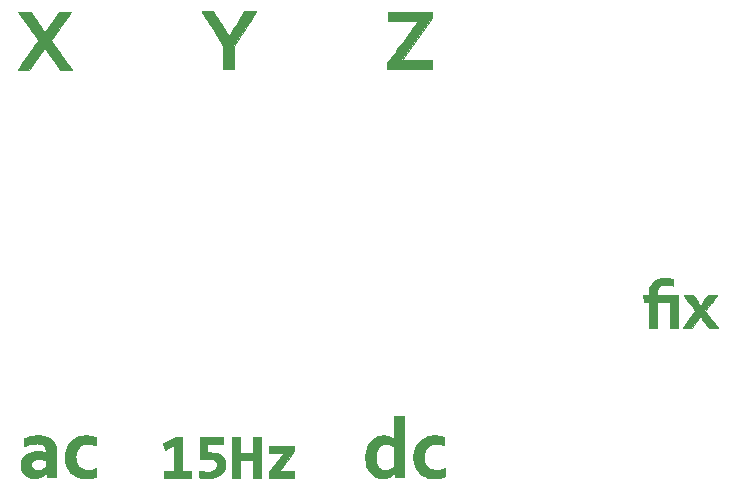
<source format=gto>
G04 #@! TF.GenerationSoftware,KiCad,Pcbnew,(6.0.0)*
G04 #@! TF.CreationDate,2022-01-04T18:38:19+01:00*
G04 #@! TF.ProjectId,ad633muliply-panel,61643633-336d-4756-9c69-706c792d7061,rev?*
G04 #@! TF.SameCoordinates,Original*
G04 #@! TF.FileFunction,Legend,Top*
G04 #@! TF.FilePolarity,Positive*
%FSLAX46Y46*%
G04 Gerber Fmt 4.6, Leading zero omitted, Abs format (unit mm)*
G04 Created by KiCad (PCBNEW (6.0.0)) date 2022-01-04 18:38:19*
%MOMM*%
%LPD*%
G01*
G04 APERTURE LIST*
%ADD10C,0.010000*%
G04 APERTURE END LIST*
D10*
X142642249Y-162581667D02*
X142727160Y-162701850D01*
X142727160Y-162701850D02*
X142804352Y-162809710D01*
X142804352Y-162809710D02*
X142870452Y-162900645D01*
X142870452Y-162900645D02*
X142922086Y-162970055D01*
X142922086Y-162970055D02*
X142955882Y-163013340D01*
X142955882Y-163013340D02*
X142968172Y-163026167D01*
X142968172Y-163026167D02*
X142983699Y-163009653D01*
X142983699Y-163009653D02*
X143020288Y-162963154D01*
X143020288Y-162963154D02*
X143074536Y-162891231D01*
X143074536Y-162891231D02*
X143143040Y-162798445D01*
X143143040Y-162798445D02*
X143222395Y-162689358D01*
X143222395Y-162689358D02*
X143299436Y-162582195D01*
X143299436Y-162582195D02*
X143616916Y-162138224D01*
X143616916Y-162138224D02*
X144013791Y-162137695D01*
X144013791Y-162137695D02*
X144138153Y-162138147D01*
X144138153Y-162138147D02*
X144246563Y-162139721D01*
X144246563Y-162139721D02*
X144332478Y-162142226D01*
X144332478Y-162142226D02*
X144389353Y-162145467D01*
X144389353Y-162145467D02*
X144410646Y-162149252D01*
X144410646Y-162149252D02*
X144410666Y-162149377D01*
X144410666Y-162149377D02*
X144398068Y-162168182D01*
X144398068Y-162168182D02*
X144362124Y-162216685D01*
X144362124Y-162216685D02*
X144305607Y-162291267D01*
X144305607Y-162291267D02*
X144231291Y-162388312D01*
X144231291Y-162388312D02*
X144141949Y-162504203D01*
X144141949Y-162504203D02*
X144040354Y-162635323D01*
X144040354Y-162635323D02*
X143929281Y-162778053D01*
X143929281Y-162778053D02*
X143891627Y-162826307D01*
X143891627Y-162826307D02*
X143372589Y-163491027D01*
X143372589Y-163491027D02*
X143897817Y-164174055D01*
X143897817Y-164174055D02*
X144012231Y-164322971D01*
X144012231Y-164322971D02*
X144118843Y-164461979D01*
X144118843Y-164461979D02*
X144214829Y-164587377D01*
X144214829Y-164587377D02*
X144297363Y-164695464D01*
X144297363Y-164695464D02*
X144363620Y-164782538D01*
X144363620Y-164782538D02*
X144410777Y-164844898D01*
X144410777Y-164844898D02*
X144436008Y-164878842D01*
X144436008Y-164878842D02*
X144439272Y-164883542D01*
X144439272Y-164883542D02*
X144436612Y-164893089D01*
X144436612Y-164893089D02*
X144412351Y-164900142D01*
X144412351Y-164900142D02*
X144362108Y-164904996D01*
X144362108Y-164904996D02*
X144281506Y-164907948D01*
X144281506Y-164907948D02*
X144166164Y-164909296D01*
X144166164Y-164909296D02*
X144057374Y-164909437D01*
X144057374Y-164909437D02*
X143659250Y-164908874D01*
X143659250Y-164908874D02*
X143310000Y-164433417D01*
X143310000Y-164433417D02*
X143218908Y-164309921D01*
X143218908Y-164309921D02*
X143135922Y-164198395D01*
X143135922Y-164198395D02*
X143064327Y-164103174D01*
X143064327Y-164103174D02*
X143007406Y-164028594D01*
X143007406Y-164028594D02*
X142968446Y-163978992D01*
X142968446Y-163978992D02*
X142950730Y-163958703D01*
X142950730Y-163958703D02*
X142950166Y-163958444D01*
X142950166Y-163958444D02*
X142935377Y-163974942D01*
X142935377Y-163974942D02*
X142898907Y-164021278D01*
X142898907Y-164021278D02*
X142844044Y-164093104D01*
X142844044Y-164093104D02*
X142774079Y-164186074D01*
X142774079Y-164186074D02*
X142692300Y-164295841D01*
X142692300Y-164295841D02*
X142601998Y-164418059D01*
X142601998Y-164418059D02*
X142590333Y-164433917D01*
X142590333Y-164433917D02*
X142241083Y-164908904D01*
X142241083Y-164908904D02*
X141854791Y-164909452D01*
X141854791Y-164909452D02*
X141732192Y-164909053D01*
X141732192Y-164909053D02*
X141625632Y-164907610D01*
X141625632Y-164907610D02*
X141541746Y-164905304D01*
X141541746Y-164905304D02*
X141487167Y-164902316D01*
X141487167Y-164902316D02*
X141468500Y-164898958D01*
X141468500Y-164898958D02*
X141481050Y-164880413D01*
X141481050Y-164880413D02*
X141516905Y-164831994D01*
X141516905Y-164831994D02*
X141573364Y-164757235D01*
X141573364Y-164757235D02*
X141647731Y-164659670D01*
X141647731Y-164659670D02*
X141737308Y-164542832D01*
X141737308Y-164542832D02*
X141839396Y-164410254D01*
X141839396Y-164410254D02*
X141951299Y-164265471D01*
X141951299Y-164265471D02*
X142009601Y-164190234D01*
X142009601Y-164190234D02*
X142550702Y-163492551D01*
X142550702Y-163492551D02*
X142248957Y-163095317D01*
X142248957Y-163095317D02*
X142148643Y-162963262D01*
X142148643Y-162963262D02*
X142043155Y-162824404D01*
X142043155Y-162824404D02*
X141939779Y-162688334D01*
X141939779Y-162688334D02*
X141845801Y-162564641D01*
X141845801Y-162564641D02*
X141768508Y-162462916D01*
X141768508Y-162462916D02*
X141754197Y-162444083D01*
X141754197Y-162444083D02*
X141685484Y-162353301D01*
X141685484Y-162353301D02*
X141625375Y-162273213D01*
X141625375Y-162273213D02*
X141578807Y-162210448D01*
X141578807Y-162210448D02*
X141550714Y-162171634D01*
X141550714Y-162171634D02*
X141545342Y-162163625D01*
X141545342Y-162163625D02*
X141548197Y-162154082D01*
X141548197Y-162154082D02*
X141572688Y-162146996D01*
X141572688Y-162146996D02*
X141623181Y-162142065D01*
X141623181Y-162142065D02*
X141704041Y-162138989D01*
X141704041Y-162138989D02*
X141819634Y-162137468D01*
X141819634Y-162137468D02*
X141929805Y-162137167D01*
X141929805Y-162137167D02*
X142330108Y-162137167D01*
X142330108Y-162137167D02*
X142642249Y-162581667D01*
X142642249Y-162581667D02*
X142642249Y-162581667D01*
G36*
X142642249Y-162581667D02*
G01*
X142727160Y-162701850D01*
X142804352Y-162809710D01*
X142870452Y-162900645D01*
X142922086Y-162970055D01*
X142955882Y-163013340D01*
X142968172Y-163026167D01*
X142983699Y-163009653D01*
X143020288Y-162963154D01*
X143074536Y-162891231D01*
X143143040Y-162798445D01*
X143222395Y-162689358D01*
X143299436Y-162582195D01*
X143616916Y-162138224D01*
X144013791Y-162137695D01*
X144138153Y-162138147D01*
X144246563Y-162139721D01*
X144332478Y-162142226D01*
X144389353Y-162145467D01*
X144410646Y-162149252D01*
X144410666Y-162149377D01*
X144398068Y-162168182D01*
X144362124Y-162216685D01*
X144305607Y-162291267D01*
X144231291Y-162388312D01*
X144141949Y-162504203D01*
X144040354Y-162635323D01*
X143929281Y-162778053D01*
X143891627Y-162826307D01*
X143372589Y-163491027D01*
X143897817Y-164174055D01*
X144012231Y-164322971D01*
X144118843Y-164461979D01*
X144214829Y-164587377D01*
X144297363Y-164695464D01*
X144363620Y-164782538D01*
X144410777Y-164844898D01*
X144436008Y-164878842D01*
X144439272Y-164883542D01*
X144436612Y-164893089D01*
X144412351Y-164900142D01*
X144362108Y-164904996D01*
X144281506Y-164907948D01*
X144166164Y-164909296D01*
X144057374Y-164909437D01*
X143659250Y-164908874D01*
X143310000Y-164433417D01*
X143218908Y-164309921D01*
X143135922Y-164198395D01*
X143064327Y-164103174D01*
X143007406Y-164028594D01*
X142968446Y-163978992D01*
X142950730Y-163958703D01*
X142950166Y-163958444D01*
X142935377Y-163974942D01*
X142898907Y-164021278D01*
X142844044Y-164093104D01*
X142774079Y-164186074D01*
X142692300Y-164295841D01*
X142601998Y-164418059D01*
X142590333Y-164433917D01*
X142241083Y-164908904D01*
X141854791Y-164909452D01*
X141732192Y-164909053D01*
X141625632Y-164907610D01*
X141541746Y-164905304D01*
X141487167Y-164902316D01*
X141468500Y-164898958D01*
X141481050Y-164880413D01*
X141516905Y-164831994D01*
X141573364Y-164757235D01*
X141647731Y-164659670D01*
X141737308Y-164542832D01*
X141839396Y-164410254D01*
X141951299Y-164265471D01*
X142009601Y-164190234D01*
X142550702Y-163492551D01*
X142248957Y-163095317D01*
X142148643Y-162963262D01*
X142043155Y-162824404D01*
X141939779Y-162688334D01*
X141845801Y-162564641D01*
X141768508Y-162462916D01*
X141754197Y-162444083D01*
X141685484Y-162353301D01*
X141625375Y-162273213D01*
X141578807Y-162210448D01*
X141550714Y-162171634D01*
X141545342Y-162163625D01*
X141548197Y-162154082D01*
X141572688Y-162146996D01*
X141623181Y-162142065D01*
X141704041Y-162138989D01*
X141819634Y-162137468D01*
X141929805Y-162137167D01*
X142330108Y-162137167D01*
X142642249Y-162581667D01*
G37*
X142642249Y-162581667D02*
X142727160Y-162701850D01*
X142804352Y-162809710D01*
X142870452Y-162900645D01*
X142922086Y-162970055D01*
X142955882Y-163013340D01*
X142968172Y-163026167D01*
X142983699Y-163009653D01*
X143020288Y-162963154D01*
X143074536Y-162891231D01*
X143143040Y-162798445D01*
X143222395Y-162689358D01*
X143299436Y-162582195D01*
X143616916Y-162138224D01*
X144013791Y-162137695D01*
X144138153Y-162138147D01*
X144246563Y-162139721D01*
X144332478Y-162142226D01*
X144389353Y-162145467D01*
X144410646Y-162149252D01*
X144410666Y-162149377D01*
X144398068Y-162168182D01*
X144362124Y-162216685D01*
X144305607Y-162291267D01*
X144231291Y-162388312D01*
X144141949Y-162504203D01*
X144040354Y-162635323D01*
X143929281Y-162778053D01*
X143891627Y-162826307D01*
X143372589Y-163491027D01*
X143897817Y-164174055D01*
X144012231Y-164322971D01*
X144118843Y-164461979D01*
X144214829Y-164587377D01*
X144297363Y-164695464D01*
X144363620Y-164782538D01*
X144410777Y-164844898D01*
X144436008Y-164878842D01*
X144439272Y-164883542D01*
X144436612Y-164893089D01*
X144412351Y-164900142D01*
X144362108Y-164904996D01*
X144281506Y-164907948D01*
X144166164Y-164909296D01*
X144057374Y-164909437D01*
X143659250Y-164908874D01*
X143310000Y-164433417D01*
X143218908Y-164309921D01*
X143135922Y-164198395D01*
X143064327Y-164103174D01*
X143007406Y-164028594D01*
X142968446Y-163978992D01*
X142950730Y-163958703D01*
X142950166Y-163958444D01*
X142935377Y-163974942D01*
X142898907Y-164021278D01*
X142844044Y-164093104D01*
X142774079Y-164186074D01*
X142692300Y-164295841D01*
X142601998Y-164418059D01*
X142590333Y-164433917D01*
X142241083Y-164908904D01*
X141854791Y-164909452D01*
X141732192Y-164909053D01*
X141625632Y-164907610D01*
X141541746Y-164905304D01*
X141487167Y-164902316D01*
X141468500Y-164898958D01*
X141481050Y-164880413D01*
X141516905Y-164831994D01*
X141573364Y-164757235D01*
X141647731Y-164659670D01*
X141737308Y-164542832D01*
X141839396Y-164410254D01*
X141951299Y-164265471D01*
X142009601Y-164190234D01*
X142550702Y-163492551D01*
X142248957Y-163095317D01*
X142148643Y-162963262D01*
X142043155Y-162824404D01*
X141939779Y-162688334D01*
X141845801Y-162564641D01*
X141768508Y-162462916D01*
X141754197Y-162444083D01*
X141685484Y-162353301D01*
X141625375Y-162273213D01*
X141578807Y-162210448D01*
X141550714Y-162171634D01*
X141545342Y-162163625D01*
X141548197Y-162154082D01*
X141572688Y-162146996D01*
X141623181Y-162142065D01*
X141704041Y-162138989D01*
X141819634Y-162137468D01*
X141929805Y-162137167D01*
X142330108Y-162137167D01*
X142642249Y-162581667D01*
X102585333Y-174773667D02*
X101188333Y-174773667D01*
X101188333Y-174773667D02*
X101188333Y-175444437D01*
X101188333Y-175444437D02*
X101474233Y-175458148D01*
X101474233Y-175458148D02*
X101690490Y-175473382D01*
X101690490Y-175473382D02*
X101873188Y-175497544D01*
X101873188Y-175497544D02*
X102030463Y-175532242D01*
X102030463Y-175532242D02*
X102170450Y-175579085D01*
X102170450Y-175579085D02*
X102241307Y-175609803D01*
X102241307Y-175609803D02*
X102410261Y-175710595D01*
X102410261Y-175710595D02*
X102547457Y-175839012D01*
X102547457Y-175839012D02*
X102651712Y-175993395D01*
X102651712Y-175993395D02*
X102721844Y-176172090D01*
X102721844Y-176172090D02*
X102751749Y-176324401D01*
X102751749Y-176324401D02*
X102760848Y-176551065D01*
X102760848Y-176551065D02*
X102731339Y-176760735D01*
X102731339Y-176760735D02*
X102663941Y-176952087D01*
X102663941Y-176952087D02*
X102559372Y-177123801D01*
X102559372Y-177123801D02*
X102418350Y-177274553D01*
X102418350Y-177274553D02*
X102241593Y-177403022D01*
X102241593Y-177403022D02*
X102134266Y-177461332D01*
X102134266Y-177461332D02*
X101892664Y-177556768D01*
X101892664Y-177556768D02*
X101624670Y-177619201D01*
X101624670Y-177619201D02*
X101330240Y-177648637D01*
X101330240Y-177648637D02*
X101009336Y-177645081D01*
X101009336Y-177645081D02*
X100837511Y-177630781D01*
X100837511Y-177630781D02*
X100746473Y-177620347D01*
X100746473Y-177620347D02*
X100658363Y-177608895D01*
X100658363Y-177608895D02*
X100599386Y-177600045D01*
X100599386Y-177600045D02*
X100511000Y-177585112D01*
X100511000Y-177585112D02*
X100511000Y-177301223D01*
X100511000Y-177301223D02*
X100512111Y-177197138D01*
X100512111Y-177197138D02*
X100515157Y-177110197D01*
X100515157Y-177110197D02*
X100519704Y-177048137D01*
X100519704Y-177048137D02*
X100525321Y-177018695D01*
X100525321Y-177018695D02*
X100526875Y-177017337D01*
X100526875Y-177017337D02*
X100554000Y-177021010D01*
X100554000Y-177021010D02*
X100611242Y-177030720D01*
X100611242Y-177030720D02*
X100687142Y-177044508D01*
X100687142Y-177044508D02*
X100701500Y-177047196D01*
X100701500Y-177047196D02*
X100868920Y-177072485D01*
X100868920Y-177072485D02*
X101047167Y-177088743D01*
X101047167Y-177088743D02*
X101222244Y-177095324D01*
X101222244Y-177095324D02*
X101380157Y-177091583D01*
X101380157Y-177091583D02*
X101471355Y-177082706D01*
X101471355Y-177082706D02*
X101656413Y-177042560D01*
X101656413Y-177042560D02*
X101806376Y-176978884D01*
X101806376Y-176978884D02*
X101921188Y-176891731D01*
X101921188Y-176891731D02*
X102000797Y-176781152D01*
X102000797Y-176781152D02*
X102045146Y-176647198D01*
X102045146Y-176647198D02*
X102055236Y-176530500D01*
X102055236Y-176530500D02*
X102040796Y-176387216D01*
X102040796Y-176387216D02*
X101995738Y-176269341D01*
X101995738Y-176269341D02*
X101917460Y-176170543D01*
X101917460Y-176170543D02*
X101901037Y-176155519D01*
X101901037Y-176155519D02*
X101851203Y-176115739D01*
X101851203Y-176115739D02*
X101798552Y-176083997D01*
X101798552Y-176083997D02*
X101737510Y-176059241D01*
X101737510Y-176059241D02*
X101662500Y-176040418D01*
X101662500Y-176040418D02*
X101567948Y-176026475D01*
X101567948Y-176026475D02*
X101448280Y-176016360D01*
X101448280Y-176016360D02*
X101297919Y-176009020D01*
X101297919Y-176009020D02*
X101111290Y-176003401D01*
X101111290Y-176003401D02*
X101093083Y-176002958D01*
X101093083Y-176002958D02*
X100585083Y-175990750D01*
X100585083Y-175990750D02*
X100579566Y-175075292D01*
X100579566Y-175075292D02*
X100574050Y-174159833D01*
X100574050Y-174159833D02*
X102585333Y-174159833D01*
X102585333Y-174159833D02*
X102585333Y-174773667D01*
X102585333Y-174773667D02*
X102585333Y-174773667D01*
G36*
X102585333Y-174773667D02*
G01*
X101188333Y-174773667D01*
X101188333Y-175444437D01*
X101474233Y-175458148D01*
X101690490Y-175473382D01*
X101873188Y-175497544D01*
X102030463Y-175532242D01*
X102170450Y-175579085D01*
X102241307Y-175609803D01*
X102410261Y-175710595D01*
X102547457Y-175839012D01*
X102651712Y-175993395D01*
X102721844Y-176172090D01*
X102751749Y-176324401D01*
X102760848Y-176551065D01*
X102731339Y-176760735D01*
X102663941Y-176952087D01*
X102559372Y-177123801D01*
X102418350Y-177274553D01*
X102241593Y-177403022D01*
X102134266Y-177461332D01*
X101892664Y-177556768D01*
X101624670Y-177619201D01*
X101330240Y-177648637D01*
X101009336Y-177645081D01*
X100837511Y-177630781D01*
X100746473Y-177620347D01*
X100658363Y-177608895D01*
X100599386Y-177600045D01*
X100511000Y-177585112D01*
X100511000Y-177301223D01*
X100512111Y-177197138D01*
X100515157Y-177110197D01*
X100519704Y-177048137D01*
X100525321Y-177018695D01*
X100526875Y-177017337D01*
X100554000Y-177021010D01*
X100611242Y-177030720D01*
X100687142Y-177044508D01*
X100701500Y-177047196D01*
X100868920Y-177072485D01*
X101047167Y-177088743D01*
X101222244Y-177095324D01*
X101380157Y-177091583D01*
X101471355Y-177082706D01*
X101656413Y-177042560D01*
X101806376Y-176978884D01*
X101921188Y-176891731D01*
X102000797Y-176781152D01*
X102045146Y-176647198D01*
X102055236Y-176530500D01*
X102040796Y-176387216D01*
X101995738Y-176269341D01*
X101917460Y-176170543D01*
X101901037Y-176155519D01*
X101851203Y-176115739D01*
X101798552Y-176083997D01*
X101737510Y-176059241D01*
X101662500Y-176040418D01*
X101567948Y-176026475D01*
X101448280Y-176016360D01*
X101297919Y-176009020D01*
X101111290Y-176003401D01*
X101093083Y-176002958D01*
X100585083Y-175990750D01*
X100579566Y-175075292D01*
X100574050Y-174159833D01*
X102585333Y-174159833D01*
X102585333Y-174773667D01*
G37*
X102585333Y-174773667D02*
X101188333Y-174773667D01*
X101188333Y-175444437D01*
X101474233Y-175458148D01*
X101690490Y-175473382D01*
X101873188Y-175497544D01*
X102030463Y-175532242D01*
X102170450Y-175579085D01*
X102241307Y-175609803D01*
X102410261Y-175710595D01*
X102547457Y-175839012D01*
X102651712Y-175993395D01*
X102721844Y-176172090D01*
X102751749Y-176324401D01*
X102760848Y-176551065D01*
X102731339Y-176760735D01*
X102663941Y-176952087D01*
X102559372Y-177123801D01*
X102418350Y-177274553D01*
X102241593Y-177403022D01*
X102134266Y-177461332D01*
X101892664Y-177556768D01*
X101624670Y-177619201D01*
X101330240Y-177648637D01*
X101009336Y-177645081D01*
X100837511Y-177630781D01*
X100746473Y-177620347D01*
X100658363Y-177608895D01*
X100599386Y-177600045D01*
X100511000Y-177585112D01*
X100511000Y-177301223D01*
X100512111Y-177197138D01*
X100515157Y-177110197D01*
X100519704Y-177048137D01*
X100525321Y-177018695D01*
X100526875Y-177017337D01*
X100554000Y-177021010D01*
X100611242Y-177030720D01*
X100687142Y-177044508D01*
X100701500Y-177047196D01*
X100868920Y-177072485D01*
X101047167Y-177088743D01*
X101222244Y-177095324D01*
X101380157Y-177091583D01*
X101471355Y-177082706D01*
X101656413Y-177042560D01*
X101806376Y-176978884D01*
X101921188Y-176891731D01*
X102000797Y-176781152D01*
X102045146Y-176647198D01*
X102055236Y-176530500D01*
X102040796Y-176387216D01*
X101995738Y-176269341D01*
X101917460Y-176170543D01*
X101901037Y-176155519D01*
X101851203Y-176115739D01*
X101798552Y-176083997D01*
X101737510Y-176059241D01*
X101662500Y-176040418D01*
X101567948Y-176026475D01*
X101448280Y-176016360D01*
X101297919Y-176009020D01*
X101111290Y-176003401D01*
X101093083Y-176002958D01*
X100585083Y-175990750D01*
X100579566Y-175075292D01*
X100574050Y-174159833D01*
X102585333Y-174159833D01*
X102585333Y-174773667D01*
X89324914Y-138155765D02*
X89449456Y-138156737D01*
X89449456Y-138156737D02*
X89540861Y-138158760D01*
X89540861Y-138158760D02*
X89603727Y-138162117D01*
X89603727Y-138162117D02*
X89642652Y-138167095D01*
X89642652Y-138167095D02*
X89662231Y-138173978D01*
X89662231Y-138173978D02*
X89667063Y-138183052D01*
X89667063Y-138183052D02*
X89666123Y-138186794D01*
X89666123Y-138186794D02*
X89652110Y-138209014D01*
X89652110Y-138209014D02*
X89615616Y-138262832D01*
X89615616Y-138262832D02*
X89558679Y-138345334D01*
X89558679Y-138345334D02*
X89483337Y-138453609D01*
X89483337Y-138453609D02*
X89391629Y-138584745D01*
X89391629Y-138584745D02*
X89285593Y-138735830D01*
X89285593Y-138735830D02*
X89167268Y-138903953D01*
X89167268Y-138903953D02*
X89038693Y-139086200D01*
X89038693Y-139086200D02*
X88901906Y-139279661D01*
X88901906Y-139279661D02*
X88827775Y-139384336D01*
X88827775Y-139384336D02*
X88687863Y-139582060D01*
X88687863Y-139582060D02*
X88555404Y-139769781D01*
X88555404Y-139769781D02*
X88432399Y-139944630D01*
X88432399Y-139944630D02*
X88320849Y-140103737D01*
X88320849Y-140103737D02*
X88222756Y-140244231D01*
X88222756Y-140244231D02*
X88140121Y-140363243D01*
X88140121Y-140363243D02*
X88074944Y-140457903D01*
X88074944Y-140457903D02*
X88029227Y-140525342D01*
X88029227Y-140525342D02*
X88004970Y-140562689D01*
X88004970Y-140562689D02*
X88001500Y-140569321D01*
X88001500Y-140569321D02*
X88013522Y-140589235D01*
X88013522Y-140589235D02*
X88048282Y-140640744D01*
X88048282Y-140640744D02*
X88103815Y-140721064D01*
X88103815Y-140721064D02*
X88178157Y-140827409D01*
X88178157Y-140827409D02*
X88269344Y-140956994D01*
X88269344Y-140956994D02*
X88375414Y-141107034D01*
X88375414Y-141107034D02*
X88494402Y-141274745D01*
X88494402Y-141274745D02*
X88624346Y-141457341D01*
X88624346Y-141457341D02*
X88763280Y-141652038D01*
X88763280Y-141652038D02*
X88877148Y-141811237D01*
X88877148Y-141811237D02*
X89021444Y-142013277D01*
X89021444Y-142013277D02*
X89157923Y-142205348D01*
X89157923Y-142205348D02*
X89284659Y-142384678D01*
X89284659Y-142384678D02*
X89399726Y-142548495D01*
X89399726Y-142548495D02*
X89501195Y-142694025D01*
X89501195Y-142694025D02*
X89587143Y-142818496D01*
X89587143Y-142818496D02*
X89655641Y-142919137D01*
X89655641Y-142919137D02*
X89704764Y-142993173D01*
X89704764Y-142993173D02*
X89732584Y-143037833D01*
X89732584Y-143037833D02*
X89738232Y-143050524D01*
X89738232Y-143050524D02*
X89713794Y-143054896D01*
X89713794Y-143054896D02*
X89653119Y-143058341D01*
X89653119Y-143058341D02*
X89562297Y-143060732D01*
X89562297Y-143060732D02*
X89447417Y-143061943D01*
X89447417Y-143061943D02*
X89314568Y-143061848D01*
X89314568Y-143061848D02*
X89228479Y-143061108D01*
X89228479Y-143061108D02*
X88733291Y-143055417D01*
X88733291Y-143055417D02*
X88406438Y-142589750D01*
X88406438Y-142589750D02*
X88296149Y-142432192D01*
X88296149Y-142432192D02*
X88172592Y-142254957D01*
X88172592Y-142254957D02*
X88044425Y-142070514D01*
X88044425Y-142070514D02*
X87920307Y-141891329D01*
X87920307Y-141891329D02*
X87808897Y-141729871D01*
X87808897Y-141729871D02*
X87774321Y-141679583D01*
X87774321Y-141679583D02*
X87690793Y-141558931D01*
X87690793Y-141558931D02*
X87614595Y-141450722D01*
X87614595Y-141450722D02*
X87549113Y-141359615D01*
X87549113Y-141359615D02*
X87497730Y-141290265D01*
X87497730Y-141290265D02*
X87463832Y-141247330D01*
X87463832Y-141247330D02*
X87451282Y-141235083D01*
X87451282Y-141235083D02*
X87435558Y-141251887D01*
X87435558Y-141251887D02*
X87398706Y-141299695D01*
X87398706Y-141299695D02*
X87343540Y-141374599D01*
X87343540Y-141374599D02*
X87272878Y-141472691D01*
X87272878Y-141472691D02*
X87189534Y-141590066D01*
X87189534Y-141590066D02*
X87096326Y-141722814D01*
X87096326Y-141722814D02*
X87001279Y-141859500D01*
X87001279Y-141859500D02*
X86890622Y-142019200D01*
X86890622Y-142019200D02*
X86778059Y-142181362D01*
X86778059Y-142181362D02*
X86668231Y-142339319D01*
X86668231Y-142339319D02*
X86565781Y-142486403D01*
X86565781Y-142486403D02*
X86475350Y-142615948D01*
X86475350Y-142615948D02*
X86401581Y-142721288D01*
X86401581Y-142721288D02*
X86367553Y-142769667D01*
X86367553Y-142769667D02*
X86166054Y-143055417D01*
X86166054Y-143055417D02*
X85667094Y-143061088D01*
X85667094Y-143061088D02*
X85526165Y-143062025D01*
X85526165Y-143062025D02*
X85399850Y-143061594D01*
X85399850Y-143061594D02*
X85294134Y-143059920D01*
X85294134Y-143059920D02*
X85215004Y-143057128D01*
X85215004Y-143057128D02*
X85168446Y-143053342D01*
X85168446Y-143053342D02*
X85158533Y-143050504D01*
X85158533Y-143050504D02*
X85168946Y-143031041D01*
X85168946Y-143031041D02*
X85202128Y-142979972D01*
X85202128Y-142979972D02*
X85256146Y-142900071D01*
X85256146Y-142900071D02*
X85329064Y-142794110D01*
X85329064Y-142794110D02*
X85418948Y-142664862D01*
X85418948Y-142664862D02*
X85523865Y-142515100D01*
X85523865Y-142515100D02*
X85641879Y-142347596D01*
X85641879Y-142347596D02*
X85771055Y-142165122D01*
X85771055Y-142165122D02*
X85909461Y-141970452D01*
X85909461Y-141970452D02*
X86025564Y-141807750D01*
X86025564Y-141807750D02*
X86171830Y-141602508D01*
X86171830Y-141602508D02*
X86309833Y-141407687D01*
X86309833Y-141407687D02*
X86437686Y-141226023D01*
X86437686Y-141226023D02*
X86553502Y-141060253D01*
X86553502Y-141060253D02*
X86655394Y-140913112D01*
X86655394Y-140913112D02*
X86741474Y-140787337D01*
X86741474Y-140787337D02*
X86809855Y-140685665D01*
X86809855Y-140685665D02*
X86858649Y-140610830D01*
X86858649Y-140610830D02*
X86885969Y-140565570D01*
X86885969Y-140565570D02*
X86891249Y-140552723D01*
X86891249Y-140552723D02*
X86877424Y-140530978D01*
X86877424Y-140530978D02*
X86841133Y-140477644D01*
X86841133Y-140477644D02*
X86784425Y-140395646D01*
X86784425Y-140395646D02*
X86709348Y-140287906D01*
X86709348Y-140287906D02*
X86617952Y-140157350D01*
X86617952Y-140157350D02*
X86512284Y-140006900D01*
X86512284Y-140006900D02*
X86394394Y-139839483D01*
X86394394Y-139839483D02*
X86266330Y-139658020D01*
X86266330Y-139658020D02*
X86130142Y-139465437D01*
X86130142Y-139465437D02*
X86065321Y-139373905D01*
X86065321Y-139373905D02*
X85925988Y-139177016D01*
X85925988Y-139177016D02*
X85793785Y-138989758D01*
X85793785Y-138989758D02*
X85670770Y-138815072D01*
X85670770Y-138815072D02*
X85558998Y-138655900D01*
X85558998Y-138655900D02*
X85460528Y-138515184D01*
X85460528Y-138515184D02*
X85377415Y-138395867D01*
X85377415Y-138395867D02*
X85311717Y-138300890D01*
X85311717Y-138300890D02*
X85265491Y-138233196D01*
X85265491Y-138233196D02*
X85240794Y-138195726D01*
X85240794Y-138195726D02*
X85237238Y-138189474D01*
X85237238Y-138189474D02*
X85236463Y-138178791D01*
X85236463Y-138178791D02*
X85246512Y-138170600D01*
X85246512Y-138170600D02*
X85272094Y-138164588D01*
X85272094Y-138164588D02*
X85317916Y-138160444D01*
X85317916Y-138160444D02*
X85388689Y-138157855D01*
X85388689Y-138157855D02*
X85489119Y-138156510D01*
X85489119Y-138156510D02*
X85623917Y-138156096D01*
X85623917Y-138156096D02*
X85739693Y-138156192D01*
X85739693Y-138156192D02*
X86255250Y-138157050D01*
X86255250Y-138157050D02*
X86593916Y-138647202D01*
X86593916Y-138647202D02*
X86699654Y-138800505D01*
X86699654Y-138800505D02*
X86813514Y-138966052D01*
X86813514Y-138966052D02*
X86928524Y-139133673D01*
X86928524Y-139133673D02*
X87037712Y-139293197D01*
X87037712Y-139293197D02*
X87134103Y-139434454D01*
X87134103Y-139434454D02*
X87184711Y-139508885D01*
X87184711Y-139508885D02*
X87260060Y-139618917D01*
X87260060Y-139618917D02*
X87327847Y-139716010D01*
X87327847Y-139716010D02*
X87384387Y-139795039D01*
X87384387Y-139795039D02*
X87425997Y-139850881D01*
X87425997Y-139850881D02*
X87448991Y-139878414D01*
X87448991Y-139878414D02*
X87451915Y-139880417D01*
X87451915Y-139880417D02*
X87467709Y-139863664D01*
X87467709Y-139863664D02*
X87503322Y-139816828D01*
X87503322Y-139816828D02*
X87555076Y-139745038D01*
X87555076Y-139745038D02*
X87619294Y-139653424D01*
X87619294Y-139653424D02*
X87692299Y-139547116D01*
X87692299Y-139547116D02*
X87718370Y-139508683D01*
X87718370Y-139508683D02*
X87802984Y-139383974D01*
X87802984Y-139383974D02*
X87904760Y-139234638D01*
X87904760Y-139234638D02*
X88016742Y-139070840D01*
X88016742Y-139070840D02*
X88131975Y-138902745D01*
X88131975Y-138902745D02*
X88243504Y-138740518D01*
X88243504Y-138740518D02*
X88308416Y-138646364D01*
X88308416Y-138646364D02*
X88647083Y-138155780D01*
X88647083Y-138155780D02*
X89162639Y-138155557D01*
X89162639Y-138155557D02*
X89324914Y-138155765D01*
X89324914Y-138155765D02*
X89324914Y-138155765D01*
G36*
X89324914Y-138155765D02*
G01*
X89449456Y-138156737D01*
X89540861Y-138158760D01*
X89603727Y-138162117D01*
X89642652Y-138167095D01*
X89662231Y-138173978D01*
X89667063Y-138183052D01*
X89666123Y-138186794D01*
X89652110Y-138209014D01*
X89615616Y-138262832D01*
X89558679Y-138345334D01*
X89483337Y-138453609D01*
X89391629Y-138584745D01*
X89285593Y-138735830D01*
X89167268Y-138903953D01*
X89038693Y-139086200D01*
X88901906Y-139279661D01*
X88827775Y-139384336D01*
X88687863Y-139582060D01*
X88555404Y-139769781D01*
X88432399Y-139944630D01*
X88320849Y-140103737D01*
X88222756Y-140244231D01*
X88140121Y-140363243D01*
X88074944Y-140457903D01*
X88029227Y-140525342D01*
X88004970Y-140562689D01*
X88001500Y-140569321D01*
X88013522Y-140589235D01*
X88048282Y-140640744D01*
X88103815Y-140721064D01*
X88178157Y-140827409D01*
X88269344Y-140956994D01*
X88375414Y-141107034D01*
X88494402Y-141274745D01*
X88624346Y-141457341D01*
X88763280Y-141652038D01*
X88877148Y-141811237D01*
X89021444Y-142013277D01*
X89157923Y-142205348D01*
X89284659Y-142384678D01*
X89399726Y-142548495D01*
X89501195Y-142694025D01*
X89587143Y-142818496D01*
X89655641Y-142919137D01*
X89704764Y-142993173D01*
X89732584Y-143037833D01*
X89738232Y-143050524D01*
X89713794Y-143054896D01*
X89653119Y-143058341D01*
X89562297Y-143060732D01*
X89447417Y-143061943D01*
X89314568Y-143061848D01*
X89228479Y-143061108D01*
X88733291Y-143055417D01*
X88406438Y-142589750D01*
X88296149Y-142432192D01*
X88172592Y-142254957D01*
X88044425Y-142070514D01*
X87920307Y-141891329D01*
X87808897Y-141729871D01*
X87774321Y-141679583D01*
X87690793Y-141558931D01*
X87614595Y-141450722D01*
X87549113Y-141359615D01*
X87497730Y-141290265D01*
X87463832Y-141247330D01*
X87451282Y-141235083D01*
X87435558Y-141251887D01*
X87398706Y-141299695D01*
X87343540Y-141374599D01*
X87272878Y-141472691D01*
X87189534Y-141590066D01*
X87096326Y-141722814D01*
X87001279Y-141859500D01*
X86890622Y-142019200D01*
X86778059Y-142181362D01*
X86668231Y-142339319D01*
X86565781Y-142486403D01*
X86475350Y-142615948D01*
X86401581Y-142721288D01*
X86367553Y-142769667D01*
X86166054Y-143055417D01*
X85667094Y-143061088D01*
X85526165Y-143062025D01*
X85399850Y-143061594D01*
X85294134Y-143059920D01*
X85215004Y-143057128D01*
X85168446Y-143053342D01*
X85158533Y-143050504D01*
X85168946Y-143031041D01*
X85202128Y-142979972D01*
X85256146Y-142900071D01*
X85329064Y-142794110D01*
X85418948Y-142664862D01*
X85523865Y-142515100D01*
X85641879Y-142347596D01*
X85771055Y-142165122D01*
X85909461Y-141970452D01*
X86025564Y-141807750D01*
X86171830Y-141602508D01*
X86309833Y-141407687D01*
X86437686Y-141226023D01*
X86553502Y-141060253D01*
X86655394Y-140913112D01*
X86741474Y-140787337D01*
X86809855Y-140685665D01*
X86858649Y-140610830D01*
X86885969Y-140565570D01*
X86891249Y-140552723D01*
X86877424Y-140530978D01*
X86841133Y-140477644D01*
X86784425Y-140395646D01*
X86709348Y-140287906D01*
X86617952Y-140157350D01*
X86512284Y-140006900D01*
X86394394Y-139839483D01*
X86266330Y-139658020D01*
X86130142Y-139465437D01*
X86065321Y-139373905D01*
X85925988Y-139177016D01*
X85793785Y-138989758D01*
X85670770Y-138815072D01*
X85558998Y-138655900D01*
X85460528Y-138515184D01*
X85377415Y-138395867D01*
X85311717Y-138300890D01*
X85265491Y-138233196D01*
X85240794Y-138195726D01*
X85237238Y-138189474D01*
X85236463Y-138178791D01*
X85246512Y-138170600D01*
X85272094Y-138164588D01*
X85317916Y-138160444D01*
X85388689Y-138157855D01*
X85489119Y-138156510D01*
X85623917Y-138156096D01*
X85739693Y-138156192D01*
X86255250Y-138157050D01*
X86593916Y-138647202D01*
X86699654Y-138800505D01*
X86813514Y-138966052D01*
X86928524Y-139133673D01*
X87037712Y-139293197D01*
X87134103Y-139434454D01*
X87184711Y-139508885D01*
X87260060Y-139618917D01*
X87327847Y-139716010D01*
X87384387Y-139795039D01*
X87425997Y-139850881D01*
X87448991Y-139878414D01*
X87451915Y-139880417D01*
X87467709Y-139863664D01*
X87503322Y-139816828D01*
X87555076Y-139745038D01*
X87619294Y-139653424D01*
X87692299Y-139547116D01*
X87718370Y-139508683D01*
X87802984Y-139383974D01*
X87904760Y-139234638D01*
X88016742Y-139070840D01*
X88131975Y-138902745D01*
X88243504Y-138740518D01*
X88308416Y-138646364D01*
X88647083Y-138155780D01*
X89162639Y-138155557D01*
X89324914Y-138155765D01*
G37*
X89324914Y-138155765D02*
X89449456Y-138156737D01*
X89540861Y-138158760D01*
X89603727Y-138162117D01*
X89642652Y-138167095D01*
X89662231Y-138173978D01*
X89667063Y-138183052D01*
X89666123Y-138186794D01*
X89652110Y-138209014D01*
X89615616Y-138262832D01*
X89558679Y-138345334D01*
X89483337Y-138453609D01*
X89391629Y-138584745D01*
X89285593Y-138735830D01*
X89167268Y-138903953D01*
X89038693Y-139086200D01*
X88901906Y-139279661D01*
X88827775Y-139384336D01*
X88687863Y-139582060D01*
X88555404Y-139769781D01*
X88432399Y-139944630D01*
X88320849Y-140103737D01*
X88222756Y-140244231D01*
X88140121Y-140363243D01*
X88074944Y-140457903D01*
X88029227Y-140525342D01*
X88004970Y-140562689D01*
X88001500Y-140569321D01*
X88013522Y-140589235D01*
X88048282Y-140640744D01*
X88103815Y-140721064D01*
X88178157Y-140827409D01*
X88269344Y-140956994D01*
X88375414Y-141107034D01*
X88494402Y-141274745D01*
X88624346Y-141457341D01*
X88763280Y-141652038D01*
X88877148Y-141811237D01*
X89021444Y-142013277D01*
X89157923Y-142205348D01*
X89284659Y-142384678D01*
X89399726Y-142548495D01*
X89501195Y-142694025D01*
X89587143Y-142818496D01*
X89655641Y-142919137D01*
X89704764Y-142993173D01*
X89732584Y-143037833D01*
X89738232Y-143050524D01*
X89713794Y-143054896D01*
X89653119Y-143058341D01*
X89562297Y-143060732D01*
X89447417Y-143061943D01*
X89314568Y-143061848D01*
X89228479Y-143061108D01*
X88733291Y-143055417D01*
X88406438Y-142589750D01*
X88296149Y-142432192D01*
X88172592Y-142254957D01*
X88044425Y-142070514D01*
X87920307Y-141891329D01*
X87808897Y-141729871D01*
X87774321Y-141679583D01*
X87690793Y-141558931D01*
X87614595Y-141450722D01*
X87549113Y-141359615D01*
X87497730Y-141290265D01*
X87463832Y-141247330D01*
X87451282Y-141235083D01*
X87435558Y-141251887D01*
X87398706Y-141299695D01*
X87343540Y-141374599D01*
X87272878Y-141472691D01*
X87189534Y-141590066D01*
X87096326Y-141722814D01*
X87001279Y-141859500D01*
X86890622Y-142019200D01*
X86778059Y-142181362D01*
X86668231Y-142339319D01*
X86565781Y-142486403D01*
X86475350Y-142615948D01*
X86401581Y-142721288D01*
X86367553Y-142769667D01*
X86166054Y-143055417D01*
X85667094Y-143061088D01*
X85526165Y-143062025D01*
X85399850Y-143061594D01*
X85294134Y-143059920D01*
X85215004Y-143057128D01*
X85168446Y-143053342D01*
X85158533Y-143050504D01*
X85168946Y-143031041D01*
X85202128Y-142979972D01*
X85256146Y-142900071D01*
X85329064Y-142794110D01*
X85418948Y-142664862D01*
X85523865Y-142515100D01*
X85641879Y-142347596D01*
X85771055Y-142165122D01*
X85909461Y-141970452D01*
X86025564Y-141807750D01*
X86171830Y-141602508D01*
X86309833Y-141407687D01*
X86437686Y-141226023D01*
X86553502Y-141060253D01*
X86655394Y-140913112D01*
X86741474Y-140787337D01*
X86809855Y-140685665D01*
X86858649Y-140610830D01*
X86885969Y-140565570D01*
X86891249Y-140552723D01*
X86877424Y-140530978D01*
X86841133Y-140477644D01*
X86784425Y-140395646D01*
X86709348Y-140287906D01*
X86617952Y-140157350D01*
X86512284Y-140006900D01*
X86394394Y-139839483D01*
X86266330Y-139658020D01*
X86130142Y-139465437D01*
X86065321Y-139373905D01*
X85925988Y-139177016D01*
X85793785Y-138989758D01*
X85670770Y-138815072D01*
X85558998Y-138655900D01*
X85460528Y-138515184D01*
X85377415Y-138395867D01*
X85311717Y-138300890D01*
X85265491Y-138233196D01*
X85240794Y-138195726D01*
X85237238Y-138189474D01*
X85236463Y-138178791D01*
X85246512Y-138170600D01*
X85272094Y-138164588D01*
X85317916Y-138160444D01*
X85388689Y-138157855D01*
X85489119Y-138156510D01*
X85623917Y-138156096D01*
X85739693Y-138156192D01*
X86255250Y-138157050D01*
X86593916Y-138647202D01*
X86699654Y-138800505D01*
X86813514Y-138966052D01*
X86928524Y-139133673D01*
X87037712Y-139293197D01*
X87134103Y-139434454D01*
X87184711Y-139508885D01*
X87260060Y-139618917D01*
X87327847Y-139716010D01*
X87384387Y-139795039D01*
X87425997Y-139850881D01*
X87448991Y-139878414D01*
X87451915Y-139880417D01*
X87467709Y-139863664D01*
X87503322Y-139816828D01*
X87555076Y-139745038D01*
X87619294Y-139653424D01*
X87692299Y-139547116D01*
X87718370Y-139508683D01*
X87802984Y-139383974D01*
X87904760Y-139234638D01*
X88016742Y-139070840D01*
X88131975Y-138902745D01*
X88243504Y-138740518D01*
X88308416Y-138646364D01*
X88647083Y-138155780D01*
X89162639Y-138155557D01*
X89324914Y-138155765D01*
X108575500Y-175380447D02*
X107951083Y-176188976D01*
X107951083Y-176188976D02*
X107826632Y-176350321D01*
X107826632Y-176350321D02*
X107710440Y-176501344D01*
X107710440Y-176501344D02*
X107605007Y-176638766D01*
X107605007Y-176638766D02*
X107512834Y-176759314D01*
X107512834Y-176759314D02*
X107436419Y-176859708D01*
X107436419Y-176859708D02*
X107378262Y-176936675D01*
X107378262Y-176936675D02*
X107340863Y-176986936D01*
X107340863Y-176986936D02*
X107326721Y-177007216D01*
X107326721Y-177007216D02*
X107326666Y-177007419D01*
X107326666Y-177007419D02*
X107346970Y-177009902D01*
X107346970Y-177009902D02*
X107404434Y-177012158D01*
X107404434Y-177012158D02*
X107493883Y-177014106D01*
X107493883Y-177014106D02*
X107610144Y-177015664D01*
X107610144Y-177015664D02*
X107748043Y-177016752D01*
X107748043Y-177016752D02*
X107902406Y-177017290D01*
X107902406Y-177017290D02*
X107961666Y-177017333D01*
X107961666Y-177017333D02*
X108596666Y-177017333D01*
X108596666Y-177017333D02*
X108596666Y-177610000D01*
X108596666Y-177610000D02*
X106416500Y-177610000D01*
X106416500Y-177610000D02*
X106417170Y-177133750D01*
X106417170Y-177133750D02*
X107053457Y-176318833D01*
X107053457Y-176318833D02*
X107689743Y-175503917D01*
X107689743Y-175503917D02*
X107068996Y-175493333D01*
X107068996Y-175493333D02*
X106448250Y-175482750D01*
X106448250Y-175482750D02*
X106442343Y-175202292D01*
X106442343Y-175202292D02*
X106436437Y-174921833D01*
X106436437Y-174921833D02*
X108575500Y-174921833D01*
X108575500Y-174921833D02*
X108575500Y-175380447D01*
X108575500Y-175380447D02*
X108575500Y-175380447D01*
G36*
X108575500Y-175380447D02*
G01*
X107951083Y-176188976D01*
X107826632Y-176350321D01*
X107710440Y-176501344D01*
X107605007Y-176638766D01*
X107512834Y-176759314D01*
X107436419Y-176859708D01*
X107378262Y-176936675D01*
X107340863Y-176986936D01*
X107326721Y-177007216D01*
X107326666Y-177007419D01*
X107346970Y-177009902D01*
X107404434Y-177012158D01*
X107493883Y-177014106D01*
X107610144Y-177015664D01*
X107748043Y-177016752D01*
X107902406Y-177017290D01*
X107961666Y-177017333D01*
X108596666Y-177017333D01*
X108596666Y-177610000D01*
X106416500Y-177610000D01*
X106417170Y-177133750D01*
X107053457Y-176318833D01*
X107689743Y-175503917D01*
X107068996Y-175493333D01*
X106448250Y-175482750D01*
X106442343Y-175202292D01*
X106436437Y-174921833D01*
X108575500Y-174921833D01*
X108575500Y-175380447D01*
G37*
X108575500Y-175380447D02*
X107951083Y-176188976D01*
X107826632Y-176350321D01*
X107710440Y-176501344D01*
X107605007Y-176638766D01*
X107512834Y-176759314D01*
X107436419Y-176859708D01*
X107378262Y-176936675D01*
X107340863Y-176986936D01*
X107326721Y-177007216D01*
X107326666Y-177007419D01*
X107346970Y-177009902D01*
X107404434Y-177012158D01*
X107493883Y-177014106D01*
X107610144Y-177015664D01*
X107748043Y-177016752D01*
X107902406Y-177017290D01*
X107961666Y-177017333D01*
X108596666Y-177017333D01*
X108596666Y-177610000D01*
X106416500Y-177610000D01*
X106417170Y-177133750D01*
X107053457Y-176318833D01*
X107689743Y-175503917D01*
X107068996Y-175493333D01*
X106448250Y-175482750D01*
X106442343Y-175202292D01*
X106436437Y-174921833D01*
X108575500Y-174921833D01*
X108575500Y-175380447D01*
X91088846Y-174018137D02*
X91231000Y-174035182D01*
X91231000Y-174035182D02*
X91382857Y-174060488D01*
X91382857Y-174060488D02*
X91529158Y-174091588D01*
X91529158Y-174091588D02*
X91628273Y-174117890D01*
X91628273Y-174117890D02*
X91790333Y-174166000D01*
X91790333Y-174166000D02*
X91790333Y-174863271D01*
X91790333Y-174863271D02*
X91742708Y-174849234D01*
X91742708Y-174849234D02*
X91567131Y-174800140D01*
X91567131Y-174800140D02*
X91420559Y-174765660D01*
X91420559Y-174765660D02*
X91292982Y-174743976D01*
X91292982Y-174743976D02*
X91174393Y-174733270D01*
X91174393Y-174733270D02*
X91093566Y-174731333D01*
X91093566Y-174731333D02*
X90877360Y-174744900D01*
X90877360Y-174744900D02*
X90690516Y-174786454D01*
X90690516Y-174786454D02*
X90529551Y-174857272D01*
X90529551Y-174857272D02*
X90390982Y-174958634D01*
X90390982Y-174958634D02*
X90341687Y-175007330D01*
X90341687Y-175007330D02*
X90236585Y-175139903D01*
X90236585Y-175139903D02*
X90158177Y-175287082D01*
X90158177Y-175287082D02*
X90103995Y-175455598D01*
X90103995Y-175455598D02*
X90071569Y-175652180D01*
X90071569Y-175652180D02*
X90062444Y-175768500D01*
X90062444Y-175768500D02*
X90065915Y-176010381D01*
X90065915Y-176010381D02*
X90102702Y-176227432D01*
X90102702Y-176227432D02*
X90170956Y-176418388D01*
X90170956Y-176418388D02*
X90268826Y-176581983D01*
X90268826Y-176581983D02*
X90394460Y-176716955D01*
X90394460Y-176716955D02*
X90546008Y-176822036D01*
X90546008Y-176822036D02*
X90721619Y-176895964D01*
X90721619Y-176895964D02*
X90919442Y-176937472D01*
X90919442Y-176937472D02*
X91137626Y-176945296D01*
X91137626Y-176945296D02*
X91374320Y-176918171D01*
X91374320Y-176918171D02*
X91627674Y-176854832D01*
X91627674Y-176854832D02*
X91644328Y-176849543D01*
X91644328Y-176849543D02*
X91832666Y-176788976D01*
X91832666Y-176788976D02*
X91832666Y-177125405D01*
X91832666Y-177125405D02*
X91832984Y-177240782D01*
X91832984Y-177240782D02*
X91833860Y-177341024D01*
X91833860Y-177341024D02*
X91835182Y-177418594D01*
X91835182Y-177418594D02*
X91836836Y-177465959D01*
X91836836Y-177465959D02*
X91837958Y-177476795D01*
X91837958Y-177476795D02*
X91822352Y-177491458D01*
X91822352Y-177491458D02*
X91772994Y-177512118D01*
X91772994Y-177512118D02*
X91697656Y-177536536D01*
X91697656Y-177536536D02*
X91604109Y-177562471D01*
X91604109Y-177562471D02*
X91500125Y-177587680D01*
X91500125Y-177587680D02*
X91393475Y-177609924D01*
X91393475Y-177609924D02*
X91347395Y-177618248D01*
X91347395Y-177618248D02*
X91168402Y-177640094D01*
X91168402Y-177640094D02*
X90974262Y-177648964D01*
X90974262Y-177648964D02*
X90782069Y-177644787D01*
X90782069Y-177644787D02*
X90608914Y-177627495D01*
X90608914Y-177627495D02*
X90572183Y-177621403D01*
X90572183Y-177621403D02*
X90293944Y-177552989D01*
X90293944Y-177552989D02*
X90045080Y-177454280D01*
X90045080Y-177454280D02*
X89825823Y-177325481D01*
X89825823Y-177325481D02*
X89636402Y-177166794D01*
X89636402Y-177166794D02*
X89477050Y-176978425D01*
X89477050Y-176978425D02*
X89347997Y-176760576D01*
X89347997Y-176760576D02*
X89249475Y-176513452D01*
X89249475Y-176513452D02*
X89225642Y-176432671D01*
X89225642Y-176432671D02*
X89208080Y-176361687D01*
X89208080Y-176361687D02*
X89195496Y-176291450D01*
X89195496Y-176291450D02*
X89187081Y-176212666D01*
X89187081Y-176212666D02*
X89182028Y-176116045D01*
X89182028Y-176116045D02*
X89179527Y-175992294D01*
X89179527Y-175992294D02*
X89178896Y-175895500D01*
X89178896Y-175895500D02*
X89179187Y-175750537D01*
X89179187Y-175750537D02*
X89181698Y-175638023D01*
X89181698Y-175638023D02*
X89187248Y-175548096D01*
X89187248Y-175548096D02*
X89196653Y-175470895D01*
X89196653Y-175470895D02*
X89210730Y-175396558D01*
X89210730Y-175396558D02*
X89225390Y-175334583D01*
X89225390Y-175334583D02*
X89311196Y-175072575D01*
X89311196Y-175072575D02*
X89430317Y-174834991D01*
X89430317Y-174834991D02*
X89580916Y-174623810D01*
X89580916Y-174623810D02*
X89761155Y-174441010D01*
X89761155Y-174441010D02*
X89969196Y-174288569D01*
X89969196Y-174288569D02*
X90203202Y-174168466D01*
X90203202Y-174168466D02*
X90362456Y-174110505D01*
X90362456Y-174110505D02*
X90530337Y-174066497D01*
X90530337Y-174066497D02*
X90709654Y-174033613D01*
X90709654Y-174033613D02*
X90881410Y-174014931D01*
X90881410Y-174014931D02*
X90971656Y-174011816D01*
X90971656Y-174011816D02*
X91088846Y-174018137D01*
X91088846Y-174018137D02*
X91088846Y-174018137D01*
G36*
X91088846Y-174018137D02*
G01*
X91231000Y-174035182D01*
X91382857Y-174060488D01*
X91529158Y-174091588D01*
X91628273Y-174117890D01*
X91790333Y-174166000D01*
X91790333Y-174863271D01*
X91742708Y-174849234D01*
X91567131Y-174800140D01*
X91420559Y-174765660D01*
X91292982Y-174743976D01*
X91174393Y-174733270D01*
X91093566Y-174731333D01*
X90877360Y-174744900D01*
X90690516Y-174786454D01*
X90529551Y-174857272D01*
X90390982Y-174958634D01*
X90341687Y-175007330D01*
X90236585Y-175139903D01*
X90158177Y-175287082D01*
X90103995Y-175455598D01*
X90071569Y-175652180D01*
X90062444Y-175768500D01*
X90065915Y-176010381D01*
X90102702Y-176227432D01*
X90170956Y-176418388D01*
X90268826Y-176581983D01*
X90394460Y-176716955D01*
X90546008Y-176822036D01*
X90721619Y-176895964D01*
X90919442Y-176937472D01*
X91137626Y-176945296D01*
X91374320Y-176918171D01*
X91627674Y-176854832D01*
X91644328Y-176849543D01*
X91832666Y-176788976D01*
X91832666Y-177125405D01*
X91832984Y-177240782D01*
X91833860Y-177341024D01*
X91835182Y-177418594D01*
X91836836Y-177465959D01*
X91837958Y-177476795D01*
X91822352Y-177491458D01*
X91772994Y-177512118D01*
X91697656Y-177536536D01*
X91604109Y-177562471D01*
X91500125Y-177587680D01*
X91393475Y-177609924D01*
X91347395Y-177618248D01*
X91168402Y-177640094D01*
X90974262Y-177648964D01*
X90782069Y-177644787D01*
X90608914Y-177627495D01*
X90572183Y-177621403D01*
X90293944Y-177552989D01*
X90045080Y-177454280D01*
X89825823Y-177325481D01*
X89636402Y-177166794D01*
X89477050Y-176978425D01*
X89347997Y-176760576D01*
X89249475Y-176513452D01*
X89225642Y-176432671D01*
X89208080Y-176361687D01*
X89195496Y-176291450D01*
X89187081Y-176212666D01*
X89182028Y-176116045D01*
X89179527Y-175992294D01*
X89178896Y-175895500D01*
X89179187Y-175750537D01*
X89181698Y-175638023D01*
X89187248Y-175548096D01*
X89196653Y-175470895D01*
X89210730Y-175396558D01*
X89225390Y-175334583D01*
X89311196Y-175072575D01*
X89430317Y-174834991D01*
X89580916Y-174623810D01*
X89761155Y-174441010D01*
X89969196Y-174288569D01*
X90203202Y-174168466D01*
X90362456Y-174110505D01*
X90530337Y-174066497D01*
X90709654Y-174033613D01*
X90881410Y-174014931D01*
X90971656Y-174011816D01*
X91088846Y-174018137D01*
G37*
X91088846Y-174018137D02*
X91231000Y-174035182D01*
X91382857Y-174060488D01*
X91529158Y-174091588D01*
X91628273Y-174117890D01*
X91790333Y-174166000D01*
X91790333Y-174863271D01*
X91742708Y-174849234D01*
X91567131Y-174800140D01*
X91420559Y-174765660D01*
X91292982Y-174743976D01*
X91174393Y-174733270D01*
X91093566Y-174731333D01*
X90877360Y-174744900D01*
X90690516Y-174786454D01*
X90529551Y-174857272D01*
X90390982Y-174958634D01*
X90341687Y-175007330D01*
X90236585Y-175139903D01*
X90158177Y-175287082D01*
X90103995Y-175455598D01*
X90071569Y-175652180D01*
X90062444Y-175768500D01*
X90065915Y-176010381D01*
X90102702Y-176227432D01*
X90170956Y-176418388D01*
X90268826Y-176581983D01*
X90394460Y-176716955D01*
X90546008Y-176822036D01*
X90721619Y-176895964D01*
X90919442Y-176937472D01*
X91137626Y-176945296D01*
X91374320Y-176918171D01*
X91627674Y-176854832D01*
X91644328Y-176849543D01*
X91832666Y-176788976D01*
X91832666Y-177125405D01*
X91832984Y-177240782D01*
X91833860Y-177341024D01*
X91835182Y-177418594D01*
X91836836Y-177465959D01*
X91837958Y-177476795D01*
X91822352Y-177491458D01*
X91772994Y-177512118D01*
X91697656Y-177536536D01*
X91604109Y-177562471D01*
X91500125Y-177587680D01*
X91393475Y-177609924D01*
X91347395Y-177618248D01*
X91168402Y-177640094D01*
X90974262Y-177648964D01*
X90782069Y-177644787D01*
X90608914Y-177627495D01*
X90572183Y-177621403D01*
X90293944Y-177552989D01*
X90045080Y-177454280D01*
X89825823Y-177325481D01*
X89636402Y-177166794D01*
X89477050Y-176978425D01*
X89347997Y-176760576D01*
X89249475Y-176513452D01*
X89225642Y-176432671D01*
X89208080Y-176361687D01*
X89195496Y-176291450D01*
X89187081Y-176212666D01*
X89182028Y-176116045D01*
X89179527Y-175992294D01*
X89178896Y-175895500D01*
X89179187Y-175750537D01*
X89181698Y-175638023D01*
X89187248Y-175548096D01*
X89196653Y-175470895D01*
X89210730Y-175396558D01*
X89225390Y-175334583D01*
X89311196Y-175072575D01*
X89430317Y-174834991D01*
X89580916Y-174623810D01*
X89761155Y-174441010D01*
X89969196Y-174288569D01*
X90203202Y-174168466D01*
X90362456Y-174110505D01*
X90530337Y-174066497D01*
X90709654Y-174033613D01*
X90881410Y-174014931D01*
X90971656Y-174011816D01*
X91088846Y-174018137D01*
X117867666Y-174473906D02*
X117867814Y-174779641D01*
X117867814Y-174779641D02*
X117868242Y-175082597D01*
X117868242Y-175082597D02*
X117868931Y-175378884D01*
X117868931Y-175378884D02*
X117869859Y-175664615D01*
X117869859Y-175664615D02*
X117871005Y-175935902D01*
X117871005Y-175935902D02*
X117872347Y-176188855D01*
X117872347Y-176188855D02*
X117873866Y-176419589D01*
X117873866Y-176419589D02*
X117875540Y-176624213D01*
X117875540Y-176624213D02*
X117877347Y-176798841D01*
X117877347Y-176798841D02*
X117879267Y-176939584D01*
X117879267Y-176939584D02*
X117881279Y-177042554D01*
X117881279Y-177042554D02*
X117881635Y-177056239D01*
X117881635Y-177056239D02*
X117895604Y-177567667D01*
X117895604Y-177567667D02*
X117513483Y-177567667D01*
X117513483Y-177567667D02*
X117372781Y-177567558D01*
X117372781Y-177567558D02*
X117268842Y-177566015D01*
X117268842Y-177566015D02*
X117196097Y-177561206D01*
X117196097Y-177561206D02*
X117148977Y-177551304D01*
X117148977Y-177551304D02*
X117121914Y-177534479D01*
X117121914Y-177534479D02*
X117109339Y-177508903D01*
X117109339Y-177508903D02*
X117105683Y-177472745D01*
X117105683Y-177472745D02*
X117105433Y-177433644D01*
X117105433Y-177433644D02*
X117101579Y-177364640D01*
X117101579Y-177364640D02*
X117092586Y-177290307D01*
X117092586Y-177290307D02*
X117092184Y-177287845D01*
X117092184Y-177287845D02*
X117079167Y-177209107D01*
X117079167Y-177209107D02*
X116953027Y-177323257D01*
X116953027Y-177323257D02*
X116777578Y-177454110D01*
X116777578Y-177454110D02*
X116578704Y-177552808D01*
X116578704Y-177552808D02*
X116362035Y-177617984D01*
X116362035Y-177617984D02*
X116133200Y-177648271D01*
X116133200Y-177648271D02*
X115897829Y-177642304D01*
X115897829Y-177642304D02*
X115740416Y-177617584D01*
X115740416Y-177617584D02*
X115515887Y-177549074D01*
X115515887Y-177549074D02*
X115309274Y-177443675D01*
X115309274Y-177443675D02*
X115124480Y-177304447D01*
X115124480Y-177304447D02*
X114965410Y-177134447D01*
X114965410Y-177134447D02*
X114835968Y-176936734D01*
X114835968Y-176936734D02*
X114812106Y-176890333D01*
X114812106Y-176890333D02*
X114748299Y-176752199D01*
X114748299Y-176752199D02*
X114699876Y-176625352D01*
X114699876Y-176625352D02*
X114664610Y-176499557D01*
X114664610Y-176499557D02*
X114640274Y-176364578D01*
X114640274Y-176364578D02*
X114624642Y-176210178D01*
X114624642Y-176210178D02*
X114615487Y-176026122D01*
X114615487Y-176026122D02*
X114614108Y-175980167D01*
X114614108Y-175980167D02*
X114611422Y-175859571D01*
X114611422Y-175859571D02*
X115497367Y-175859571D01*
X115497367Y-175859571D02*
X115508887Y-176113602D01*
X115508887Y-176113602D02*
X115544470Y-176333390D01*
X115544470Y-176333390D02*
X115604549Y-176519814D01*
X115604549Y-176519814D02*
X115689555Y-176673755D01*
X115689555Y-176673755D02*
X115799920Y-176796092D01*
X115799920Y-176796092D02*
X115936075Y-176887706D01*
X115936075Y-176887706D02*
X116019873Y-176924490D01*
X116019873Y-176924490D02*
X116103895Y-176942730D01*
X116103895Y-176942730D02*
X116226884Y-176949278D01*
X116226884Y-176949278D02*
X116301579Y-176948253D01*
X116301579Y-176948253D02*
X116403153Y-176943575D01*
X116403153Y-176943575D02*
X116478638Y-176934343D01*
X116478638Y-176934343D02*
X116544269Y-176916856D01*
X116544269Y-176916856D02*
X116616283Y-176887415D01*
X116616283Y-176887415D02*
X116661412Y-176866264D01*
X116661412Y-176866264D02*
X116752996Y-176816983D01*
X116752996Y-176816983D02*
X116844456Y-176758908D01*
X116844456Y-176758908D02*
X116916889Y-176704104D01*
X116916889Y-176704104D02*
X116920458Y-176700969D01*
X116920458Y-176700969D02*
X117021000Y-176611569D01*
X117021000Y-176611569D02*
X117021000Y-174987488D01*
X117021000Y-174987488D02*
X116952208Y-174935861D01*
X116952208Y-174935861D02*
X116785150Y-174831123D01*
X116785150Y-174831123D02*
X116610565Y-174759321D01*
X116610565Y-174759321D02*
X116433820Y-174720462D01*
X116433820Y-174720462D02*
X116260286Y-174714554D01*
X116260286Y-174714554D02*
X116095332Y-174741602D01*
X116095332Y-174741602D02*
X115944327Y-174801614D01*
X115944327Y-174801614D02*
X115812641Y-174894597D01*
X115812641Y-174894597D02*
X115772653Y-174934340D01*
X115772653Y-174934340D02*
X115669223Y-175071489D01*
X115669223Y-175071489D02*
X115590947Y-175232680D01*
X115590947Y-175232680D02*
X115536869Y-175421127D01*
X115536869Y-175421127D02*
X115506034Y-175640042D01*
X115506034Y-175640042D02*
X115497367Y-175859571D01*
X115497367Y-175859571D02*
X114611422Y-175859571D01*
X114611422Y-175859571D02*
X114610894Y-175835869D01*
X114610894Y-175835869D02*
X114610610Y-175723305D01*
X114610610Y-175723305D02*
X114613889Y-175631939D01*
X114613889Y-175631939D02*
X114621364Y-175551235D01*
X114621364Y-175551235D02*
X114633668Y-175470656D01*
X114633668Y-175470656D02*
X114649705Y-175388023D01*
X114649705Y-175388023D02*
X114721164Y-175116875D01*
X114721164Y-175116875D02*
X114818203Y-174876782D01*
X114818203Y-174876782D02*
X114942966Y-174663545D01*
X114942966Y-174663545D02*
X115097597Y-174472967D01*
X115097597Y-174472967D02*
X115138222Y-174431292D01*
X115138222Y-174431292D02*
X115231603Y-174343354D01*
X115231603Y-174343354D02*
X115315574Y-174277290D01*
X115315574Y-174277290D02*
X115406551Y-174221431D01*
X115406551Y-174221431D02*
X115500006Y-174174041D01*
X115500006Y-174174041D02*
X115645048Y-174109185D01*
X115645048Y-174109185D02*
X115770802Y-174065252D01*
X115770802Y-174065252D02*
X115892587Y-174038785D01*
X115892587Y-174038785D02*
X116025720Y-174026325D01*
X116025720Y-174026325D02*
X116163750Y-174024196D01*
X116163750Y-174024196D02*
X116367482Y-174037932D01*
X116367482Y-174037932D02*
X116554376Y-174078400D01*
X116554376Y-174078400D02*
X116738073Y-174149393D01*
X116738073Y-174149393D02*
X116878125Y-174222747D01*
X116878125Y-174222747D02*
X117021000Y-174304756D01*
X117021000Y-174304756D02*
X117021000Y-172403000D01*
X117021000Y-172403000D02*
X117867666Y-172403000D01*
X117867666Y-172403000D02*
X117867666Y-174473906D01*
X117867666Y-174473906D02*
X117867666Y-174473906D01*
G36*
X114610610Y-175723305D02*
G01*
X114613889Y-175631939D01*
X114621364Y-175551235D01*
X114633668Y-175470656D01*
X114649705Y-175388023D01*
X114721164Y-175116875D01*
X114818203Y-174876782D01*
X114942966Y-174663545D01*
X115097597Y-174472967D01*
X115138222Y-174431292D01*
X115231603Y-174343354D01*
X115315574Y-174277290D01*
X115406551Y-174221431D01*
X115500006Y-174174041D01*
X115645048Y-174109185D01*
X115770802Y-174065252D01*
X115892587Y-174038785D01*
X116025720Y-174026325D01*
X116163750Y-174024196D01*
X116367482Y-174037932D01*
X116554376Y-174078400D01*
X116738073Y-174149393D01*
X116878125Y-174222747D01*
X117021000Y-174304756D01*
X117021000Y-172403000D01*
X117867666Y-172403000D01*
X117867666Y-174473906D01*
X117867814Y-174779641D01*
X117868242Y-175082597D01*
X117868931Y-175378884D01*
X117869859Y-175664615D01*
X117871005Y-175935902D01*
X117872347Y-176188855D01*
X117873866Y-176419589D01*
X117875540Y-176624213D01*
X117877347Y-176798841D01*
X117879267Y-176939584D01*
X117881279Y-177042554D01*
X117881635Y-177056239D01*
X117895604Y-177567667D01*
X117513483Y-177567667D01*
X117372781Y-177567558D01*
X117268842Y-177566015D01*
X117196097Y-177561206D01*
X117148977Y-177551304D01*
X117121914Y-177534479D01*
X117109339Y-177508903D01*
X117105683Y-177472745D01*
X117105433Y-177433644D01*
X117101579Y-177364640D01*
X117092586Y-177290307D01*
X117092184Y-177287845D01*
X117079167Y-177209107D01*
X116953027Y-177323257D01*
X116777578Y-177454110D01*
X116578704Y-177552808D01*
X116362035Y-177617984D01*
X116133200Y-177648271D01*
X115897829Y-177642304D01*
X115740416Y-177617584D01*
X115515887Y-177549074D01*
X115309274Y-177443675D01*
X115124480Y-177304447D01*
X114965410Y-177134447D01*
X114835968Y-176936734D01*
X114812106Y-176890333D01*
X114748299Y-176752199D01*
X114699876Y-176625352D01*
X114664610Y-176499557D01*
X114640274Y-176364578D01*
X114624642Y-176210178D01*
X114615487Y-176026122D01*
X114614108Y-175980167D01*
X114611422Y-175859571D01*
X115497367Y-175859571D01*
X115508887Y-176113602D01*
X115544470Y-176333390D01*
X115604549Y-176519814D01*
X115689555Y-176673755D01*
X115799920Y-176796092D01*
X115936075Y-176887706D01*
X116019873Y-176924490D01*
X116103895Y-176942730D01*
X116226884Y-176949278D01*
X116301579Y-176948253D01*
X116403153Y-176943575D01*
X116478638Y-176934343D01*
X116544269Y-176916856D01*
X116616283Y-176887415D01*
X116661412Y-176866264D01*
X116752996Y-176816983D01*
X116844456Y-176758908D01*
X116916889Y-176704104D01*
X116920458Y-176700969D01*
X117021000Y-176611569D01*
X117021000Y-174987488D01*
X116952208Y-174935861D01*
X116785150Y-174831123D01*
X116610565Y-174759321D01*
X116433820Y-174720462D01*
X116260286Y-174714554D01*
X116095332Y-174741602D01*
X115944327Y-174801614D01*
X115812641Y-174894597D01*
X115772653Y-174934340D01*
X115669223Y-175071489D01*
X115590947Y-175232680D01*
X115536869Y-175421127D01*
X115506034Y-175640042D01*
X115497367Y-175859571D01*
X114611422Y-175859571D01*
X114610894Y-175835869D01*
X114610610Y-175723305D01*
G37*
X114610610Y-175723305D02*
X114613889Y-175631939D01*
X114621364Y-175551235D01*
X114633668Y-175470656D01*
X114649705Y-175388023D01*
X114721164Y-175116875D01*
X114818203Y-174876782D01*
X114942966Y-174663545D01*
X115097597Y-174472967D01*
X115138222Y-174431292D01*
X115231603Y-174343354D01*
X115315574Y-174277290D01*
X115406551Y-174221431D01*
X115500006Y-174174041D01*
X115645048Y-174109185D01*
X115770802Y-174065252D01*
X115892587Y-174038785D01*
X116025720Y-174026325D01*
X116163750Y-174024196D01*
X116367482Y-174037932D01*
X116554376Y-174078400D01*
X116738073Y-174149393D01*
X116878125Y-174222747D01*
X117021000Y-174304756D01*
X117021000Y-172403000D01*
X117867666Y-172403000D01*
X117867666Y-174473906D01*
X117867814Y-174779641D01*
X117868242Y-175082597D01*
X117868931Y-175378884D01*
X117869859Y-175664615D01*
X117871005Y-175935902D01*
X117872347Y-176188855D01*
X117873866Y-176419589D01*
X117875540Y-176624213D01*
X117877347Y-176798841D01*
X117879267Y-176939584D01*
X117881279Y-177042554D01*
X117881635Y-177056239D01*
X117895604Y-177567667D01*
X117513483Y-177567667D01*
X117372781Y-177567558D01*
X117268842Y-177566015D01*
X117196097Y-177561206D01*
X117148977Y-177551304D01*
X117121914Y-177534479D01*
X117109339Y-177508903D01*
X117105683Y-177472745D01*
X117105433Y-177433644D01*
X117101579Y-177364640D01*
X117092586Y-177290307D01*
X117092184Y-177287845D01*
X117079167Y-177209107D01*
X116953027Y-177323257D01*
X116777578Y-177454110D01*
X116578704Y-177552808D01*
X116362035Y-177617984D01*
X116133200Y-177648271D01*
X115897829Y-177642304D01*
X115740416Y-177617584D01*
X115515887Y-177549074D01*
X115309274Y-177443675D01*
X115124480Y-177304447D01*
X114965410Y-177134447D01*
X114835968Y-176936734D01*
X114812106Y-176890333D01*
X114748299Y-176752199D01*
X114699876Y-176625352D01*
X114664610Y-176499557D01*
X114640274Y-176364578D01*
X114624642Y-176210178D01*
X114615487Y-176026122D01*
X114614108Y-175980167D01*
X114611422Y-175859571D01*
X115497367Y-175859571D01*
X115508887Y-176113602D01*
X115544470Y-176333390D01*
X115604549Y-176519814D01*
X115689555Y-176673755D01*
X115799920Y-176796092D01*
X115936075Y-176887706D01*
X116019873Y-176924490D01*
X116103895Y-176942730D01*
X116226884Y-176949278D01*
X116301579Y-176948253D01*
X116403153Y-176943575D01*
X116478638Y-176934343D01*
X116544269Y-176916856D01*
X116616283Y-176887415D01*
X116661412Y-176866264D01*
X116752996Y-176816983D01*
X116844456Y-176758908D01*
X116916889Y-176704104D01*
X116920458Y-176700969D01*
X117021000Y-176611569D01*
X117021000Y-174987488D01*
X116952208Y-174935861D01*
X116785150Y-174831123D01*
X116610565Y-174759321D01*
X116433820Y-174720462D01*
X116260286Y-174714554D01*
X116095332Y-174741602D01*
X115944327Y-174801614D01*
X115812641Y-174894597D01*
X115772653Y-174934340D01*
X115669223Y-175071489D01*
X115590947Y-175232680D01*
X115536869Y-175421127D01*
X115506034Y-175640042D01*
X115497367Y-175859571D01*
X114611422Y-175859571D01*
X114610894Y-175835869D01*
X114610610Y-175723305D01*
X105016082Y-138113900D02*
X105153687Y-138116549D01*
X105153687Y-138116549D02*
X105254198Y-138120873D01*
X105254198Y-138120873D02*
X105315880Y-138126798D01*
X105315880Y-138126798D02*
X105336999Y-138134247D01*
X105336999Y-138134247D02*
X105337000Y-138134297D01*
X105337000Y-138134297D02*
X105326045Y-138156857D01*
X105326045Y-138156857D02*
X105295032Y-138210520D01*
X105295032Y-138210520D02*
X105246737Y-138290743D01*
X105246737Y-138290743D02*
X105183937Y-138392983D01*
X105183937Y-138392983D02*
X105109409Y-138512696D01*
X105109409Y-138512696D02*
X105025929Y-138645340D01*
X105025929Y-138645340D02*
X104990966Y-138700506D01*
X104990966Y-138700506D02*
X104906168Y-138834055D01*
X104906168Y-138834055D02*
X104802929Y-138996674D01*
X104802929Y-138996674D02*
X104685486Y-139181686D01*
X104685486Y-139181686D02*
X104558078Y-139382413D01*
X104558078Y-139382413D02*
X104424942Y-139592178D01*
X104424942Y-139592178D02*
X104290317Y-139804306D01*
X104290317Y-139804306D02*
X104158439Y-140012120D01*
X104158439Y-140012120D02*
X104070216Y-140151152D01*
X104070216Y-140151152D02*
X103495500Y-141056888D01*
X103495500Y-141056888D02*
X103495500Y-143023667D01*
X103495500Y-143023667D02*
X102585333Y-143023667D01*
X102585333Y-143023667D02*
X102585333Y-141043881D01*
X102585333Y-141043881D02*
X101672742Y-139605605D01*
X101672742Y-139605605D02*
X101530688Y-139381590D01*
X101530688Y-139381590D02*
X101395151Y-139167594D01*
X101395151Y-139167594D02*
X101267852Y-138966353D01*
X101267852Y-138966353D02*
X101150514Y-138780599D01*
X101150514Y-138780599D02*
X101044859Y-138613066D01*
X101044859Y-138613066D02*
X100952608Y-138466489D01*
X100952608Y-138466489D02*
X100875484Y-138343602D01*
X100875484Y-138343602D02*
X100815207Y-138247138D01*
X100815207Y-138247138D02*
X100773499Y-138179831D01*
X100773499Y-138179831D02*
X100752084Y-138144415D01*
X100752084Y-138144415D02*
X100749579Y-138139776D01*
X100749579Y-138139776D02*
X100753458Y-138130921D01*
X100753458Y-138130921D02*
X100775646Y-138124330D01*
X100775646Y-138124330D02*
X100820400Y-138119815D01*
X100820400Y-138119815D02*
X100891976Y-138117186D01*
X100891976Y-138117186D02*
X100994629Y-138116254D01*
X100994629Y-138116254D02*
X101132616Y-138116829D01*
X101132616Y-138116829D02*
X101241549Y-138117903D01*
X101241549Y-138117903D02*
X101744092Y-138123583D01*
X101744092Y-138123583D02*
X101980682Y-138504583D01*
X101980682Y-138504583D02*
X102050386Y-138616933D01*
X102050386Y-138616933D02*
X102137561Y-138757600D01*
X102137561Y-138757600D02*
X102237439Y-138918882D01*
X102237439Y-138918882D02*
X102345253Y-139093077D01*
X102345253Y-139093077D02*
X102456233Y-139272480D01*
X102456233Y-139272480D02*
X102565612Y-139449389D01*
X102565612Y-139449389D02*
X102625853Y-139546869D01*
X102625853Y-139546869D02*
X102719167Y-139696888D01*
X102719167Y-139696888D02*
X102805910Y-139834412D01*
X102805910Y-139834412D02*
X102883522Y-139955527D01*
X102883522Y-139955527D02*
X102949442Y-140056318D01*
X102949442Y-140056318D02*
X103001108Y-140132871D01*
X103001108Y-140132871D02*
X103035959Y-140181272D01*
X103035959Y-140181272D02*
X103051433Y-140197606D01*
X103051433Y-140197606D02*
X103051618Y-140197535D01*
X103051618Y-140197535D02*
X103065591Y-140178052D01*
X103065591Y-140178052D02*
X103099720Y-140125739D01*
X103099720Y-140125739D02*
X103151980Y-140043820D01*
X103151980Y-140043820D02*
X103220345Y-139935522D01*
X103220345Y-139935522D02*
X103302791Y-139804071D01*
X103302791Y-139804071D02*
X103397295Y-139652694D01*
X103397295Y-139652694D02*
X103501830Y-139484617D01*
X103501830Y-139484617D02*
X103614372Y-139303066D01*
X103614372Y-139303066D02*
X103709018Y-139149957D01*
X103709018Y-139149957D02*
X104349235Y-138113000D01*
X104349235Y-138113000D02*
X104843117Y-138113000D01*
X104843117Y-138113000D02*
X105016082Y-138113900D01*
X105016082Y-138113900D02*
X105016082Y-138113900D01*
G36*
X105016082Y-138113900D02*
G01*
X105153687Y-138116549D01*
X105254198Y-138120873D01*
X105315880Y-138126798D01*
X105336999Y-138134247D01*
X105337000Y-138134297D01*
X105326045Y-138156857D01*
X105295032Y-138210520D01*
X105246737Y-138290743D01*
X105183937Y-138392983D01*
X105109409Y-138512696D01*
X105025929Y-138645340D01*
X104990966Y-138700506D01*
X104906168Y-138834055D01*
X104802929Y-138996674D01*
X104685486Y-139181686D01*
X104558078Y-139382413D01*
X104424942Y-139592178D01*
X104290317Y-139804306D01*
X104158439Y-140012120D01*
X104070216Y-140151152D01*
X103495500Y-141056888D01*
X103495500Y-143023667D01*
X102585333Y-143023667D01*
X102585333Y-141043881D01*
X101672742Y-139605605D01*
X101530688Y-139381590D01*
X101395151Y-139167594D01*
X101267852Y-138966353D01*
X101150514Y-138780599D01*
X101044859Y-138613066D01*
X100952608Y-138466489D01*
X100875484Y-138343602D01*
X100815207Y-138247138D01*
X100773499Y-138179831D01*
X100752084Y-138144415D01*
X100749579Y-138139776D01*
X100753458Y-138130921D01*
X100775646Y-138124330D01*
X100820400Y-138119815D01*
X100891976Y-138117186D01*
X100994629Y-138116254D01*
X101132616Y-138116829D01*
X101241549Y-138117903D01*
X101744092Y-138123583D01*
X101980682Y-138504583D01*
X102050386Y-138616933D01*
X102137561Y-138757600D01*
X102237439Y-138918882D01*
X102345253Y-139093077D01*
X102456233Y-139272480D01*
X102565612Y-139449389D01*
X102625853Y-139546869D01*
X102719167Y-139696888D01*
X102805910Y-139834412D01*
X102883522Y-139955527D01*
X102949442Y-140056318D01*
X103001108Y-140132871D01*
X103035959Y-140181272D01*
X103051433Y-140197606D01*
X103051618Y-140197535D01*
X103065591Y-140178052D01*
X103099720Y-140125739D01*
X103151980Y-140043820D01*
X103220345Y-139935522D01*
X103302791Y-139804071D01*
X103397295Y-139652694D01*
X103501830Y-139484617D01*
X103614372Y-139303066D01*
X103709018Y-139149957D01*
X104349235Y-138113000D01*
X104843117Y-138113000D01*
X105016082Y-138113900D01*
G37*
X105016082Y-138113900D02*
X105153687Y-138116549D01*
X105254198Y-138120873D01*
X105315880Y-138126798D01*
X105336999Y-138134247D01*
X105337000Y-138134297D01*
X105326045Y-138156857D01*
X105295032Y-138210520D01*
X105246737Y-138290743D01*
X105183937Y-138392983D01*
X105109409Y-138512696D01*
X105025929Y-138645340D01*
X104990966Y-138700506D01*
X104906168Y-138834055D01*
X104802929Y-138996674D01*
X104685486Y-139181686D01*
X104558078Y-139382413D01*
X104424942Y-139592178D01*
X104290317Y-139804306D01*
X104158439Y-140012120D01*
X104070216Y-140151152D01*
X103495500Y-141056888D01*
X103495500Y-143023667D01*
X102585333Y-143023667D01*
X102585333Y-141043881D01*
X101672742Y-139605605D01*
X101530688Y-139381590D01*
X101395151Y-139167594D01*
X101267852Y-138966353D01*
X101150514Y-138780599D01*
X101044859Y-138613066D01*
X100952608Y-138466489D01*
X100875484Y-138343602D01*
X100815207Y-138247138D01*
X100773499Y-138179831D01*
X100752084Y-138144415D01*
X100749579Y-138139776D01*
X100753458Y-138130921D01*
X100775646Y-138124330D01*
X100820400Y-138119815D01*
X100891976Y-138117186D01*
X100994629Y-138116254D01*
X101132616Y-138116829D01*
X101241549Y-138117903D01*
X101744092Y-138123583D01*
X101980682Y-138504583D01*
X102050386Y-138616933D01*
X102137561Y-138757600D01*
X102237439Y-138918882D01*
X102345253Y-139093077D01*
X102456233Y-139272480D01*
X102565612Y-139449389D01*
X102625853Y-139546869D01*
X102719167Y-139696888D01*
X102805910Y-139834412D01*
X102883522Y-139955527D01*
X102949442Y-140056318D01*
X103001108Y-140132871D01*
X103035959Y-140181272D01*
X103051433Y-140197606D01*
X103051618Y-140197535D01*
X103065591Y-140178052D01*
X103099720Y-140125739D01*
X103151980Y-140043820D01*
X103220345Y-139935522D01*
X103302791Y-139804071D01*
X103397295Y-139652694D01*
X103501830Y-139484617D01*
X103614372Y-139303066D01*
X103709018Y-139149957D01*
X104349235Y-138113000D01*
X104843117Y-138113000D01*
X105016082Y-138113900D01*
X87035870Y-174025786D02*
X87195519Y-174035424D01*
X87195519Y-174035424D02*
X87329610Y-174052569D01*
X87329610Y-174052569D02*
X87371579Y-174061088D01*
X87371579Y-174061088D02*
X87615727Y-174134341D01*
X87615727Y-174134341D02*
X87829691Y-174233115D01*
X87829691Y-174233115D02*
X88012020Y-174356169D01*
X88012020Y-174356169D02*
X88161266Y-174502259D01*
X88161266Y-174502259D02*
X88275976Y-174670144D01*
X88275976Y-174670144D02*
X88354703Y-174858581D01*
X88354703Y-174858581D02*
X88370588Y-174916866D01*
X88370588Y-174916866D02*
X88377255Y-174954105D01*
X88377255Y-174954105D02*
X88383185Y-175009352D01*
X88383185Y-175009352D02*
X88388467Y-175085447D01*
X88388467Y-175085447D02*
X88393187Y-175185232D01*
X88393187Y-175185232D02*
X88397433Y-175311549D01*
X88397433Y-175311549D02*
X88401293Y-175467240D01*
X88401293Y-175467240D02*
X88404854Y-175655145D01*
X88404854Y-175655145D02*
X88408203Y-175878107D01*
X88408203Y-175878107D02*
X88411428Y-176138966D01*
X88411428Y-176138966D02*
X88413216Y-176302958D01*
X88413216Y-176302958D02*
X88426463Y-177567667D01*
X88426463Y-177567667D02*
X88047117Y-177567667D01*
X88047117Y-177567667D02*
X87912049Y-177567518D01*
X87912049Y-177567518D02*
X87813344Y-177566590D01*
X87813344Y-177566590D02*
X87745033Y-177564156D01*
X87745033Y-177564156D02*
X87701146Y-177559493D01*
X87701146Y-177559493D02*
X87675714Y-177551874D01*
X87675714Y-177551874D02*
X87662765Y-177540574D01*
X87662765Y-177540574D02*
X87656332Y-177524869D01*
X87656332Y-177524869D02*
X87655007Y-177520042D01*
X87655007Y-177520042D02*
X87645479Y-177463135D01*
X87645479Y-177463135D02*
X87641955Y-177406271D01*
X87641955Y-177406271D02*
X87637241Y-177333655D01*
X87637241Y-177333655D02*
X87628808Y-177275834D01*
X87628808Y-177275834D02*
X87615950Y-177211543D01*
X87615950Y-177211543D02*
X87475350Y-177325355D01*
X87475350Y-177325355D02*
X87271792Y-177464779D01*
X87271792Y-177464779D02*
X87054335Y-177566244D01*
X87054335Y-177566244D02*
X86826965Y-177628756D01*
X86826965Y-177628756D02*
X86593668Y-177651319D01*
X86593668Y-177651319D02*
X86358432Y-177632939D01*
X86358432Y-177632939D02*
X86293199Y-177620415D01*
X86293199Y-177620415D02*
X86089362Y-177556190D01*
X86089362Y-177556190D02*
X85906667Y-177458454D01*
X85906667Y-177458454D02*
X85748858Y-177330639D01*
X85748858Y-177330639D02*
X85619677Y-177176178D01*
X85619677Y-177176178D02*
X85522867Y-176998505D01*
X85522867Y-176998505D02*
X85479606Y-176874129D01*
X85479606Y-176874129D02*
X85453584Y-176738521D01*
X85453584Y-176738521D02*
X85441735Y-176581876D01*
X85441735Y-176581876D02*
X85442013Y-176564119D01*
X85442013Y-176564119D02*
X86310171Y-176564119D01*
X86310171Y-176564119D02*
X86319166Y-176630425D01*
X86319166Y-176630425D02*
X86343643Y-176695974D01*
X86343643Y-176695974D02*
X86349912Y-176709203D01*
X86349912Y-176709203D02*
X86425066Y-176818256D01*
X86425066Y-176818256D02*
X86528280Y-176898764D01*
X86528280Y-176898764D02*
X86593916Y-176928294D01*
X86593916Y-176928294D02*
X86682020Y-176946617D01*
X86682020Y-176946617D02*
X86794899Y-176952635D01*
X86794899Y-176952635D02*
X86916989Y-176946881D01*
X86916989Y-176946881D02*
X87032727Y-176929889D01*
X87032727Y-176929889D02*
X87103867Y-176910829D01*
X87103867Y-176910829D02*
X87245621Y-176850141D01*
X87245621Y-176850141D02*
X87376036Y-176766748D01*
X87376036Y-176766748D02*
X87473348Y-176685815D01*
X87473348Y-176685815D02*
X87557000Y-176610240D01*
X87557000Y-176610240D02*
X87557000Y-176090523D01*
X87557000Y-176090523D02*
X87424708Y-176065739D01*
X87424708Y-176065739D02*
X87268351Y-176042697D01*
X87268351Y-176042697D02*
X87106213Y-176029743D01*
X87106213Y-176029743D02*
X86950170Y-176027103D01*
X86950170Y-176027103D02*
X86812100Y-176035009D01*
X86812100Y-176035009D02*
X86710333Y-176051999D01*
X86710333Y-176051999D02*
X86562642Y-176102878D01*
X86562642Y-176102878D02*
X86451422Y-176172895D01*
X86451422Y-176172895D02*
X86374118Y-176264786D01*
X86374118Y-176264786D02*
X86328176Y-176381285D01*
X86328176Y-176381285D02*
X86313480Y-176476765D01*
X86313480Y-176476765D02*
X86310171Y-176564119D01*
X86310171Y-176564119D02*
X85442013Y-176564119D01*
X85442013Y-176564119D02*
X85444245Y-176421959D01*
X85444245Y-176421959D02*
X85461302Y-176276536D01*
X85461302Y-176276536D02*
X85472743Y-176224463D01*
X85472743Y-176224463D02*
X85544885Y-176026388D01*
X85544885Y-176026388D02*
X85650645Y-175851601D01*
X85650645Y-175851601D02*
X85787631Y-175701131D01*
X85787631Y-175701131D02*
X85953451Y-175576007D01*
X85953451Y-175576007D02*
X86145713Y-175477261D01*
X86145713Y-175477261D02*
X86362026Y-175405921D01*
X86362026Y-175405921D02*
X86599997Y-175363019D01*
X86599997Y-175363019D02*
X86857234Y-175349583D01*
X86857234Y-175349583D02*
X87131345Y-175366645D01*
X87131345Y-175366645D02*
X87374379Y-175405602D01*
X87374379Y-175405602D02*
X87562174Y-175443825D01*
X87562174Y-175443825D02*
X87551744Y-175298053D01*
X87551744Y-175298053D02*
X87521737Y-175132697D01*
X87521737Y-175132697D02*
X87457702Y-174992330D01*
X87457702Y-174992330D02*
X87360520Y-174878053D01*
X87360520Y-174878053D02*
X87231072Y-174790967D01*
X87231072Y-174790967D02*
X87106561Y-174742114D01*
X87106561Y-174742114D02*
X86967939Y-174715570D01*
X86967939Y-174715570D02*
X86799573Y-174707314D01*
X86799573Y-174707314D02*
X86609509Y-174716550D01*
X86609509Y-174716550D02*
X86405791Y-174742480D01*
X86405791Y-174742480D02*
X86196461Y-174784308D01*
X86196461Y-174784308D02*
X85989566Y-174841237D01*
X85989566Y-174841237D02*
X85939071Y-174857767D01*
X85939071Y-174857767D02*
X85855126Y-174885613D01*
X85855126Y-174885613D02*
X85786341Y-174907344D01*
X85786341Y-174907344D02*
X85742511Y-174919920D01*
X85742511Y-174919920D02*
X85732696Y-174921833D01*
X85732696Y-174921833D02*
X85726798Y-174901868D01*
X85726798Y-174901868D02*
X85721772Y-174846776D01*
X85721772Y-174846776D02*
X85717997Y-174763760D01*
X85717997Y-174763760D02*
X85715850Y-174660023D01*
X85715850Y-174660023D02*
X85715500Y-174594293D01*
X85715500Y-174594293D02*
X85715500Y-174266754D01*
X85715500Y-174266754D02*
X85773708Y-174236867D01*
X85773708Y-174236867D02*
X85849122Y-174204738D01*
X85849122Y-174204738D02*
X85954803Y-174168556D01*
X85954803Y-174168556D02*
X86079332Y-174131641D01*
X86079332Y-174131641D02*
X86211292Y-174097314D01*
X86211292Y-174097314D02*
X86339262Y-174068895D01*
X86339262Y-174068895D02*
X86374809Y-174062084D01*
X86374809Y-174062084D02*
X86520133Y-174041805D01*
X86520133Y-174041805D02*
X86686521Y-174028989D01*
X86686521Y-174028989D02*
X86862319Y-174023645D01*
X86862319Y-174023645D02*
X87035870Y-174025786D01*
X87035870Y-174025786D02*
X87035870Y-174025786D01*
G36*
X85461302Y-176276536D02*
G01*
X85472743Y-176224463D01*
X85544885Y-176026388D01*
X85650645Y-175851601D01*
X85787631Y-175701131D01*
X85953451Y-175576007D01*
X86145713Y-175477261D01*
X86362026Y-175405921D01*
X86599997Y-175363019D01*
X86857234Y-175349583D01*
X87131345Y-175366645D01*
X87374379Y-175405602D01*
X87562174Y-175443825D01*
X87551744Y-175298053D01*
X87521737Y-175132697D01*
X87457702Y-174992330D01*
X87360520Y-174878053D01*
X87231072Y-174790967D01*
X87106561Y-174742114D01*
X86967939Y-174715570D01*
X86799573Y-174707314D01*
X86609509Y-174716550D01*
X86405791Y-174742480D01*
X86196461Y-174784308D01*
X85989566Y-174841237D01*
X85939071Y-174857767D01*
X85855126Y-174885613D01*
X85786341Y-174907344D01*
X85742511Y-174919920D01*
X85732696Y-174921833D01*
X85726798Y-174901868D01*
X85721772Y-174846776D01*
X85717997Y-174763760D01*
X85715850Y-174660023D01*
X85715500Y-174594293D01*
X85715500Y-174266754D01*
X85773708Y-174236867D01*
X85849122Y-174204738D01*
X85954803Y-174168556D01*
X86079332Y-174131641D01*
X86211292Y-174097314D01*
X86339262Y-174068895D01*
X86374809Y-174062084D01*
X86520133Y-174041805D01*
X86686521Y-174028989D01*
X86862319Y-174023645D01*
X87035870Y-174025786D01*
X87195519Y-174035424D01*
X87329610Y-174052569D01*
X87371579Y-174061088D01*
X87615727Y-174134341D01*
X87829691Y-174233115D01*
X88012020Y-174356169D01*
X88161266Y-174502259D01*
X88275976Y-174670144D01*
X88354703Y-174858581D01*
X88370588Y-174916866D01*
X88377255Y-174954105D01*
X88383185Y-175009352D01*
X88388467Y-175085447D01*
X88393187Y-175185232D01*
X88397433Y-175311549D01*
X88401293Y-175467240D01*
X88404854Y-175655145D01*
X88408203Y-175878107D01*
X88411428Y-176138966D01*
X88413216Y-176302958D01*
X88426463Y-177567667D01*
X88047117Y-177567667D01*
X87912049Y-177567518D01*
X87813344Y-177566590D01*
X87745033Y-177564156D01*
X87701146Y-177559493D01*
X87675714Y-177551874D01*
X87662765Y-177540574D01*
X87656332Y-177524869D01*
X87655007Y-177520042D01*
X87645479Y-177463135D01*
X87641955Y-177406271D01*
X87637241Y-177333655D01*
X87628808Y-177275834D01*
X87615950Y-177211543D01*
X87475350Y-177325355D01*
X87271792Y-177464779D01*
X87054335Y-177566244D01*
X86826965Y-177628756D01*
X86593668Y-177651319D01*
X86358432Y-177632939D01*
X86293199Y-177620415D01*
X86089362Y-177556190D01*
X85906667Y-177458454D01*
X85748858Y-177330639D01*
X85619677Y-177176178D01*
X85522867Y-176998505D01*
X85479606Y-176874129D01*
X85453584Y-176738521D01*
X85441735Y-176581876D01*
X85442013Y-176564119D01*
X86310171Y-176564119D01*
X86319166Y-176630425D01*
X86343643Y-176695974D01*
X86349912Y-176709203D01*
X86425066Y-176818256D01*
X86528280Y-176898764D01*
X86593916Y-176928294D01*
X86682020Y-176946617D01*
X86794899Y-176952635D01*
X86916989Y-176946881D01*
X87032727Y-176929889D01*
X87103867Y-176910829D01*
X87245621Y-176850141D01*
X87376036Y-176766748D01*
X87473348Y-176685815D01*
X87557000Y-176610240D01*
X87557000Y-176090523D01*
X87424708Y-176065739D01*
X87268351Y-176042697D01*
X87106213Y-176029743D01*
X86950170Y-176027103D01*
X86812100Y-176035009D01*
X86710333Y-176051999D01*
X86562642Y-176102878D01*
X86451422Y-176172895D01*
X86374118Y-176264786D01*
X86328176Y-176381285D01*
X86313480Y-176476765D01*
X86310171Y-176564119D01*
X85442013Y-176564119D01*
X85444245Y-176421959D01*
X85461302Y-176276536D01*
G37*
X85461302Y-176276536D02*
X85472743Y-176224463D01*
X85544885Y-176026388D01*
X85650645Y-175851601D01*
X85787631Y-175701131D01*
X85953451Y-175576007D01*
X86145713Y-175477261D01*
X86362026Y-175405921D01*
X86599997Y-175363019D01*
X86857234Y-175349583D01*
X87131345Y-175366645D01*
X87374379Y-175405602D01*
X87562174Y-175443825D01*
X87551744Y-175298053D01*
X87521737Y-175132697D01*
X87457702Y-174992330D01*
X87360520Y-174878053D01*
X87231072Y-174790967D01*
X87106561Y-174742114D01*
X86967939Y-174715570D01*
X86799573Y-174707314D01*
X86609509Y-174716550D01*
X86405791Y-174742480D01*
X86196461Y-174784308D01*
X85989566Y-174841237D01*
X85939071Y-174857767D01*
X85855126Y-174885613D01*
X85786341Y-174907344D01*
X85742511Y-174919920D01*
X85732696Y-174921833D01*
X85726798Y-174901868D01*
X85721772Y-174846776D01*
X85717997Y-174763760D01*
X85715850Y-174660023D01*
X85715500Y-174594293D01*
X85715500Y-174266754D01*
X85773708Y-174236867D01*
X85849122Y-174204738D01*
X85954803Y-174168556D01*
X86079332Y-174131641D01*
X86211292Y-174097314D01*
X86339262Y-174068895D01*
X86374809Y-174062084D01*
X86520133Y-174041805D01*
X86686521Y-174028989D01*
X86862319Y-174023645D01*
X87035870Y-174025786D01*
X87195519Y-174035424D01*
X87329610Y-174052569D01*
X87371579Y-174061088D01*
X87615727Y-174134341D01*
X87829691Y-174233115D01*
X88012020Y-174356169D01*
X88161266Y-174502259D01*
X88275976Y-174670144D01*
X88354703Y-174858581D01*
X88370588Y-174916866D01*
X88377255Y-174954105D01*
X88383185Y-175009352D01*
X88388467Y-175085447D01*
X88393187Y-175185232D01*
X88397433Y-175311549D01*
X88401293Y-175467240D01*
X88404854Y-175655145D01*
X88408203Y-175878107D01*
X88411428Y-176138966D01*
X88413216Y-176302958D01*
X88426463Y-177567667D01*
X88047117Y-177567667D01*
X87912049Y-177567518D01*
X87813344Y-177566590D01*
X87745033Y-177564156D01*
X87701146Y-177559493D01*
X87675714Y-177551874D01*
X87662765Y-177540574D01*
X87656332Y-177524869D01*
X87655007Y-177520042D01*
X87645479Y-177463135D01*
X87641955Y-177406271D01*
X87637241Y-177333655D01*
X87628808Y-177275834D01*
X87615950Y-177211543D01*
X87475350Y-177325355D01*
X87271792Y-177464779D01*
X87054335Y-177566244D01*
X86826965Y-177628756D01*
X86593668Y-177651319D01*
X86358432Y-177632939D01*
X86293199Y-177620415D01*
X86089362Y-177556190D01*
X85906667Y-177458454D01*
X85748858Y-177330639D01*
X85619677Y-177176178D01*
X85522867Y-176998505D01*
X85479606Y-176874129D01*
X85453584Y-176738521D01*
X85441735Y-176581876D01*
X85442013Y-176564119D01*
X86310171Y-176564119D01*
X86319166Y-176630425D01*
X86343643Y-176695974D01*
X86349912Y-176709203D01*
X86425066Y-176818256D01*
X86528280Y-176898764D01*
X86593916Y-176928294D01*
X86682020Y-176946617D01*
X86794899Y-176952635D01*
X86916989Y-176946881D01*
X87032727Y-176929889D01*
X87103867Y-176910829D01*
X87245621Y-176850141D01*
X87376036Y-176766748D01*
X87473348Y-176685815D01*
X87557000Y-176610240D01*
X87557000Y-176090523D01*
X87424708Y-176065739D01*
X87268351Y-176042697D01*
X87106213Y-176029743D01*
X86950170Y-176027103D01*
X86812100Y-176035009D01*
X86710333Y-176051999D01*
X86562642Y-176102878D01*
X86451422Y-176172895D01*
X86374118Y-176264786D01*
X86328176Y-176381285D01*
X86313480Y-176476765D01*
X86310171Y-176564119D01*
X85442013Y-176564119D01*
X85444245Y-176421959D01*
X85461302Y-176276536D01*
X99103416Y-174149250D02*
X99108856Y-175583292D01*
X99108856Y-175583292D02*
X99114295Y-177017333D01*
X99114295Y-177017333D02*
X99854833Y-177017333D01*
X99854833Y-177017333D02*
X99854833Y-177610000D01*
X99854833Y-177610000D02*
X98711169Y-177610000D01*
X98711169Y-177610000D02*
X98453745Y-177609825D01*
X98453745Y-177609825D02*
X98235713Y-177609253D01*
X98235713Y-177609253D02*
X98054133Y-177608215D01*
X98054133Y-177608215D02*
X97906065Y-177606639D01*
X97906065Y-177606639D02*
X97788569Y-177604455D01*
X97788569Y-177604455D02*
X97698705Y-177601592D01*
X97698705Y-177601592D02*
X97633533Y-177597982D01*
X97633533Y-177597982D02*
X97590112Y-177593552D01*
X97590112Y-177593552D02*
X97565504Y-177588233D01*
X97565504Y-177588233D02*
X97556901Y-177582367D01*
X97556901Y-177582367D02*
X97553292Y-177551491D01*
X97553292Y-177551491D02*
X97551200Y-177487491D01*
X97551200Y-177487491D02*
X97550771Y-177399556D01*
X97550771Y-177399556D02*
X97552150Y-177296875D01*
X97552150Y-177296875D02*
X97552273Y-177291326D01*
X97552273Y-177291326D02*
X97558250Y-177027917D01*
X97558250Y-177027917D02*
X97997458Y-177022195D01*
X97997458Y-177022195D02*
X98436666Y-177016474D01*
X98436666Y-177016474D02*
X98436666Y-174835677D01*
X98436666Y-174835677D02*
X98389041Y-174860440D01*
X98389041Y-174860440D02*
X98355301Y-174878604D01*
X98355301Y-174878604D02*
X98291685Y-174913401D01*
X98291685Y-174913401D02*
X98205326Y-174960909D01*
X98205326Y-174960909D02*
X98103357Y-175017205D01*
X98103357Y-175017205D02*
X98017087Y-175064964D01*
X98017087Y-175064964D02*
X97907645Y-175124070D01*
X97907645Y-175124070D02*
X97812840Y-175172284D01*
X97812840Y-175172284D02*
X97738491Y-175206863D01*
X97738491Y-175206863D02*
X97690417Y-175225066D01*
X97690417Y-175225066D02*
X97674924Y-175226154D01*
X97674924Y-175226154D02*
X97656974Y-175196218D01*
X97656974Y-175196218D02*
X97630226Y-175138308D01*
X97630226Y-175138308D02*
X97598126Y-175061522D01*
X97598126Y-175061522D02*
X97564119Y-174974955D01*
X97564119Y-174974955D02*
X97531651Y-174887707D01*
X97531651Y-174887707D02*
X97504169Y-174808875D01*
X97504169Y-174808875D02*
X97485116Y-174747556D01*
X97485116Y-174747556D02*
X97477940Y-174712847D01*
X97477940Y-174712847D02*
X97478914Y-174708630D01*
X97478914Y-174708630D02*
X97501102Y-174695486D01*
X97501102Y-174695486D02*
X97555910Y-174665386D01*
X97555910Y-174665386D02*
X97638428Y-174620957D01*
X97638428Y-174620957D02*
X97743746Y-174564827D01*
X97743746Y-174564827D02*
X97866951Y-174499621D01*
X97866951Y-174499621D02*
X98003134Y-174427968D01*
X98003134Y-174427968D02*
X98026116Y-174415915D01*
X98026116Y-174415915D02*
X98557482Y-174137356D01*
X98557482Y-174137356D02*
X99103416Y-174149250D01*
X99103416Y-174149250D02*
X99103416Y-174149250D01*
G36*
X99103416Y-174149250D02*
G01*
X99108856Y-175583292D01*
X99114295Y-177017333D01*
X99854833Y-177017333D01*
X99854833Y-177610000D01*
X98711169Y-177610000D01*
X98453745Y-177609825D01*
X98235713Y-177609253D01*
X98054133Y-177608215D01*
X97906065Y-177606639D01*
X97788569Y-177604455D01*
X97698705Y-177601592D01*
X97633533Y-177597982D01*
X97590112Y-177593552D01*
X97565504Y-177588233D01*
X97556901Y-177582367D01*
X97553292Y-177551491D01*
X97551200Y-177487491D01*
X97550771Y-177399556D01*
X97552150Y-177296875D01*
X97552273Y-177291326D01*
X97558250Y-177027917D01*
X97997458Y-177022195D01*
X98436666Y-177016474D01*
X98436666Y-174835677D01*
X98389041Y-174860440D01*
X98355301Y-174878604D01*
X98291685Y-174913401D01*
X98205326Y-174960909D01*
X98103357Y-175017205D01*
X98017087Y-175064964D01*
X97907645Y-175124070D01*
X97812840Y-175172284D01*
X97738491Y-175206863D01*
X97690417Y-175225066D01*
X97674924Y-175226154D01*
X97656974Y-175196218D01*
X97630226Y-175138308D01*
X97598126Y-175061522D01*
X97564119Y-174974955D01*
X97531651Y-174887707D01*
X97504169Y-174808875D01*
X97485116Y-174747556D01*
X97477940Y-174712847D01*
X97478914Y-174708630D01*
X97501102Y-174695486D01*
X97555910Y-174665386D01*
X97638428Y-174620957D01*
X97743746Y-174564827D01*
X97866951Y-174499621D01*
X98003134Y-174427968D01*
X98026116Y-174415915D01*
X98557482Y-174137356D01*
X99103416Y-174149250D01*
G37*
X99103416Y-174149250D02*
X99108856Y-175583292D01*
X99114295Y-177017333D01*
X99854833Y-177017333D01*
X99854833Y-177610000D01*
X98711169Y-177610000D01*
X98453745Y-177609825D01*
X98235713Y-177609253D01*
X98054133Y-177608215D01*
X97906065Y-177606639D01*
X97788569Y-177604455D01*
X97698705Y-177601592D01*
X97633533Y-177597982D01*
X97590112Y-177593552D01*
X97565504Y-177588233D01*
X97556901Y-177582367D01*
X97553292Y-177551491D01*
X97551200Y-177487491D01*
X97550771Y-177399556D01*
X97552150Y-177296875D01*
X97552273Y-177291326D01*
X97558250Y-177027917D01*
X97997458Y-177022195D01*
X98436666Y-177016474D01*
X98436666Y-174835677D01*
X98389041Y-174860440D01*
X98355301Y-174878604D01*
X98291685Y-174913401D01*
X98205326Y-174960909D01*
X98103357Y-175017205D01*
X98017087Y-175064964D01*
X97907645Y-175124070D01*
X97812840Y-175172284D01*
X97738491Y-175206863D01*
X97690417Y-175225066D01*
X97674924Y-175226154D01*
X97656974Y-175196218D01*
X97630226Y-175138308D01*
X97598126Y-175061522D01*
X97564119Y-174974955D01*
X97531651Y-174887707D01*
X97504169Y-174808875D01*
X97485116Y-174747556D01*
X97477940Y-174712847D01*
X97478914Y-174708630D01*
X97501102Y-174695486D01*
X97555910Y-174665386D01*
X97638428Y-174620957D01*
X97743746Y-174564827D01*
X97866951Y-174499621D01*
X98003134Y-174427968D01*
X98026116Y-174415915D01*
X98557482Y-174137356D01*
X99103416Y-174149250D01*
X103982333Y-175535667D02*
X105125333Y-175535667D01*
X105125333Y-175535667D02*
X105125333Y-174159833D01*
X105125333Y-174159833D02*
X105781500Y-174159833D01*
X105781500Y-174159833D02*
X105781500Y-177610000D01*
X105781500Y-177610000D02*
X105125333Y-177610000D01*
X105125333Y-177610000D02*
X105125333Y-176107167D01*
X105125333Y-176107167D02*
X103982874Y-176107167D01*
X103982874Y-176107167D02*
X103971750Y-177599417D01*
X103971750Y-177599417D02*
X103653015Y-177605238D01*
X103653015Y-177605238D02*
X103540857Y-177606344D01*
X103540857Y-177606344D02*
X103443987Y-177605518D01*
X103443987Y-177605518D02*
X103370158Y-177602965D01*
X103370158Y-177602965D02*
X103327121Y-177598890D01*
X103327121Y-177598890D02*
X103319640Y-177596418D01*
X103319640Y-177596418D02*
X103317370Y-177573468D01*
X103317370Y-177573468D02*
X103315208Y-177511373D01*
X103315208Y-177511373D02*
X103313181Y-177413320D01*
X103313181Y-177413320D02*
X103311315Y-177282498D01*
X103311315Y-177282498D02*
X103309638Y-177122095D01*
X103309638Y-177122095D02*
X103308177Y-176935299D01*
X103308177Y-176935299D02*
X103306959Y-176725297D01*
X103306959Y-176725297D02*
X103306011Y-176495277D01*
X103306011Y-176495277D02*
X103305361Y-176248428D01*
X103305361Y-176248428D02*
X103305034Y-175987938D01*
X103305034Y-175987938D02*
X103305000Y-175870805D01*
X103305000Y-175870805D02*
X103305000Y-174159833D01*
X103305000Y-174159833D02*
X103982333Y-174159833D01*
X103982333Y-174159833D02*
X103982333Y-175535667D01*
X103982333Y-175535667D02*
X103982333Y-175535667D01*
G36*
X103982333Y-175535667D02*
G01*
X105125333Y-175535667D01*
X105125333Y-174159833D01*
X105781500Y-174159833D01*
X105781500Y-177610000D01*
X105125333Y-177610000D01*
X105125333Y-176107167D01*
X103982874Y-176107167D01*
X103971750Y-177599417D01*
X103653015Y-177605238D01*
X103540857Y-177606344D01*
X103443987Y-177605518D01*
X103370158Y-177602965D01*
X103327121Y-177598890D01*
X103319640Y-177596418D01*
X103317370Y-177573468D01*
X103315208Y-177511373D01*
X103313181Y-177413320D01*
X103311315Y-177282498D01*
X103309638Y-177122095D01*
X103308177Y-176935299D01*
X103306959Y-176725297D01*
X103306011Y-176495277D01*
X103305361Y-176248428D01*
X103305034Y-175987938D01*
X103305000Y-175870805D01*
X103305000Y-174159833D01*
X103982333Y-174159833D01*
X103982333Y-175535667D01*
G37*
X103982333Y-175535667D02*
X105125333Y-175535667D01*
X105125333Y-174159833D01*
X105781500Y-174159833D01*
X105781500Y-177610000D01*
X105125333Y-177610000D01*
X105125333Y-176107167D01*
X103982874Y-176107167D01*
X103971750Y-177599417D01*
X103653015Y-177605238D01*
X103540857Y-177606344D01*
X103443987Y-177605518D01*
X103370158Y-177602965D01*
X103327121Y-177598890D01*
X103319640Y-177596418D01*
X103317370Y-177573468D01*
X103315208Y-177511373D01*
X103313181Y-177413320D01*
X103311315Y-177282498D01*
X103309638Y-177122095D01*
X103308177Y-176935299D01*
X103306959Y-176725297D01*
X103306011Y-176495277D01*
X103305361Y-176248428D01*
X103305034Y-175987938D01*
X103305000Y-175870805D01*
X103305000Y-174159833D01*
X103982333Y-174159833D01*
X103982333Y-175535667D01*
X140147247Y-160711696D02*
X140332491Y-160728062D01*
X140332491Y-160728062D02*
X140457791Y-160747415D01*
X140457791Y-160747415D02*
X140664166Y-160786413D01*
X140664166Y-160786413D02*
X140664166Y-161338125D01*
X140664166Y-161338125D02*
X140595375Y-161324316D01*
X140595375Y-161324316D02*
X140383255Y-161289123D01*
X140383255Y-161289123D02*
X140183136Y-161273027D01*
X140183136Y-161273027D02*
X139988880Y-161273287D01*
X139988880Y-161273287D02*
X139810279Y-161287589D01*
X139810279Y-161287589D02*
X139666167Y-161319078D01*
X139666167Y-161319078D02*
X139551241Y-161370485D01*
X139551241Y-161370485D02*
X139460201Y-161444544D01*
X139460201Y-161444544D02*
X139387745Y-161543986D01*
X139387745Y-161543986D02*
X139359946Y-161597417D01*
X139359946Y-161597417D02*
X139335974Y-161654715D01*
X139335974Y-161654715D02*
X139320953Y-161711891D01*
X139320953Y-161711891D02*
X139312923Y-161781518D01*
X139312923Y-161781518D02*
X139309930Y-161876170D01*
X139309930Y-161876170D02*
X139309706Y-161920208D01*
X139309706Y-161920208D02*
X139309500Y-162137167D01*
X139309500Y-162137167D02*
X141045166Y-162137167D01*
X141045166Y-162137167D02*
X141045166Y-164910000D01*
X141045166Y-164910000D02*
X140367833Y-164910000D01*
X140367833Y-164910000D02*
X140367833Y-162708667D01*
X140367833Y-162708667D02*
X139309500Y-162708667D01*
X139309500Y-162708667D02*
X139309500Y-164910000D01*
X139309500Y-164910000D02*
X138974361Y-164910000D01*
X138974361Y-164910000D02*
X138859296Y-164909151D01*
X138859296Y-164909151D02*
X138759454Y-164906807D01*
X138759454Y-164906807D02*
X138682362Y-164903272D01*
X138682362Y-164903272D02*
X138635546Y-164898850D01*
X138635546Y-164898850D02*
X138625111Y-164895889D01*
X138625111Y-164895889D02*
X138622379Y-164872591D01*
X138622379Y-164872591D02*
X138619821Y-164810986D01*
X138619821Y-164810986D02*
X138617489Y-164715098D01*
X138617489Y-164715098D02*
X138615435Y-164588953D01*
X138615435Y-164588953D02*
X138613710Y-164436576D01*
X138613710Y-164436576D02*
X138612365Y-164261993D01*
X138612365Y-164261993D02*
X138611454Y-164069229D01*
X138611454Y-164069229D02*
X138611026Y-163862309D01*
X138611026Y-163862309D02*
X138611000Y-163795938D01*
X138611000Y-163795938D02*
X138611000Y-162710099D01*
X138611000Y-162710099D02*
X138155916Y-162698083D01*
X138155916Y-162698083D02*
X138144104Y-162137167D01*
X138144104Y-162137167D02*
X138604537Y-162137167D01*
X138604537Y-162137167D02*
X138617927Y-161888458D01*
X138617927Y-161888458D02*
X138625994Y-161777331D01*
X138625994Y-161777331D02*
X138637413Y-161669984D01*
X138637413Y-161669984D02*
X138650520Y-161580253D01*
X138650520Y-161580253D02*
X138660915Y-161531131D01*
X138660915Y-161531131D02*
X138734579Y-161339189D01*
X138734579Y-161339189D02*
X138844010Y-161166263D01*
X138844010Y-161166263D02*
X138985595Y-161015829D01*
X138985595Y-161015829D02*
X139155723Y-160891361D01*
X139155723Y-160891361D02*
X139350784Y-160796335D01*
X139350784Y-160796335D02*
X139463312Y-160759020D01*
X139463312Y-160759020D02*
X139602266Y-160730545D01*
X139602266Y-160730545D02*
X139770397Y-160713074D01*
X139770397Y-160713074D02*
X139955970Y-160706746D01*
X139955970Y-160706746D02*
X140147247Y-160711696D01*
X140147247Y-160711696D02*
X140147247Y-160711696D01*
G36*
X140147247Y-160711696D02*
G01*
X140332491Y-160728062D01*
X140457791Y-160747415D01*
X140664166Y-160786413D01*
X140664166Y-161338125D01*
X140595375Y-161324316D01*
X140383255Y-161289123D01*
X140183136Y-161273027D01*
X139988880Y-161273287D01*
X139810279Y-161287589D01*
X139666167Y-161319078D01*
X139551241Y-161370485D01*
X139460201Y-161444544D01*
X139387745Y-161543986D01*
X139359946Y-161597417D01*
X139335974Y-161654715D01*
X139320953Y-161711891D01*
X139312923Y-161781518D01*
X139309930Y-161876170D01*
X139309706Y-161920208D01*
X139309500Y-162137167D01*
X141045166Y-162137167D01*
X141045166Y-164910000D01*
X140367833Y-164910000D01*
X140367833Y-162708667D01*
X139309500Y-162708667D01*
X139309500Y-164910000D01*
X138974361Y-164910000D01*
X138859296Y-164909151D01*
X138759454Y-164906807D01*
X138682362Y-164903272D01*
X138635546Y-164898850D01*
X138625111Y-164895889D01*
X138622379Y-164872591D01*
X138619821Y-164810986D01*
X138617489Y-164715098D01*
X138615435Y-164588953D01*
X138613710Y-164436576D01*
X138612365Y-164261993D01*
X138611454Y-164069229D01*
X138611026Y-163862309D01*
X138611000Y-163795938D01*
X138611000Y-162710099D01*
X138155916Y-162698083D01*
X138144104Y-162137167D01*
X138604537Y-162137167D01*
X138617927Y-161888458D01*
X138625994Y-161777331D01*
X138637413Y-161669984D01*
X138650520Y-161580253D01*
X138660915Y-161531131D01*
X138734579Y-161339189D01*
X138844010Y-161166263D01*
X138985595Y-161015829D01*
X139155723Y-160891361D01*
X139350784Y-160796335D01*
X139463312Y-160759020D01*
X139602266Y-160730545D01*
X139770397Y-160713074D01*
X139955970Y-160706746D01*
X140147247Y-160711696D01*
G37*
X140147247Y-160711696D02*
X140332491Y-160728062D01*
X140457791Y-160747415D01*
X140664166Y-160786413D01*
X140664166Y-161338125D01*
X140595375Y-161324316D01*
X140383255Y-161289123D01*
X140183136Y-161273027D01*
X139988880Y-161273287D01*
X139810279Y-161287589D01*
X139666167Y-161319078D01*
X139551241Y-161370485D01*
X139460201Y-161444544D01*
X139387745Y-161543986D01*
X139359946Y-161597417D01*
X139335974Y-161654715D01*
X139320953Y-161711891D01*
X139312923Y-161781518D01*
X139309930Y-161876170D01*
X139309706Y-161920208D01*
X139309500Y-162137167D01*
X141045166Y-162137167D01*
X141045166Y-164910000D01*
X140367833Y-164910000D01*
X140367833Y-162708667D01*
X139309500Y-162708667D01*
X139309500Y-164910000D01*
X138974361Y-164910000D01*
X138859296Y-164909151D01*
X138759454Y-164906807D01*
X138682362Y-164903272D01*
X138635546Y-164898850D01*
X138625111Y-164895889D01*
X138622379Y-164872591D01*
X138619821Y-164810986D01*
X138617489Y-164715098D01*
X138615435Y-164588953D01*
X138613710Y-164436576D01*
X138612365Y-164261993D01*
X138611454Y-164069229D01*
X138611026Y-163862309D01*
X138611000Y-163795938D01*
X138611000Y-162710099D01*
X138155916Y-162698083D01*
X138144104Y-162137167D01*
X138604537Y-162137167D01*
X138617927Y-161888458D01*
X138625994Y-161777331D01*
X138637413Y-161669984D01*
X138650520Y-161580253D01*
X138660915Y-161531131D01*
X138734579Y-161339189D01*
X138844010Y-161166263D01*
X138985595Y-161015829D01*
X139155723Y-160891361D01*
X139350784Y-160796335D01*
X139463312Y-160759020D01*
X139602266Y-160730545D01*
X139770397Y-160713074D01*
X139955970Y-160706746D01*
X140147247Y-160711696D01*
X120237435Y-138652750D02*
X118955920Y-140441333D01*
X118955920Y-140441333D02*
X117674405Y-142229917D01*
X117674405Y-142229917D02*
X118966952Y-142235371D01*
X118966952Y-142235371D02*
X120259500Y-142240825D01*
X120259500Y-142240825D02*
X120259500Y-142981333D01*
X120259500Y-142981333D02*
X116470666Y-142981333D01*
X116470666Y-142981333D02*
X116470666Y-142512021D01*
X116470666Y-142512021D02*
X117162662Y-141545469D01*
X117162662Y-141545469D02*
X117316870Y-141330107D01*
X117316870Y-141330107D02*
X117484591Y-141095928D01*
X117484591Y-141095928D02*
X117660249Y-140850713D01*
X117660249Y-140850713D02*
X117838269Y-140602242D01*
X117838269Y-140602242D02*
X118013075Y-140358298D01*
X118013075Y-140358298D02*
X118179093Y-140126662D01*
X118179093Y-140126662D02*
X118330745Y-139915115D01*
X118330745Y-139915115D02*
X118443246Y-139758226D01*
X118443246Y-139758226D02*
X118561215Y-139593531D01*
X118561215Y-139593531D02*
X118671295Y-139439454D01*
X118671295Y-139439454D02*
X118771087Y-139299379D01*
X118771087Y-139299379D02*
X118858195Y-139176691D01*
X118858195Y-139176691D02*
X118930220Y-139074773D01*
X118930220Y-139074773D02*
X118984766Y-138997009D01*
X118984766Y-138997009D02*
X119019435Y-138946783D01*
X119019435Y-138946783D02*
X119031829Y-138927479D01*
X119031829Y-138927479D02*
X119031833Y-138927434D01*
X119031833Y-138927434D02*
X119011281Y-138925610D01*
X119011281Y-138925610D02*
X118952085Y-138923891D01*
X118952085Y-138923891D02*
X118857935Y-138922308D01*
X118857935Y-138922308D02*
X118732519Y-138920891D01*
X118732519Y-138920891D02*
X118579527Y-138919670D01*
X118579527Y-138919670D02*
X118402649Y-138918673D01*
X118402649Y-138918673D02*
X118205573Y-138917932D01*
X118205573Y-138917932D02*
X117991989Y-138917476D01*
X117991989Y-138917476D02*
X117783000Y-138917333D01*
X117783000Y-138917333D02*
X116534166Y-138917333D01*
X116534166Y-138917333D02*
X116534166Y-138176500D01*
X116534166Y-138176500D02*
X120238333Y-138176500D01*
X120238333Y-138176500D02*
X120237435Y-138652750D01*
X120237435Y-138652750D02*
X120237435Y-138652750D01*
G36*
X120237435Y-138652750D02*
G01*
X118955920Y-140441333D01*
X117674405Y-142229917D01*
X118966952Y-142235371D01*
X120259500Y-142240825D01*
X120259500Y-142981333D01*
X116470666Y-142981333D01*
X116470666Y-142512021D01*
X117162662Y-141545469D01*
X117316870Y-141330107D01*
X117484591Y-141095928D01*
X117660249Y-140850713D01*
X117838269Y-140602242D01*
X118013075Y-140358298D01*
X118179093Y-140126662D01*
X118330745Y-139915115D01*
X118443246Y-139758226D01*
X118561215Y-139593531D01*
X118671295Y-139439454D01*
X118771087Y-139299379D01*
X118858195Y-139176691D01*
X118930220Y-139074773D01*
X118984766Y-138997009D01*
X119019435Y-138946783D01*
X119031829Y-138927479D01*
X119031833Y-138927434D01*
X119011281Y-138925610D01*
X118952085Y-138923891D01*
X118857935Y-138922308D01*
X118732519Y-138920891D01*
X118579527Y-138919670D01*
X118402649Y-138918673D01*
X118205573Y-138917932D01*
X117991989Y-138917476D01*
X117783000Y-138917333D01*
X116534166Y-138917333D01*
X116534166Y-138176500D01*
X120238333Y-138176500D01*
X120237435Y-138652750D01*
G37*
X120237435Y-138652750D02*
X118955920Y-140441333D01*
X117674405Y-142229917D01*
X118966952Y-142235371D01*
X120259500Y-142240825D01*
X120259500Y-142981333D01*
X116470666Y-142981333D01*
X116470666Y-142512021D01*
X117162662Y-141545469D01*
X117316870Y-141330107D01*
X117484591Y-141095928D01*
X117660249Y-140850713D01*
X117838269Y-140602242D01*
X118013075Y-140358298D01*
X118179093Y-140126662D01*
X118330745Y-139915115D01*
X118443246Y-139758226D01*
X118561215Y-139593531D01*
X118671295Y-139439454D01*
X118771087Y-139299379D01*
X118858195Y-139176691D01*
X118930220Y-139074773D01*
X118984766Y-138997009D01*
X119019435Y-138946783D01*
X119031829Y-138927479D01*
X119031833Y-138927434D01*
X119011281Y-138925610D01*
X118952085Y-138923891D01*
X118857935Y-138922308D01*
X118732519Y-138920891D01*
X118579527Y-138919670D01*
X118402649Y-138918673D01*
X118205573Y-138917932D01*
X117991989Y-138917476D01*
X117783000Y-138917333D01*
X116534166Y-138917333D01*
X116534166Y-138176500D01*
X120238333Y-138176500D01*
X120237435Y-138652750D01*
X120782546Y-174042794D02*
X120984784Y-174076001D01*
X120984784Y-174076001D02*
X121162984Y-174125013D01*
X121162984Y-174125013D02*
X121219303Y-174146515D01*
X121219303Y-174146515D02*
X121296666Y-174178840D01*
X121296666Y-174178840D02*
X121296666Y-174863268D01*
X121296666Y-174863268D02*
X121249041Y-174850814D01*
X121249041Y-174850814D02*
X121207891Y-174839781D01*
X121207891Y-174839781D02*
X121138108Y-174820803D01*
X121138108Y-174820803D02*
X121051868Y-174797197D01*
X121051868Y-174797197D02*
X121010916Y-174785944D01*
X121010916Y-174785944D02*
X120856413Y-174753332D01*
X120856413Y-174753332D02*
X120689582Y-174734941D01*
X120689582Y-174734941D02*
X120523664Y-174731131D01*
X120523664Y-174731131D02*
X120371897Y-174742263D01*
X120371897Y-174742263D02*
X120258050Y-174765444D01*
X120258050Y-174765444D02*
X120068545Y-174838967D01*
X120068545Y-174838967D02*
X119911691Y-174938169D01*
X119911691Y-174938169D02*
X119785147Y-175064906D01*
X119785147Y-175064906D02*
X119688988Y-175216209D01*
X119688988Y-175216209D02*
X119626013Y-175365794D01*
X119626013Y-175365794D02*
X119585426Y-175525088D01*
X119585426Y-175525088D02*
X119564936Y-175705209D01*
X119564936Y-175705209D02*
X119561312Y-175836250D01*
X119561312Y-175836250D02*
X119565110Y-175997836D01*
X119565110Y-175997836D02*
X119578700Y-176130778D01*
X119578700Y-176130778D02*
X119604629Y-176248139D01*
X119604629Y-176248139D02*
X119645444Y-176362983D01*
X119645444Y-176362983D02*
X119678382Y-176436629D01*
X119678382Y-176436629D02*
X119775808Y-176595314D01*
X119775808Y-176595314D02*
X119902326Y-176725382D01*
X119902326Y-176725382D02*
X120055128Y-176826043D01*
X120055128Y-176826043D02*
X120231406Y-176896509D01*
X120231406Y-176896509D02*
X120428351Y-176935993D01*
X120428351Y-176935993D02*
X120643157Y-176943706D01*
X120643157Y-176943706D02*
X120873015Y-176918859D01*
X120873015Y-176918859D02*
X121115116Y-176860664D01*
X121115116Y-176860664D02*
X121149993Y-176849758D01*
X121149993Y-176849758D02*
X121340004Y-176788653D01*
X121340004Y-176788653D02*
X121328416Y-177493583D01*
X121328416Y-177493583D02*
X121187849Y-177539198D01*
X121187849Y-177539198D02*
X120956138Y-177598526D01*
X120956138Y-177598526D02*
X120702269Y-177635697D01*
X120702269Y-177635697D02*
X120440852Y-177649534D01*
X120440852Y-177649534D02*
X120186498Y-177638863D01*
X120186498Y-177638863D02*
X120090166Y-177627492D01*
X120090166Y-177627492D02*
X119942699Y-177597329D01*
X119942699Y-177597329D02*
X119779451Y-177549015D01*
X119779451Y-177549015D02*
X119617682Y-177488568D01*
X119617682Y-177488568D02*
X119474654Y-177422009D01*
X119474654Y-177422009D02*
X119430627Y-177397446D01*
X119430627Y-177397446D02*
X119227061Y-177253086D01*
X119227061Y-177253086D02*
X119053033Y-177078909D01*
X119053033Y-177078909D02*
X118909520Y-176876346D01*
X118909520Y-176876346D02*
X118797499Y-176646827D01*
X118797499Y-176646827D02*
X118717945Y-176391782D01*
X118717945Y-176391782D02*
X118705555Y-176335601D01*
X118705555Y-176335601D02*
X118687026Y-176208805D01*
X118687026Y-176208805D02*
X118675953Y-176053856D01*
X118675953Y-176053856D02*
X118672343Y-175884273D01*
X118672343Y-175884273D02*
X118676200Y-175713577D01*
X118676200Y-175713577D02*
X118687531Y-175555285D01*
X118687531Y-175555285D02*
X118705209Y-175428777D01*
X118705209Y-175428777D02*
X118776091Y-175159610D01*
X118776091Y-175159610D02*
X118881283Y-174914688D01*
X118881283Y-174914688D02*
X119019400Y-174695500D01*
X119019400Y-174695500D02*
X119189055Y-174503532D01*
X119189055Y-174503532D02*
X119388863Y-174340272D01*
X119388863Y-174340272D02*
X119617440Y-174207206D01*
X119617440Y-174207206D02*
X119873399Y-174105821D01*
X119873399Y-174105821D02*
X119961688Y-174080091D01*
X119961688Y-174080091D02*
X120145842Y-174044042D01*
X120145842Y-174044042D02*
X120351651Y-174026211D01*
X120351651Y-174026211D02*
X120567694Y-174025997D01*
X120567694Y-174025997D02*
X120782546Y-174042794D01*
X120782546Y-174042794D02*
X120782546Y-174042794D01*
G36*
X120782546Y-174042794D02*
G01*
X120984784Y-174076001D01*
X121162984Y-174125013D01*
X121219303Y-174146515D01*
X121296666Y-174178840D01*
X121296666Y-174863268D01*
X121249041Y-174850814D01*
X121207891Y-174839781D01*
X121138108Y-174820803D01*
X121051868Y-174797197D01*
X121010916Y-174785944D01*
X120856413Y-174753332D01*
X120689582Y-174734941D01*
X120523664Y-174731131D01*
X120371897Y-174742263D01*
X120258050Y-174765444D01*
X120068545Y-174838967D01*
X119911691Y-174938169D01*
X119785147Y-175064906D01*
X119688988Y-175216209D01*
X119626013Y-175365794D01*
X119585426Y-175525088D01*
X119564936Y-175705209D01*
X119561312Y-175836250D01*
X119565110Y-175997836D01*
X119578700Y-176130778D01*
X119604629Y-176248139D01*
X119645444Y-176362983D01*
X119678382Y-176436629D01*
X119775808Y-176595314D01*
X119902326Y-176725382D01*
X120055128Y-176826043D01*
X120231406Y-176896509D01*
X120428351Y-176935993D01*
X120643157Y-176943706D01*
X120873015Y-176918859D01*
X121115116Y-176860664D01*
X121149993Y-176849758D01*
X121340004Y-176788653D01*
X121328416Y-177493583D01*
X121187849Y-177539198D01*
X120956138Y-177598526D01*
X120702269Y-177635697D01*
X120440852Y-177649534D01*
X120186498Y-177638863D01*
X120090166Y-177627492D01*
X119942699Y-177597329D01*
X119779451Y-177549015D01*
X119617682Y-177488568D01*
X119474654Y-177422009D01*
X119430627Y-177397446D01*
X119227061Y-177253086D01*
X119053033Y-177078909D01*
X118909520Y-176876346D01*
X118797499Y-176646827D01*
X118717945Y-176391782D01*
X118705555Y-176335601D01*
X118687026Y-176208805D01*
X118675953Y-176053856D01*
X118672343Y-175884273D01*
X118676200Y-175713577D01*
X118687531Y-175555285D01*
X118705209Y-175428777D01*
X118776091Y-175159610D01*
X118881283Y-174914688D01*
X119019400Y-174695500D01*
X119189055Y-174503532D01*
X119388863Y-174340272D01*
X119617440Y-174207206D01*
X119873399Y-174105821D01*
X119961688Y-174080091D01*
X120145842Y-174044042D01*
X120351651Y-174026211D01*
X120567694Y-174025997D01*
X120782546Y-174042794D01*
G37*
X120782546Y-174042794D02*
X120984784Y-174076001D01*
X121162984Y-174125013D01*
X121219303Y-174146515D01*
X121296666Y-174178840D01*
X121296666Y-174863268D01*
X121249041Y-174850814D01*
X121207891Y-174839781D01*
X121138108Y-174820803D01*
X121051868Y-174797197D01*
X121010916Y-174785944D01*
X120856413Y-174753332D01*
X120689582Y-174734941D01*
X120523664Y-174731131D01*
X120371897Y-174742263D01*
X120258050Y-174765444D01*
X120068545Y-174838967D01*
X119911691Y-174938169D01*
X119785147Y-175064906D01*
X119688988Y-175216209D01*
X119626013Y-175365794D01*
X119585426Y-175525088D01*
X119564936Y-175705209D01*
X119561312Y-175836250D01*
X119565110Y-175997836D01*
X119578700Y-176130778D01*
X119604629Y-176248139D01*
X119645444Y-176362983D01*
X119678382Y-176436629D01*
X119775808Y-176595314D01*
X119902326Y-176725382D01*
X120055128Y-176826043D01*
X120231406Y-176896509D01*
X120428351Y-176935993D01*
X120643157Y-176943706D01*
X120873015Y-176918859D01*
X121115116Y-176860664D01*
X121149993Y-176849758D01*
X121340004Y-176788653D01*
X121328416Y-177493583D01*
X121187849Y-177539198D01*
X120956138Y-177598526D01*
X120702269Y-177635697D01*
X120440852Y-177649534D01*
X120186498Y-177638863D01*
X120090166Y-177627492D01*
X119942699Y-177597329D01*
X119779451Y-177549015D01*
X119617682Y-177488568D01*
X119474654Y-177422009D01*
X119430627Y-177397446D01*
X119227061Y-177253086D01*
X119053033Y-177078909D01*
X118909520Y-176876346D01*
X118797499Y-176646827D01*
X118717945Y-176391782D01*
X118705555Y-176335601D01*
X118687026Y-176208805D01*
X118675953Y-176053856D01*
X118672343Y-175884273D01*
X118676200Y-175713577D01*
X118687531Y-175555285D01*
X118705209Y-175428777D01*
X118776091Y-175159610D01*
X118881283Y-174914688D01*
X119019400Y-174695500D01*
X119189055Y-174503532D01*
X119388863Y-174340272D01*
X119617440Y-174207206D01*
X119873399Y-174105821D01*
X119961688Y-174080091D01*
X120145842Y-174044042D01*
X120351651Y-174026211D01*
X120567694Y-174025997D01*
X120782546Y-174042794D01*
%LPC*%
X103273789Y-144768586D02*
X103629473Y-144833282D01*
X103629473Y-144833282D02*
X103977151Y-144938367D01*
X103977151Y-144938367D02*
X104314376Y-145083363D01*
X104314376Y-145083363D02*
X104638702Y-145267793D01*
X104638702Y-145267793D02*
X104708395Y-145313826D01*
X104708395Y-145313826D02*
X104841199Y-145413383D01*
X104841199Y-145413383D02*
X104986919Y-145538734D01*
X104986919Y-145538734D02*
X105136075Y-145680412D01*
X105136075Y-145680412D02*
X105279189Y-145828951D01*
X105279189Y-145828951D02*
X105406780Y-145974885D01*
X105406780Y-145974885D02*
X105509371Y-146108748D01*
X105509371Y-146108748D02*
X105520251Y-146124583D01*
X105520251Y-146124583D02*
X105692465Y-146410320D01*
X105692465Y-146410320D02*
X105838794Y-146717321D01*
X105838794Y-146717321D02*
X105954802Y-147034728D01*
X105954802Y-147034728D02*
X106036049Y-147351683D01*
X106036049Y-147351683D02*
X106048032Y-147415750D01*
X106048032Y-147415750D02*
X106081480Y-147702364D01*
X106081480Y-147702364D02*
X106086916Y-148007845D01*
X106086916Y-148007845D02*
X106065088Y-148319997D01*
X106065088Y-148319997D02*
X106016742Y-148626619D01*
X106016742Y-148626619D02*
X105959719Y-148858891D01*
X105959719Y-148858891D02*
X105840245Y-149196815D01*
X105840245Y-149196815D02*
X105684478Y-149515934D01*
X105684478Y-149515934D02*
X105495131Y-149813901D01*
X105495131Y-149813901D02*
X105274913Y-150088368D01*
X105274913Y-150088368D02*
X105026537Y-150336990D01*
X105026537Y-150336990D02*
X104752712Y-150557418D01*
X104752712Y-150557418D02*
X104456150Y-150747305D01*
X104456150Y-150747305D02*
X104139563Y-150904305D01*
X104139563Y-150904305D02*
X103805661Y-151026069D01*
X103805661Y-151026069D02*
X103457155Y-151110252D01*
X103457155Y-151110252D02*
X103336750Y-151129764D01*
X103336750Y-151129764D02*
X103204864Y-151142608D01*
X103204864Y-151142608D02*
X103043942Y-151149156D01*
X103043942Y-151149156D02*
X102866769Y-151149667D01*
X102866769Y-151149667D02*
X102686131Y-151144401D01*
X102686131Y-151144401D02*
X102514813Y-151133617D01*
X102514813Y-151133617D02*
X102365602Y-151117576D01*
X102365602Y-151117576D02*
X102310166Y-151108905D01*
X102310166Y-151108905D02*
X101961371Y-151026095D01*
X101961371Y-151026095D02*
X101626905Y-150904972D01*
X101626905Y-150904972D02*
X101309548Y-150747948D01*
X101309548Y-150747948D02*
X101012080Y-150557439D01*
X101012080Y-150557439D02*
X100737282Y-150335857D01*
X100737282Y-150335857D02*
X100487934Y-150085617D01*
X100487934Y-150085617D02*
X100266818Y-149809132D01*
X100266818Y-149809132D02*
X100076712Y-149508817D01*
X100076712Y-149508817D02*
X99920398Y-149187085D01*
X99920398Y-149187085D02*
X99836013Y-148960917D01*
X99836013Y-148960917D02*
X99742239Y-148610083D01*
X99742239Y-148610083D02*
X99689183Y-148253204D01*
X99689183Y-148253204D02*
X99676373Y-147893988D01*
X99676373Y-147893988D02*
X99703331Y-147536142D01*
X99703331Y-147536142D02*
X99769585Y-147183375D01*
X99769585Y-147183375D02*
X99874657Y-146839394D01*
X99874657Y-146839394D02*
X100018074Y-146507907D01*
X100018074Y-146507907D02*
X100188560Y-146209250D01*
X100188560Y-146209250D02*
X100398898Y-145921571D01*
X100398898Y-145921571D02*
X100641133Y-145659043D01*
X100641133Y-145659043D02*
X100911331Y-145424401D01*
X100911331Y-145424401D02*
X101205561Y-145220382D01*
X101205561Y-145220382D02*
X101519888Y-145049721D01*
X101519888Y-145049721D02*
X101850380Y-144915156D01*
X101850380Y-144915156D02*
X102183166Y-144821597D01*
X102183166Y-144821597D02*
X102548189Y-144762266D01*
X102548189Y-144762266D02*
X102912545Y-144744755D01*
X102912545Y-144744755D02*
X103273789Y-144768586D01*
X103273789Y-144768586D02*
X103273789Y-144768586D01*
G36*
X103273789Y-144768586D02*
G01*
X103629473Y-144833282D01*
X103977151Y-144938367D01*
X104314376Y-145083363D01*
X104638702Y-145267793D01*
X104708395Y-145313826D01*
X104841199Y-145413383D01*
X104986919Y-145538734D01*
X105136075Y-145680412D01*
X105279189Y-145828951D01*
X105406780Y-145974885D01*
X105509371Y-146108748D01*
X105520251Y-146124583D01*
X105692465Y-146410320D01*
X105838794Y-146717321D01*
X105954802Y-147034728D01*
X106036049Y-147351683D01*
X106048032Y-147415750D01*
X106081480Y-147702364D01*
X106086916Y-148007845D01*
X106065088Y-148319997D01*
X106016742Y-148626619D01*
X105959719Y-148858891D01*
X105840245Y-149196815D01*
X105684478Y-149515934D01*
X105495131Y-149813901D01*
X105274913Y-150088368D01*
X105026537Y-150336990D01*
X104752712Y-150557418D01*
X104456150Y-150747305D01*
X104139563Y-150904305D01*
X103805661Y-151026069D01*
X103457155Y-151110252D01*
X103336750Y-151129764D01*
X103204864Y-151142608D01*
X103043942Y-151149156D01*
X102866769Y-151149667D01*
X102686131Y-151144401D01*
X102514813Y-151133617D01*
X102365602Y-151117576D01*
X102310166Y-151108905D01*
X101961371Y-151026095D01*
X101626905Y-150904972D01*
X101309548Y-150747948D01*
X101012080Y-150557439D01*
X100737282Y-150335857D01*
X100487934Y-150085617D01*
X100266818Y-149809132D01*
X100076712Y-149508817D01*
X99920398Y-149187085D01*
X99836013Y-148960917D01*
X99742239Y-148610083D01*
X99689183Y-148253204D01*
X99676373Y-147893988D01*
X99703331Y-147536142D01*
X99769585Y-147183375D01*
X99874657Y-146839394D01*
X100018074Y-146507907D01*
X100188560Y-146209250D01*
X100398898Y-145921571D01*
X100641133Y-145659043D01*
X100911331Y-145424401D01*
X101205561Y-145220382D01*
X101519888Y-145049721D01*
X101850380Y-144915156D01*
X102183166Y-144821597D01*
X102548189Y-144762266D01*
X102912545Y-144744755D01*
X103273789Y-144768586D01*
G37*
X103273789Y-144768586D02*
X103629473Y-144833282D01*
X103977151Y-144938367D01*
X104314376Y-145083363D01*
X104638702Y-145267793D01*
X104708395Y-145313826D01*
X104841199Y-145413383D01*
X104986919Y-145538734D01*
X105136075Y-145680412D01*
X105279189Y-145828951D01*
X105406780Y-145974885D01*
X105509371Y-146108748D01*
X105520251Y-146124583D01*
X105692465Y-146410320D01*
X105838794Y-146717321D01*
X105954802Y-147034728D01*
X106036049Y-147351683D01*
X106048032Y-147415750D01*
X106081480Y-147702364D01*
X106086916Y-148007845D01*
X106065088Y-148319997D01*
X106016742Y-148626619D01*
X105959719Y-148858891D01*
X105840245Y-149196815D01*
X105684478Y-149515934D01*
X105495131Y-149813901D01*
X105274913Y-150088368D01*
X105026537Y-150336990D01*
X104752712Y-150557418D01*
X104456150Y-150747305D01*
X104139563Y-150904305D01*
X103805661Y-151026069D01*
X103457155Y-151110252D01*
X103336750Y-151129764D01*
X103204864Y-151142608D01*
X103043942Y-151149156D01*
X102866769Y-151149667D01*
X102686131Y-151144401D01*
X102514813Y-151133617D01*
X102365602Y-151117576D01*
X102310166Y-151108905D01*
X101961371Y-151026095D01*
X101626905Y-150904972D01*
X101309548Y-150747948D01*
X101012080Y-150557439D01*
X100737282Y-150335857D01*
X100487934Y-150085617D01*
X100266818Y-149809132D01*
X100076712Y-149508817D01*
X99920398Y-149187085D01*
X99836013Y-148960917D01*
X99742239Y-148610083D01*
X99689183Y-148253204D01*
X99676373Y-147893988D01*
X99703331Y-147536142D01*
X99769585Y-147183375D01*
X99874657Y-146839394D01*
X100018074Y-146507907D01*
X100188560Y-146209250D01*
X100398898Y-145921571D01*
X100641133Y-145659043D01*
X100911331Y-145424401D01*
X101205561Y-145220382D01*
X101519888Y-145049721D01*
X101850380Y-144915156D01*
X102183166Y-144821597D01*
X102548189Y-144762266D01*
X102912545Y-144744755D01*
X103273789Y-144768586D01*
X159455052Y-89752458D02*
X159460522Y-90932500D01*
X159460522Y-90932500D02*
X154824311Y-90932500D01*
X154824311Y-90932500D02*
X154829780Y-89752458D01*
X154829780Y-89752458D02*
X154835250Y-88572417D01*
X154835250Y-88572417D02*
X159449583Y-88572417D01*
X159449583Y-88572417D02*
X159455052Y-89752458D01*
X159455052Y-89752458D02*
X159455052Y-89752458D01*
G36*
X159455052Y-89752458D02*
G01*
X159460522Y-90932500D01*
X154824311Y-90932500D01*
X154829780Y-89752458D01*
X154835250Y-88572417D01*
X159449583Y-88572417D01*
X159455052Y-89752458D01*
G37*
X159455052Y-89752458D02*
X159460522Y-90932500D01*
X154824311Y-90932500D01*
X154829780Y-89752458D01*
X154835250Y-88572417D01*
X159449583Y-88572417D01*
X159455052Y-89752458D01*
X85447474Y-122167385D02*
X85450604Y-122384719D01*
X85450604Y-122384719D02*
X85453491Y-122633816D01*
X85453491Y-122633816D02*
X85456055Y-122904108D01*
X85456055Y-122904108D02*
X85458217Y-123185026D01*
X85458217Y-123185026D02*
X85459896Y-123466001D01*
X85459896Y-123466001D02*
X85461013Y-123736464D01*
X85461013Y-123736464D02*
X85461488Y-123985847D01*
X85461488Y-123985847D02*
X85461500Y-124026594D01*
X85461500Y-124026594D02*
X85461842Y-124263700D01*
X85461842Y-124263700D02*
X85462819Y-124517388D01*
X85462819Y-124517388D02*
X85464354Y-124778307D01*
X85464354Y-124778307D02*
X85466372Y-125037104D01*
X85466372Y-125037104D02*
X85468798Y-125284427D01*
X85468798Y-125284427D02*
X85471556Y-125510923D01*
X85471556Y-125510923D02*
X85474569Y-125707241D01*
X85474569Y-125707241D02*
X85475511Y-125758791D01*
X85475511Y-125758791D02*
X85489522Y-126492500D01*
X85489522Y-126492500D02*
X85590843Y-126492500D01*
X85590843Y-126492500D02*
X85694500Y-126497377D01*
X85694500Y-126497377D02*
X85826884Y-126510793D01*
X85826884Y-126510793D02*
X85975681Y-126530922D01*
X85975681Y-126530922D02*
X86128571Y-126555942D01*
X86128571Y-126555942D02*
X86273239Y-126584027D01*
X86273239Y-126584027D02*
X86385204Y-126610150D01*
X86385204Y-126610150D02*
X86750033Y-126725821D01*
X86750033Y-126725821D02*
X87094518Y-126878375D01*
X87094518Y-126878375D02*
X87419466Y-127068278D01*
X87419466Y-127068278D02*
X87725686Y-127295990D01*
X87725686Y-127295990D02*
X87971308Y-127519083D01*
X87971308Y-127519083D02*
X88233490Y-127804250D01*
X88233490Y-127804250D02*
X88456057Y-128101802D01*
X88456057Y-128101802D02*
X88640433Y-128413742D01*
X88640433Y-128413742D02*
X88711877Y-128560560D01*
X88711877Y-128560560D02*
X88852996Y-128920050D01*
X88852996Y-128920050D02*
X88953702Y-129287986D01*
X88953702Y-129287986D02*
X89014315Y-129661291D01*
X89014315Y-129661291D02*
X89035157Y-130036888D01*
X89035157Y-130036888D02*
X89016549Y-130411699D01*
X89016549Y-130411699D02*
X88958812Y-130782646D01*
X88958812Y-130782646D02*
X88862268Y-131146653D01*
X88862268Y-131146653D02*
X88727237Y-131500642D01*
X88727237Y-131500642D02*
X88554041Y-131841535D01*
X88554041Y-131841535D02*
X88343001Y-132166256D01*
X88343001Y-132166256D02*
X88334311Y-132178138D01*
X88334311Y-132178138D02*
X88281381Y-132244407D01*
X88281381Y-132244407D02*
X88206108Y-132330911D01*
X88206108Y-132330911D02*
X88116702Y-132428585D01*
X88116702Y-132428585D02*
X88021373Y-132528363D01*
X88021373Y-132528363D02*
X87971496Y-132578758D01*
X87971496Y-132578758D02*
X87681528Y-132838648D01*
X87681528Y-132838648D02*
X87370028Y-133062151D01*
X87370028Y-133062151D02*
X87037841Y-133248816D01*
X87037841Y-133248816D02*
X86685814Y-133398189D01*
X86685814Y-133398189D02*
X86314792Y-133509819D01*
X86314792Y-133509819D02*
X86167828Y-133542484D01*
X86167828Y-133542484D02*
X86046217Y-133561576D01*
X86046217Y-133561576D02*
X85894516Y-133577166D01*
X85894516Y-133577166D02*
X85723798Y-133588865D01*
X85723798Y-133588865D02*
X85545135Y-133596283D01*
X85545135Y-133596283D02*
X85369603Y-133599033D01*
X85369603Y-133599033D02*
X85208273Y-133596725D01*
X85208273Y-133596725D02*
X85072221Y-133588970D01*
X85072221Y-133588970D02*
X85017000Y-133582910D01*
X85017000Y-133582910D02*
X84639486Y-133510979D01*
X84639486Y-133510979D02*
X84276188Y-133400697D01*
X84276188Y-133400697D02*
X83929586Y-133254106D01*
X83929586Y-133254106D02*
X83602162Y-133073252D01*
X83602162Y-133073252D02*
X83296399Y-132860178D01*
X83296399Y-132860178D02*
X83014778Y-132616928D01*
X83014778Y-132616928D02*
X82759782Y-132345548D01*
X82759782Y-132345548D02*
X82533892Y-132048080D01*
X82533892Y-132048080D02*
X82339590Y-131726569D01*
X82339590Y-131726569D02*
X82179358Y-131383059D01*
X82179358Y-131383059D02*
X82106866Y-131186129D01*
X82106866Y-131186129D02*
X82054978Y-131025659D01*
X82054978Y-131025659D02*
X82014827Y-130885857D01*
X82014827Y-130885857D02*
X81984965Y-130756987D01*
X81984965Y-130756987D02*
X81963941Y-130629313D01*
X81963941Y-130629313D02*
X81950306Y-130493101D01*
X81950306Y-130493101D02*
X81942609Y-130338615D01*
X81942609Y-130338615D02*
X81939401Y-130156120D01*
X81939401Y-130156120D02*
X81939033Y-130059083D01*
X81939033Y-130059083D02*
X81939341Y-129894624D01*
X81939341Y-129894624D02*
X81940944Y-129764469D01*
X81940944Y-129764469D02*
X81944383Y-129660597D01*
X81944383Y-129660597D02*
X81950198Y-129574985D01*
X81950198Y-129574985D02*
X81958928Y-129499612D01*
X81958928Y-129499612D02*
X81971114Y-129426456D01*
X81971114Y-129426456D02*
X81986752Y-129350000D01*
X81986752Y-129350000D02*
X82091182Y-128962620D01*
X82091182Y-128962620D02*
X82232483Y-128595679D01*
X82232483Y-128595679D02*
X82411402Y-128247542D01*
X82411402Y-128247542D02*
X82628689Y-127916570D01*
X82628689Y-127916570D02*
X82664616Y-127868333D01*
X82664616Y-127868333D02*
X82791950Y-127715537D01*
X82791950Y-127715537D02*
X82947348Y-127553766D01*
X82947348Y-127553766D02*
X83120615Y-127392175D01*
X83120615Y-127392175D02*
X83301558Y-127239917D01*
X83301558Y-127239917D02*
X83479986Y-127106145D01*
X83479986Y-127106145D02*
X83604051Y-127024658D01*
X83604051Y-127024658D02*
X83878586Y-126873656D01*
X83878586Y-126873656D02*
X84168293Y-126744689D01*
X84168293Y-126744689D02*
X84463801Y-126641000D01*
X84463801Y-126641000D02*
X84755738Y-126565832D01*
X84755738Y-126565832D02*
X85034732Y-126522428D01*
X85034732Y-126522428D02*
X85062840Y-126519850D01*
X85062840Y-126519850D02*
X85143234Y-126509625D01*
X85143234Y-126509625D02*
X85188457Y-126496138D01*
X85188457Y-126496138D02*
X85196792Y-126484288D01*
X85196792Y-126484288D02*
X85195776Y-126460522D01*
X85195776Y-126460522D02*
X85194580Y-126397023D01*
X85194580Y-126397023D02*
X85193226Y-126296391D01*
X85193226Y-126296391D02*
X85191735Y-126161224D01*
X85191735Y-126161224D02*
X85190127Y-125994123D01*
X85190127Y-125994123D02*
X85188424Y-125797686D01*
X85188424Y-125797686D02*
X85186645Y-125574515D01*
X85186645Y-125574515D02*
X85184813Y-125327207D01*
X85184813Y-125327207D02*
X85182948Y-125058363D01*
X85182948Y-125058363D02*
X85181070Y-124770582D01*
X85181070Y-124770582D02*
X85179201Y-124466465D01*
X85179201Y-124466465D02*
X85177361Y-124148609D01*
X85177361Y-124148609D02*
X85175911Y-123883708D01*
X85175911Y-123883708D02*
X85162169Y-121306667D01*
X85162169Y-121306667D02*
X85433448Y-121306667D01*
X85433448Y-121306667D02*
X85447474Y-122167385D01*
X85447474Y-122167385D02*
X85447474Y-122167385D01*
G36*
X85447474Y-122167385D02*
G01*
X85450604Y-122384719D01*
X85453491Y-122633816D01*
X85456055Y-122904108D01*
X85458217Y-123185026D01*
X85459896Y-123466001D01*
X85461013Y-123736464D01*
X85461488Y-123985847D01*
X85461500Y-124026594D01*
X85461842Y-124263700D01*
X85462819Y-124517388D01*
X85464354Y-124778307D01*
X85466372Y-125037104D01*
X85468798Y-125284427D01*
X85471556Y-125510923D01*
X85474569Y-125707241D01*
X85475511Y-125758791D01*
X85489522Y-126492500D01*
X85590843Y-126492500D01*
X85694500Y-126497377D01*
X85826884Y-126510793D01*
X85975681Y-126530922D01*
X86128571Y-126555942D01*
X86273239Y-126584027D01*
X86385204Y-126610150D01*
X86750033Y-126725821D01*
X87094518Y-126878375D01*
X87419466Y-127068278D01*
X87725686Y-127295990D01*
X87971308Y-127519083D01*
X88233490Y-127804250D01*
X88456057Y-128101802D01*
X88640433Y-128413742D01*
X88711877Y-128560560D01*
X88852996Y-128920050D01*
X88953702Y-129287986D01*
X89014315Y-129661291D01*
X89035157Y-130036888D01*
X89016549Y-130411699D01*
X88958812Y-130782646D01*
X88862268Y-131146653D01*
X88727237Y-131500642D01*
X88554041Y-131841535D01*
X88343001Y-132166256D01*
X88334311Y-132178138D01*
X88281381Y-132244407D01*
X88206108Y-132330911D01*
X88116702Y-132428585D01*
X88021373Y-132528363D01*
X87971496Y-132578758D01*
X87681528Y-132838648D01*
X87370028Y-133062151D01*
X87037841Y-133248816D01*
X86685814Y-133398189D01*
X86314792Y-133509819D01*
X86167828Y-133542484D01*
X86046217Y-133561576D01*
X85894516Y-133577166D01*
X85723798Y-133588865D01*
X85545135Y-133596283D01*
X85369603Y-133599033D01*
X85208273Y-133596725D01*
X85072221Y-133588970D01*
X85017000Y-133582910D01*
X84639486Y-133510979D01*
X84276188Y-133400697D01*
X83929586Y-133254106D01*
X83602162Y-133073252D01*
X83296399Y-132860178D01*
X83014778Y-132616928D01*
X82759782Y-132345548D01*
X82533892Y-132048080D01*
X82339590Y-131726569D01*
X82179358Y-131383059D01*
X82106866Y-131186129D01*
X82054978Y-131025659D01*
X82014827Y-130885857D01*
X81984965Y-130756987D01*
X81963941Y-130629313D01*
X81950306Y-130493101D01*
X81942609Y-130338615D01*
X81939401Y-130156120D01*
X81939033Y-130059083D01*
X81939341Y-129894624D01*
X81940944Y-129764469D01*
X81944383Y-129660597D01*
X81950198Y-129574985D01*
X81958928Y-129499612D01*
X81971114Y-129426456D01*
X81986752Y-129350000D01*
X82091182Y-128962620D01*
X82232483Y-128595679D01*
X82411402Y-128247542D01*
X82628689Y-127916570D01*
X82664616Y-127868333D01*
X82791950Y-127715537D01*
X82947348Y-127553766D01*
X83120615Y-127392175D01*
X83301558Y-127239917D01*
X83479986Y-127106145D01*
X83604051Y-127024658D01*
X83878586Y-126873656D01*
X84168293Y-126744689D01*
X84463801Y-126641000D01*
X84755738Y-126565832D01*
X85034732Y-126522428D01*
X85062840Y-126519850D01*
X85143234Y-126509625D01*
X85188457Y-126496138D01*
X85196792Y-126484288D01*
X85195776Y-126460522D01*
X85194580Y-126397023D01*
X85193226Y-126296391D01*
X85191735Y-126161224D01*
X85190127Y-125994123D01*
X85188424Y-125797686D01*
X85186645Y-125574515D01*
X85184813Y-125327207D01*
X85182948Y-125058363D01*
X85181070Y-124770582D01*
X85179201Y-124466465D01*
X85177361Y-124148609D01*
X85175911Y-123883708D01*
X85162169Y-121306667D01*
X85433448Y-121306667D01*
X85447474Y-122167385D01*
G37*
X85447474Y-122167385D02*
X85450604Y-122384719D01*
X85453491Y-122633816D01*
X85456055Y-122904108D01*
X85458217Y-123185026D01*
X85459896Y-123466001D01*
X85461013Y-123736464D01*
X85461488Y-123985847D01*
X85461500Y-124026594D01*
X85461842Y-124263700D01*
X85462819Y-124517388D01*
X85464354Y-124778307D01*
X85466372Y-125037104D01*
X85468798Y-125284427D01*
X85471556Y-125510923D01*
X85474569Y-125707241D01*
X85475511Y-125758791D01*
X85489522Y-126492500D01*
X85590843Y-126492500D01*
X85694500Y-126497377D01*
X85826884Y-126510793D01*
X85975681Y-126530922D01*
X86128571Y-126555942D01*
X86273239Y-126584027D01*
X86385204Y-126610150D01*
X86750033Y-126725821D01*
X87094518Y-126878375D01*
X87419466Y-127068278D01*
X87725686Y-127295990D01*
X87971308Y-127519083D01*
X88233490Y-127804250D01*
X88456057Y-128101802D01*
X88640433Y-128413742D01*
X88711877Y-128560560D01*
X88852996Y-128920050D01*
X88953702Y-129287986D01*
X89014315Y-129661291D01*
X89035157Y-130036888D01*
X89016549Y-130411699D01*
X88958812Y-130782646D01*
X88862268Y-131146653D01*
X88727237Y-131500642D01*
X88554041Y-131841535D01*
X88343001Y-132166256D01*
X88334311Y-132178138D01*
X88281381Y-132244407D01*
X88206108Y-132330911D01*
X88116702Y-132428585D01*
X88021373Y-132528363D01*
X87971496Y-132578758D01*
X87681528Y-132838648D01*
X87370028Y-133062151D01*
X87037841Y-133248816D01*
X86685814Y-133398189D01*
X86314792Y-133509819D01*
X86167828Y-133542484D01*
X86046217Y-133561576D01*
X85894516Y-133577166D01*
X85723798Y-133588865D01*
X85545135Y-133596283D01*
X85369603Y-133599033D01*
X85208273Y-133596725D01*
X85072221Y-133588970D01*
X85017000Y-133582910D01*
X84639486Y-133510979D01*
X84276188Y-133400697D01*
X83929586Y-133254106D01*
X83602162Y-133073252D01*
X83296399Y-132860178D01*
X83014778Y-132616928D01*
X82759782Y-132345548D01*
X82533892Y-132048080D01*
X82339590Y-131726569D01*
X82179358Y-131383059D01*
X82106866Y-131186129D01*
X82054978Y-131025659D01*
X82014827Y-130885857D01*
X81984965Y-130756987D01*
X81963941Y-130629313D01*
X81950306Y-130493101D01*
X81942609Y-130338615D01*
X81939401Y-130156120D01*
X81939033Y-130059083D01*
X81939341Y-129894624D01*
X81940944Y-129764469D01*
X81944383Y-129660597D01*
X81950198Y-129574985D01*
X81958928Y-129499612D01*
X81971114Y-129426456D01*
X81986752Y-129350000D01*
X82091182Y-128962620D01*
X82232483Y-128595679D01*
X82411402Y-128247542D01*
X82628689Y-127916570D01*
X82664616Y-127868333D01*
X82791950Y-127715537D01*
X82947348Y-127553766D01*
X83120615Y-127392175D01*
X83301558Y-127239917D01*
X83479986Y-127106145D01*
X83604051Y-127024658D01*
X83878586Y-126873656D01*
X84168293Y-126744689D01*
X84463801Y-126641000D01*
X84755738Y-126565832D01*
X85034732Y-126522428D01*
X85062840Y-126519850D01*
X85143234Y-126509625D01*
X85188457Y-126496138D01*
X85196792Y-126484288D01*
X85195776Y-126460522D01*
X85194580Y-126397023D01*
X85193226Y-126296391D01*
X85191735Y-126161224D01*
X85190127Y-125994123D01*
X85188424Y-125797686D01*
X85186645Y-125574515D01*
X85184813Y-125327207D01*
X85182948Y-125058363D01*
X85181070Y-124770582D01*
X85179201Y-124466465D01*
X85177361Y-124148609D01*
X85175911Y-123883708D01*
X85162169Y-121306667D01*
X85433448Y-121306667D01*
X85447474Y-122167385D01*
X125036215Y-58815169D02*
X125122671Y-58818915D01*
X125122671Y-58818915D02*
X125192155Y-58825663D01*
X125192155Y-58825663D02*
X125253115Y-58836110D01*
X125253115Y-58836110D02*
X125314003Y-58850950D01*
X125314003Y-58850950D02*
X125349129Y-58860833D01*
X125349129Y-58860833D02*
X125576042Y-58943684D01*
X125576042Y-58943684D02*
X125768853Y-59051182D01*
X125768853Y-59051182D02*
X125928245Y-59183853D01*
X125928245Y-59183853D02*
X126054902Y-59342216D01*
X126054902Y-59342216D02*
X126113179Y-59445128D01*
X126113179Y-59445128D02*
X126152199Y-59528648D01*
X126152199Y-59528648D02*
X126176911Y-59597889D01*
X126176911Y-59597889D02*
X126191435Y-59669481D01*
X126191435Y-59669481D02*
X126199893Y-59760059D01*
X126199893Y-59760059D02*
X126202524Y-59805784D01*
X126202524Y-59805784D02*
X126200410Y-60023974D01*
X126200410Y-60023974D02*
X126169181Y-60215383D01*
X126169181Y-60215383D02*
X126109804Y-60381041D01*
X126109804Y-60381041D02*
X126016942Y-60531652D01*
X126016942Y-60531652D02*
X125890557Y-60667846D01*
X125890557Y-60667846D02*
X125738806Y-60782594D01*
X125738806Y-60782594D02*
X125569851Y-60868866D01*
X125569851Y-60868866D02*
X125523714Y-60885901D01*
X125523714Y-60885901D02*
X125459952Y-60909481D01*
X125459952Y-60909481D02*
X125416202Y-60929305D01*
X125416202Y-60929305D02*
X125403000Y-60939482D01*
X125403000Y-60939482D02*
X125421920Y-60950007D01*
X125421920Y-60950007D02*
X125471100Y-60964712D01*
X125471100Y-60964712D02*
X125527981Y-60977844D01*
X125527981Y-60977844D02*
X125716307Y-61037316D01*
X125716307Y-61037316D02*
X125891505Y-61132564D01*
X125891505Y-61132564D02*
X126046658Y-61258174D01*
X126046658Y-61258174D02*
X126174850Y-61408729D01*
X126174850Y-61408729D02*
X126255033Y-61547079D01*
X126255033Y-61547079D02*
X126288402Y-61623886D01*
X126288402Y-61623886D02*
X126309670Y-61691810D01*
X126309670Y-61691810D02*
X126322191Y-61766386D01*
X126322191Y-61766386D02*
X126329319Y-61863146D01*
X126329319Y-61863146D02*
X126330888Y-61898358D01*
X126330888Y-61898358D02*
X126330023Y-62086722D01*
X126330023Y-62086722D02*
X126308921Y-62250745D01*
X126308921Y-62250745D02*
X126264936Y-62404594D01*
X126264936Y-62404594D02*
X126213837Y-62524978D01*
X126213837Y-62524978D02*
X126114899Y-62686607D01*
X126114899Y-62686607D02*
X125980827Y-62836394D01*
X125980827Y-62836394D02*
X125818313Y-62969003D01*
X125818313Y-62969003D02*
X125634054Y-63079099D01*
X125634054Y-63079099D02*
X125434745Y-63161345D01*
X125434745Y-63161345D02*
X125403000Y-63171237D01*
X125403000Y-63171237D02*
X125234429Y-63211052D01*
X125234429Y-63211052D02*
X125036969Y-63240551D01*
X125036969Y-63240551D02*
X124822975Y-63258949D01*
X124822975Y-63258949D02*
X124604804Y-63265459D01*
X124604804Y-63265459D02*
X124394813Y-63259295D01*
X124394813Y-63259295D02*
X124243244Y-63245002D01*
X124243244Y-63245002D02*
X124112576Y-63222976D01*
X124112576Y-63222976D02*
X123970681Y-63190775D01*
X123970681Y-63190775D02*
X123833464Y-63152562D01*
X123833464Y-63152562D02*
X123716830Y-63112493D01*
X123716830Y-63112493D02*
X123683208Y-63098533D01*
X123683208Y-63098533D02*
X123582666Y-63054019D01*
X123582666Y-63054019D02*
X123582666Y-62205176D01*
X123582666Y-62205176D02*
X123651458Y-62251239D01*
X123651458Y-62251239D02*
X123755941Y-62312327D01*
X123755941Y-62312327D02*
X123884316Y-62374382D01*
X123884316Y-62374382D02*
X124019034Y-62429725D01*
X124019034Y-62429725D02*
X124142546Y-62470676D01*
X124142546Y-62470676D02*
X124168580Y-62477512D01*
X124168580Y-62477512D02*
X124285149Y-62498358D01*
X124285149Y-62498358D02*
X124423280Y-62511026D01*
X124423280Y-62511026D02*
X124570400Y-62515490D01*
X124570400Y-62515490D02*
X124713933Y-62511727D01*
X124713933Y-62511727D02*
X124841306Y-62499711D01*
X124841306Y-62499711D02*
X124939942Y-62479418D01*
X124939942Y-62479418D02*
X124941218Y-62479026D01*
X124941218Y-62479026D02*
X125090686Y-62414366D01*
X125090686Y-62414366D02*
X125207454Y-62323859D01*
X125207454Y-62323859D02*
X125290232Y-62209192D01*
X125290232Y-62209192D02*
X125337730Y-62072052D01*
X125337730Y-62072052D02*
X125349454Y-61945315D01*
X125349454Y-61945315D02*
X125334362Y-61800729D01*
X125334362Y-61800729D02*
X125288852Y-61682222D01*
X125288852Y-61682222D02*
X125210553Y-61584164D01*
X125210553Y-61584164D02*
X125189435Y-61565401D01*
X125189435Y-61565401D02*
X125099997Y-61500220D01*
X125099997Y-61500220D02*
X125000158Y-61448857D01*
X125000158Y-61448857D02*
X124883668Y-61409675D01*
X124883668Y-61409675D02*
X124744275Y-61381037D01*
X124744275Y-61381037D02*
X124575729Y-61361307D01*
X124575729Y-61361307D02*
X124371779Y-61348848D01*
X124371779Y-61348848D02*
X124360541Y-61348386D01*
X124360541Y-61348386D02*
X124027166Y-61334968D01*
X124027166Y-61334968D02*
X124027166Y-60605551D01*
X124027166Y-60605551D02*
X124381708Y-60595283D01*
X124381708Y-60595283D02*
X124551160Y-60588397D01*
X124551160Y-60588397D02*
X124685757Y-60577639D01*
X124685757Y-60577639D02*
X124792915Y-60561403D01*
X124792915Y-60561403D02*
X124880051Y-60538083D01*
X124880051Y-60538083D02*
X124954582Y-60506075D01*
X124954582Y-60506075D02*
X125023924Y-60463772D01*
X125023924Y-60463772D02*
X125039127Y-60452992D01*
X125039127Y-60452992D02*
X125128698Y-60369860D01*
X125128698Y-60369860D02*
X125186614Y-60270003D01*
X125186614Y-60270003D02*
X125216072Y-60146359D01*
X125216072Y-60146359D02*
X125221472Y-60050333D01*
X125221472Y-60050333D02*
X125206995Y-59900778D01*
X125206995Y-59900778D02*
X125161842Y-59779570D01*
X125161842Y-59779570D02*
X125085332Y-59685183D01*
X125085332Y-59685183D02*
X125044496Y-59653717D01*
X125044496Y-59653717D02*
X124916359Y-59590913D01*
X124916359Y-59590913D02*
X124762780Y-59554303D01*
X124762780Y-59554303D02*
X124591130Y-59543332D01*
X124591130Y-59543332D02*
X124408776Y-59557442D01*
X124408776Y-59557442D02*
X124223087Y-59596079D01*
X124223087Y-59596079D02*
X124041434Y-59658687D01*
X124041434Y-59658687D02*
X123875898Y-59741886D01*
X123875898Y-59741886D02*
X123813143Y-59776566D01*
X123813143Y-59776566D02*
X123765323Y-59797972D01*
X123765323Y-59797972D02*
X123743061Y-59801505D01*
X123743061Y-59801505D02*
X123739130Y-59777384D01*
X123739130Y-59777384D02*
X123735723Y-59717922D01*
X123735723Y-59717922D02*
X123733061Y-59630111D01*
X123733061Y-59630111D02*
X123731360Y-59520941D01*
X123731360Y-59520941D02*
X123730833Y-59410641D01*
X123730833Y-59410641D02*
X123730833Y-59032004D01*
X123730833Y-59032004D02*
X123852541Y-58977920D01*
X123852541Y-58977920D02*
X123929616Y-58947524D01*
X123929616Y-58947524D02*
X124030274Y-58913074D01*
X124030274Y-58913074D02*
X124136949Y-58880455D01*
X124136949Y-58880455D02*
X124175333Y-58869784D01*
X124175333Y-58869784D02*
X124251554Y-58850327D01*
X124251554Y-58850327D02*
X124320025Y-58836081D01*
X124320025Y-58836081D02*
X124389822Y-58826205D01*
X124389822Y-58826205D02*
X124470020Y-58819859D01*
X124470020Y-58819859D02*
X124569695Y-58816203D01*
X124569695Y-58816203D02*
X124697922Y-58814395D01*
X124697922Y-58814395D02*
X124778583Y-58813908D01*
X124778583Y-58813908D02*
X124924335Y-58813732D01*
X124924335Y-58813732D02*
X125036215Y-58815169D01*
X125036215Y-58815169D02*
X125036215Y-58815169D01*
G36*
X125036215Y-58815169D02*
G01*
X125122671Y-58818915D01*
X125192155Y-58825663D01*
X125253115Y-58836110D01*
X125314003Y-58850950D01*
X125349129Y-58860833D01*
X125576042Y-58943684D01*
X125768853Y-59051182D01*
X125928245Y-59183853D01*
X126054902Y-59342216D01*
X126113179Y-59445128D01*
X126152199Y-59528648D01*
X126176911Y-59597889D01*
X126191435Y-59669481D01*
X126199893Y-59760059D01*
X126202524Y-59805784D01*
X126200410Y-60023974D01*
X126169181Y-60215383D01*
X126109804Y-60381041D01*
X126016942Y-60531652D01*
X125890557Y-60667846D01*
X125738806Y-60782594D01*
X125569851Y-60868866D01*
X125523714Y-60885901D01*
X125459952Y-60909481D01*
X125416202Y-60929305D01*
X125403000Y-60939482D01*
X125421920Y-60950007D01*
X125471100Y-60964712D01*
X125527981Y-60977844D01*
X125716307Y-61037316D01*
X125891505Y-61132564D01*
X126046658Y-61258174D01*
X126174850Y-61408729D01*
X126255033Y-61547079D01*
X126288402Y-61623886D01*
X126309670Y-61691810D01*
X126322191Y-61766386D01*
X126329319Y-61863146D01*
X126330888Y-61898358D01*
X126330023Y-62086722D01*
X126308921Y-62250745D01*
X126264936Y-62404594D01*
X126213837Y-62524978D01*
X126114899Y-62686607D01*
X125980827Y-62836394D01*
X125818313Y-62969003D01*
X125634054Y-63079099D01*
X125434745Y-63161345D01*
X125403000Y-63171237D01*
X125234429Y-63211052D01*
X125036969Y-63240551D01*
X124822975Y-63258949D01*
X124604804Y-63265459D01*
X124394813Y-63259295D01*
X124243244Y-63245002D01*
X124112576Y-63222976D01*
X123970681Y-63190775D01*
X123833464Y-63152562D01*
X123716830Y-63112493D01*
X123683208Y-63098533D01*
X123582666Y-63054019D01*
X123582666Y-62205176D01*
X123651458Y-62251239D01*
X123755941Y-62312327D01*
X123884316Y-62374382D01*
X124019034Y-62429725D01*
X124142546Y-62470676D01*
X124168580Y-62477512D01*
X124285149Y-62498358D01*
X124423280Y-62511026D01*
X124570400Y-62515490D01*
X124713933Y-62511727D01*
X124841306Y-62499711D01*
X124939942Y-62479418D01*
X124941218Y-62479026D01*
X125090686Y-62414366D01*
X125207454Y-62323859D01*
X125290232Y-62209192D01*
X125337730Y-62072052D01*
X125349454Y-61945315D01*
X125334362Y-61800729D01*
X125288852Y-61682222D01*
X125210553Y-61584164D01*
X125189435Y-61565401D01*
X125099997Y-61500220D01*
X125000158Y-61448857D01*
X124883668Y-61409675D01*
X124744275Y-61381037D01*
X124575729Y-61361307D01*
X124371779Y-61348848D01*
X124360541Y-61348386D01*
X124027166Y-61334968D01*
X124027166Y-60605551D01*
X124381708Y-60595283D01*
X124551160Y-60588397D01*
X124685757Y-60577639D01*
X124792915Y-60561403D01*
X124880051Y-60538083D01*
X124954582Y-60506075D01*
X125023924Y-60463772D01*
X125039127Y-60452992D01*
X125128698Y-60369860D01*
X125186614Y-60270003D01*
X125216072Y-60146359D01*
X125221472Y-60050333D01*
X125206995Y-59900778D01*
X125161842Y-59779570D01*
X125085332Y-59685183D01*
X125044496Y-59653717D01*
X124916359Y-59590913D01*
X124762780Y-59554303D01*
X124591130Y-59543332D01*
X124408776Y-59557442D01*
X124223087Y-59596079D01*
X124041434Y-59658687D01*
X123875898Y-59741886D01*
X123813143Y-59776566D01*
X123765323Y-59797972D01*
X123743061Y-59801505D01*
X123739130Y-59777384D01*
X123735723Y-59717922D01*
X123733061Y-59630111D01*
X123731360Y-59520941D01*
X123730833Y-59410641D01*
X123730833Y-59032004D01*
X123852541Y-58977920D01*
X123929616Y-58947524D01*
X124030274Y-58913074D01*
X124136949Y-58880455D01*
X124175333Y-58869784D01*
X124251554Y-58850327D01*
X124320025Y-58836081D01*
X124389822Y-58826205D01*
X124470020Y-58819859D01*
X124569695Y-58816203D01*
X124697922Y-58814395D01*
X124778583Y-58813908D01*
X124924335Y-58813732D01*
X125036215Y-58815169D01*
G37*
X125036215Y-58815169D02*
X125122671Y-58818915D01*
X125192155Y-58825663D01*
X125253115Y-58836110D01*
X125314003Y-58850950D01*
X125349129Y-58860833D01*
X125576042Y-58943684D01*
X125768853Y-59051182D01*
X125928245Y-59183853D01*
X126054902Y-59342216D01*
X126113179Y-59445128D01*
X126152199Y-59528648D01*
X126176911Y-59597889D01*
X126191435Y-59669481D01*
X126199893Y-59760059D01*
X126202524Y-59805784D01*
X126200410Y-60023974D01*
X126169181Y-60215383D01*
X126109804Y-60381041D01*
X126016942Y-60531652D01*
X125890557Y-60667846D01*
X125738806Y-60782594D01*
X125569851Y-60868866D01*
X125523714Y-60885901D01*
X125459952Y-60909481D01*
X125416202Y-60929305D01*
X125403000Y-60939482D01*
X125421920Y-60950007D01*
X125471100Y-60964712D01*
X125527981Y-60977844D01*
X125716307Y-61037316D01*
X125891505Y-61132564D01*
X126046658Y-61258174D01*
X126174850Y-61408729D01*
X126255033Y-61547079D01*
X126288402Y-61623886D01*
X126309670Y-61691810D01*
X126322191Y-61766386D01*
X126329319Y-61863146D01*
X126330888Y-61898358D01*
X126330023Y-62086722D01*
X126308921Y-62250745D01*
X126264936Y-62404594D01*
X126213837Y-62524978D01*
X126114899Y-62686607D01*
X125980827Y-62836394D01*
X125818313Y-62969003D01*
X125634054Y-63079099D01*
X125434745Y-63161345D01*
X125403000Y-63171237D01*
X125234429Y-63211052D01*
X125036969Y-63240551D01*
X124822975Y-63258949D01*
X124604804Y-63265459D01*
X124394813Y-63259295D01*
X124243244Y-63245002D01*
X124112576Y-63222976D01*
X123970681Y-63190775D01*
X123833464Y-63152562D01*
X123716830Y-63112493D01*
X123683208Y-63098533D01*
X123582666Y-63054019D01*
X123582666Y-62205176D01*
X123651458Y-62251239D01*
X123755941Y-62312327D01*
X123884316Y-62374382D01*
X124019034Y-62429725D01*
X124142546Y-62470676D01*
X124168580Y-62477512D01*
X124285149Y-62498358D01*
X124423280Y-62511026D01*
X124570400Y-62515490D01*
X124713933Y-62511727D01*
X124841306Y-62499711D01*
X124939942Y-62479418D01*
X124941218Y-62479026D01*
X125090686Y-62414366D01*
X125207454Y-62323859D01*
X125290232Y-62209192D01*
X125337730Y-62072052D01*
X125349454Y-61945315D01*
X125334362Y-61800729D01*
X125288852Y-61682222D01*
X125210553Y-61584164D01*
X125189435Y-61565401D01*
X125099997Y-61500220D01*
X125000158Y-61448857D01*
X124883668Y-61409675D01*
X124744275Y-61381037D01*
X124575729Y-61361307D01*
X124371779Y-61348848D01*
X124360541Y-61348386D01*
X124027166Y-61334968D01*
X124027166Y-60605551D01*
X124381708Y-60595283D01*
X124551160Y-60588397D01*
X124685757Y-60577639D01*
X124792915Y-60561403D01*
X124880051Y-60538083D01*
X124954582Y-60506075D01*
X125023924Y-60463772D01*
X125039127Y-60452992D01*
X125128698Y-60369860D01*
X125186614Y-60270003D01*
X125216072Y-60146359D01*
X125221472Y-60050333D01*
X125206995Y-59900778D01*
X125161842Y-59779570D01*
X125085332Y-59685183D01*
X125044496Y-59653717D01*
X124916359Y-59590913D01*
X124762780Y-59554303D01*
X124591130Y-59543332D01*
X124408776Y-59557442D01*
X124223087Y-59596079D01*
X124041434Y-59658687D01*
X123875898Y-59741886D01*
X123813143Y-59776566D01*
X123765323Y-59797972D01*
X123743061Y-59801505D01*
X123739130Y-59777384D01*
X123735723Y-59717922D01*
X123733061Y-59630111D01*
X123731360Y-59520941D01*
X123730833Y-59410641D01*
X123730833Y-59032004D01*
X123852541Y-58977920D01*
X123929616Y-58947524D01*
X124030274Y-58913074D01*
X124136949Y-58880455D01*
X124175333Y-58869784D01*
X124251554Y-58850327D01*
X124320025Y-58836081D01*
X124389822Y-58826205D01*
X124470020Y-58819859D01*
X124569695Y-58816203D01*
X124697922Y-58814395D01*
X124778583Y-58813908D01*
X124924335Y-58813732D01*
X125036215Y-58815169D01*
X121392751Y-58815568D02*
X121507864Y-58817753D01*
X121507864Y-58817753D02*
X121597522Y-58822317D01*
X121597522Y-58822317D02*
X121670157Y-58829926D01*
X121670157Y-58829926D02*
X121734202Y-58841244D01*
X121734202Y-58841244D02*
X121798090Y-58856937D01*
X121798090Y-58856937D02*
X121807704Y-58859577D01*
X121807704Y-58859577D02*
X122024072Y-58935992D01*
X122024072Y-58935992D02*
X122209861Y-59037693D01*
X122209861Y-59037693D02*
X122366893Y-59164187D01*
X122366893Y-59164187D02*
X122500485Y-59316987D01*
X122500485Y-59316987D02*
X122594786Y-59482638D01*
X122594786Y-59482638D02*
X122651428Y-59665029D01*
X122651428Y-59665029D02*
X122672045Y-59868046D01*
X122672045Y-59868046D02*
X122672187Y-59890739D01*
X122672187Y-59890739D02*
X122653417Y-60111811D01*
X122653417Y-60111811D02*
X122598774Y-60311287D01*
X122598774Y-60311287D02*
X122509298Y-60487675D01*
X122509298Y-60487675D02*
X122386028Y-60639487D01*
X122386028Y-60639487D02*
X122230005Y-60765233D01*
X122230005Y-60765233D02*
X122042269Y-60863423D01*
X122042269Y-60863423D02*
X121975059Y-60888993D01*
X121975059Y-60888993D02*
X121911947Y-60913654D01*
X121911947Y-60913654D02*
X121873508Y-60933961D01*
X121873508Y-60933961D02*
X121867171Y-60945895D01*
X121867171Y-60945895D02*
X121868738Y-60946519D01*
X121868738Y-60946519D02*
X121904202Y-60956324D01*
X121904202Y-60956324D02*
X121967029Y-60972864D01*
X121967029Y-60972864D02*
X122042531Y-60992280D01*
X122042531Y-60992280D02*
X122140357Y-61024041D01*
X122140357Y-61024041D02*
X122243605Y-61068051D01*
X122243605Y-61068051D02*
X122307115Y-61101655D01*
X122307115Y-61101655D02*
X122478544Y-61226255D01*
X122478544Y-61226255D02*
X122613688Y-61372624D01*
X122613688Y-61372624D02*
X122712276Y-61540283D01*
X122712276Y-61540283D02*
X122774038Y-61728750D01*
X122774038Y-61728750D02*
X122798703Y-61937544D01*
X122798703Y-61937544D02*
X122799187Y-61975655D01*
X122799187Y-61975655D02*
X122779206Y-62203605D01*
X122779206Y-62203605D02*
X122721326Y-62414687D01*
X122721326Y-62414687D02*
X122627253Y-62606982D01*
X122627253Y-62606982D02*
X122498694Y-62778571D01*
X122498694Y-62778571D02*
X122337356Y-62927534D01*
X122337356Y-62927534D02*
X122144945Y-63051953D01*
X122144945Y-63051953D02*
X121923169Y-63149908D01*
X121923169Y-63149908D02*
X121697618Y-63214354D01*
X121697618Y-63214354D02*
X121592576Y-63231477D01*
X121592576Y-63231477D02*
X121456462Y-63244772D01*
X121456462Y-63244772D02*
X121300391Y-63253983D01*
X121300391Y-63253983D02*
X121135472Y-63258855D01*
X121135472Y-63258855D02*
X120972819Y-63259132D01*
X120972819Y-63259132D02*
X120823543Y-63254560D01*
X120823543Y-63254560D02*
X120698756Y-63244883D01*
X120698756Y-63244883D02*
X120651083Y-63238393D01*
X120651083Y-63238393D02*
X120407797Y-63187247D01*
X120407797Y-63187247D02*
X120194750Y-63119386D01*
X120194750Y-63119386D02*
X120144249Y-63098833D01*
X120144249Y-63098833D02*
X120047833Y-63057504D01*
X120047833Y-63057504D02*
X120047833Y-62206451D01*
X120047833Y-62206451D02*
X120106041Y-62247544D01*
X120106041Y-62247544D02*
X120211190Y-62311394D01*
X120211190Y-62311394D02*
X120341450Y-62375036D01*
X120341450Y-62375036D02*
X120480229Y-62431003D01*
X120480229Y-62431003D02*
X120595128Y-62467678D01*
X120595128Y-62467678D02*
X120713083Y-62491809D01*
X120713083Y-62491809D02*
X120851048Y-62507722D01*
X120851048Y-62507722D02*
X120997742Y-62515302D01*
X120997742Y-62515302D02*
X121141885Y-62514433D01*
X121141885Y-62514433D02*
X121272196Y-62504999D01*
X121272196Y-62504999D02*
X121377393Y-62486886D01*
X121377393Y-62486886D02*
X121413083Y-62476040D01*
X121413083Y-62476040D02*
X121564713Y-62402349D01*
X121564713Y-62402349D02*
X121680753Y-62306531D01*
X121680753Y-62306531D02*
X121760673Y-62189280D01*
X121760673Y-62189280D02*
X121803939Y-62051292D01*
X121803939Y-62051292D02*
X121812128Y-61955057D01*
X121812128Y-61955057D02*
X121797350Y-61810877D01*
X121797350Y-61810877D02*
X121749647Y-61686883D01*
X121749647Y-61686883D02*
X121668206Y-61582634D01*
X121668206Y-61582634D02*
X121552214Y-61497692D01*
X121552214Y-61497692D02*
X121400859Y-61431617D01*
X121400859Y-61431617D02*
X121213329Y-61383972D01*
X121213329Y-61383972D02*
X120988811Y-61354317D01*
X120988811Y-61354317D02*
X120726492Y-61342212D01*
X120726492Y-61342212D02*
X120677041Y-61341867D01*
X120677041Y-61341867D02*
X120470167Y-61341500D01*
X120470167Y-61341500D02*
X120475958Y-60976375D01*
X120475958Y-60976375D02*
X120481750Y-60611250D01*
X120481750Y-60611250D02*
X120841583Y-60598501D01*
X120841583Y-60598501D02*
X121007063Y-60590840D01*
X121007063Y-60590840D02*
X121138021Y-60579885D01*
X121138021Y-60579885D02*
X121242240Y-60563977D01*
X121242240Y-60563977D02*
X121327498Y-60541460D01*
X121327498Y-60541460D02*
X121401578Y-60510675D01*
X121401578Y-60510675D02*
X121472258Y-60469964D01*
X121472258Y-60469964D02*
X121485411Y-60461327D01*
X121485411Y-60461327D02*
X121547923Y-60409697D01*
X121547923Y-60409697D02*
X121602988Y-60348571D01*
X121602988Y-60348571D02*
X121609714Y-60339124D01*
X121609714Y-60339124D02*
X121657209Y-60235825D01*
X121657209Y-60235825D02*
X121680191Y-60111646D01*
X121680191Y-60111646D02*
X121678758Y-59980147D01*
X121678758Y-59980147D02*
X121653009Y-59854891D01*
X121653009Y-59854891D02*
X121605455Y-59753033D01*
X121605455Y-59753033D02*
X121525483Y-59668975D01*
X121525483Y-59668975D02*
X121415042Y-59606395D01*
X121415042Y-59606395D02*
X121280135Y-59565279D01*
X121280135Y-59565279D02*
X121126766Y-59545616D01*
X121126766Y-59545616D02*
X120960940Y-59547394D01*
X120960940Y-59547394D02*
X120788661Y-59570601D01*
X120788661Y-59570601D02*
X120615934Y-59615225D01*
X120615934Y-59615225D02*
X120448761Y-59681254D01*
X120448761Y-59681254D02*
X120313294Y-59755605D01*
X120313294Y-59755605D02*
X120257630Y-59789856D01*
X120257630Y-59789856D02*
X120217923Y-59812333D01*
X120217923Y-59812333D02*
X120205848Y-59817500D01*
X120205848Y-59817500D02*
X120202746Y-59797430D01*
X120202746Y-59797430D02*
X120200046Y-59741606D01*
X120200046Y-59741606D02*
X120197911Y-59656606D01*
X120197911Y-59656606D02*
X120196508Y-59549010D01*
X120196508Y-59549010D02*
X120196000Y-59425395D01*
X120196000Y-59425395D02*
X120196000Y-59032004D01*
X120196000Y-59032004D02*
X120317708Y-58977920D01*
X120317708Y-58977920D02*
X120394775Y-58947513D01*
X120394775Y-58947513D02*
X120495424Y-58913031D01*
X120495424Y-58913031D02*
X120602091Y-58880362D01*
X120602091Y-58880362D02*
X120640500Y-58869663D01*
X120640500Y-58869663D02*
X120716154Y-58850251D01*
X120716154Y-58850251D02*
X120783585Y-58836071D01*
X120783585Y-58836071D02*
X120851819Y-58826306D01*
X120851819Y-58826306D02*
X120929882Y-58820141D01*
X120929882Y-58820141D02*
X121026798Y-58816759D01*
X121026798Y-58816759D02*
X121151594Y-58815342D01*
X121151594Y-58815342D02*
X121243750Y-58815097D01*
X121243750Y-58815097D02*
X121392751Y-58815568D01*
X121392751Y-58815568D02*
X121392751Y-58815568D01*
G36*
X121392751Y-58815568D02*
G01*
X121507864Y-58817753D01*
X121597522Y-58822317D01*
X121670157Y-58829926D01*
X121734202Y-58841244D01*
X121798090Y-58856937D01*
X121807704Y-58859577D01*
X122024072Y-58935992D01*
X122209861Y-59037693D01*
X122366893Y-59164187D01*
X122500485Y-59316987D01*
X122594786Y-59482638D01*
X122651428Y-59665029D01*
X122672045Y-59868046D01*
X122672187Y-59890739D01*
X122653417Y-60111811D01*
X122598774Y-60311287D01*
X122509298Y-60487675D01*
X122386028Y-60639487D01*
X122230005Y-60765233D01*
X122042269Y-60863423D01*
X121975059Y-60888993D01*
X121911947Y-60913654D01*
X121873508Y-60933961D01*
X121867171Y-60945895D01*
X121868738Y-60946519D01*
X121904202Y-60956324D01*
X121967029Y-60972864D01*
X122042531Y-60992280D01*
X122140357Y-61024041D01*
X122243605Y-61068051D01*
X122307115Y-61101655D01*
X122478544Y-61226255D01*
X122613688Y-61372624D01*
X122712276Y-61540283D01*
X122774038Y-61728750D01*
X122798703Y-61937544D01*
X122799187Y-61975655D01*
X122779206Y-62203605D01*
X122721326Y-62414687D01*
X122627253Y-62606982D01*
X122498694Y-62778571D01*
X122337356Y-62927534D01*
X122144945Y-63051953D01*
X121923169Y-63149908D01*
X121697618Y-63214354D01*
X121592576Y-63231477D01*
X121456462Y-63244772D01*
X121300391Y-63253983D01*
X121135472Y-63258855D01*
X120972819Y-63259132D01*
X120823543Y-63254560D01*
X120698756Y-63244883D01*
X120651083Y-63238393D01*
X120407797Y-63187247D01*
X120194750Y-63119386D01*
X120144249Y-63098833D01*
X120047833Y-63057504D01*
X120047833Y-62206451D01*
X120106041Y-62247544D01*
X120211190Y-62311394D01*
X120341450Y-62375036D01*
X120480229Y-62431003D01*
X120595128Y-62467678D01*
X120713083Y-62491809D01*
X120851048Y-62507722D01*
X120997742Y-62515302D01*
X121141885Y-62514433D01*
X121272196Y-62504999D01*
X121377393Y-62486886D01*
X121413083Y-62476040D01*
X121564713Y-62402349D01*
X121680753Y-62306531D01*
X121760673Y-62189280D01*
X121803939Y-62051292D01*
X121812128Y-61955057D01*
X121797350Y-61810877D01*
X121749647Y-61686883D01*
X121668206Y-61582634D01*
X121552214Y-61497692D01*
X121400859Y-61431617D01*
X121213329Y-61383972D01*
X120988811Y-61354317D01*
X120726492Y-61342212D01*
X120677041Y-61341867D01*
X120470167Y-61341500D01*
X120475958Y-60976375D01*
X120481750Y-60611250D01*
X120841583Y-60598501D01*
X121007063Y-60590840D01*
X121138021Y-60579885D01*
X121242240Y-60563977D01*
X121327498Y-60541460D01*
X121401578Y-60510675D01*
X121472258Y-60469964D01*
X121485411Y-60461327D01*
X121547923Y-60409697D01*
X121602988Y-60348571D01*
X121609714Y-60339124D01*
X121657209Y-60235825D01*
X121680191Y-60111646D01*
X121678758Y-59980147D01*
X121653009Y-59854891D01*
X121605455Y-59753033D01*
X121525483Y-59668975D01*
X121415042Y-59606395D01*
X121280135Y-59565279D01*
X121126766Y-59545616D01*
X120960940Y-59547394D01*
X120788661Y-59570601D01*
X120615934Y-59615225D01*
X120448761Y-59681254D01*
X120313294Y-59755605D01*
X120257630Y-59789856D01*
X120217923Y-59812333D01*
X120205848Y-59817500D01*
X120202746Y-59797430D01*
X120200046Y-59741606D01*
X120197911Y-59656606D01*
X120196508Y-59549010D01*
X120196000Y-59425395D01*
X120196000Y-59032004D01*
X120317708Y-58977920D01*
X120394775Y-58947513D01*
X120495424Y-58913031D01*
X120602091Y-58880362D01*
X120640500Y-58869663D01*
X120716154Y-58850251D01*
X120783585Y-58836071D01*
X120851819Y-58826306D01*
X120929882Y-58820141D01*
X121026798Y-58816759D01*
X121151594Y-58815342D01*
X121243750Y-58815097D01*
X121392751Y-58815568D01*
G37*
X121392751Y-58815568D02*
X121507864Y-58817753D01*
X121597522Y-58822317D01*
X121670157Y-58829926D01*
X121734202Y-58841244D01*
X121798090Y-58856937D01*
X121807704Y-58859577D01*
X122024072Y-58935992D01*
X122209861Y-59037693D01*
X122366893Y-59164187D01*
X122500485Y-59316987D01*
X122594786Y-59482638D01*
X122651428Y-59665029D01*
X122672045Y-59868046D01*
X122672187Y-59890739D01*
X122653417Y-60111811D01*
X122598774Y-60311287D01*
X122509298Y-60487675D01*
X122386028Y-60639487D01*
X122230005Y-60765233D01*
X122042269Y-60863423D01*
X121975059Y-60888993D01*
X121911947Y-60913654D01*
X121873508Y-60933961D01*
X121867171Y-60945895D01*
X121868738Y-60946519D01*
X121904202Y-60956324D01*
X121967029Y-60972864D01*
X122042531Y-60992280D01*
X122140357Y-61024041D01*
X122243605Y-61068051D01*
X122307115Y-61101655D01*
X122478544Y-61226255D01*
X122613688Y-61372624D01*
X122712276Y-61540283D01*
X122774038Y-61728750D01*
X122798703Y-61937544D01*
X122799187Y-61975655D01*
X122779206Y-62203605D01*
X122721326Y-62414687D01*
X122627253Y-62606982D01*
X122498694Y-62778571D01*
X122337356Y-62927534D01*
X122144945Y-63051953D01*
X121923169Y-63149908D01*
X121697618Y-63214354D01*
X121592576Y-63231477D01*
X121456462Y-63244772D01*
X121300391Y-63253983D01*
X121135472Y-63258855D01*
X120972819Y-63259132D01*
X120823543Y-63254560D01*
X120698756Y-63244883D01*
X120651083Y-63238393D01*
X120407797Y-63187247D01*
X120194750Y-63119386D01*
X120144249Y-63098833D01*
X120047833Y-63057504D01*
X120047833Y-62206451D01*
X120106041Y-62247544D01*
X120211190Y-62311394D01*
X120341450Y-62375036D01*
X120480229Y-62431003D01*
X120595128Y-62467678D01*
X120713083Y-62491809D01*
X120851048Y-62507722D01*
X120997742Y-62515302D01*
X121141885Y-62514433D01*
X121272196Y-62504999D01*
X121377393Y-62486886D01*
X121413083Y-62476040D01*
X121564713Y-62402349D01*
X121680753Y-62306531D01*
X121760673Y-62189280D01*
X121803939Y-62051292D01*
X121812128Y-61955057D01*
X121797350Y-61810877D01*
X121749647Y-61686883D01*
X121668206Y-61582634D01*
X121552214Y-61497692D01*
X121400859Y-61431617D01*
X121213329Y-61383972D01*
X120988811Y-61354317D01*
X120726492Y-61342212D01*
X120677041Y-61341867D01*
X120470167Y-61341500D01*
X120475958Y-60976375D01*
X120481750Y-60611250D01*
X120841583Y-60598501D01*
X121007063Y-60590840D01*
X121138021Y-60579885D01*
X121242240Y-60563977D01*
X121327498Y-60541460D01*
X121401578Y-60510675D01*
X121472258Y-60469964D01*
X121485411Y-60461327D01*
X121547923Y-60409697D01*
X121602988Y-60348571D01*
X121609714Y-60339124D01*
X121657209Y-60235825D01*
X121680191Y-60111646D01*
X121678758Y-59980147D01*
X121653009Y-59854891D01*
X121605455Y-59753033D01*
X121525483Y-59668975D01*
X121415042Y-59606395D01*
X121280135Y-59565279D01*
X121126766Y-59545616D01*
X120960940Y-59547394D01*
X120788661Y-59570601D01*
X120615934Y-59615225D01*
X120448761Y-59681254D01*
X120313294Y-59755605D01*
X120257630Y-59789856D01*
X120217923Y-59812333D01*
X120205848Y-59817500D01*
X120202746Y-59797430D01*
X120200046Y-59741606D01*
X120197911Y-59656606D01*
X120196508Y-59549010D01*
X120196000Y-59425395D01*
X120196000Y-59032004D01*
X120317708Y-58977920D01*
X120394775Y-58947513D01*
X120495424Y-58913031D01*
X120602091Y-58880362D01*
X120640500Y-58869663D01*
X120716154Y-58850251D01*
X120783585Y-58836071D01*
X120851819Y-58826306D01*
X120929882Y-58820141D01*
X121026798Y-58816759D01*
X121151594Y-58815342D01*
X121243750Y-58815097D01*
X121392751Y-58815568D01*
X133305738Y-122391458D02*
X133308206Y-122616432D01*
X133308206Y-122616432D02*
X133310887Y-122876008D01*
X133310887Y-122876008D02*
X133313709Y-123162455D01*
X133313709Y-123162455D02*
X133316602Y-123468043D01*
X133316602Y-123468043D02*
X133319494Y-123785041D01*
X133319494Y-123785041D02*
X133322316Y-124105718D01*
X133322316Y-124105718D02*
X133324996Y-124422343D01*
X133324996Y-124422343D02*
X133327465Y-124727187D01*
X133327465Y-124727187D02*
X133329442Y-124984375D01*
X133329442Y-124984375D02*
X133340532Y-126471333D01*
X133340532Y-126471333D02*
X133202268Y-126471333D01*
X133202268Y-126471333D02*
X133112650Y-126467115D01*
X133112650Y-126467115D02*
X133064393Y-126454473D01*
X133064393Y-126454473D02*
X133055763Y-126444875D01*
X133055763Y-126444875D02*
X133054605Y-126420727D01*
X133054605Y-126420727D02*
X133053274Y-126356855D01*
X133053274Y-126356855D02*
X133051791Y-126255869D01*
X133051791Y-126255869D02*
X133050178Y-126120376D01*
X133050178Y-126120376D02*
X133048459Y-125952987D01*
X133048459Y-125952987D02*
X133046654Y-125756310D01*
X133046654Y-125756310D02*
X133044786Y-125532953D01*
X133044786Y-125532953D02*
X133042876Y-125285527D01*
X133042876Y-125285527D02*
X133040947Y-125016640D01*
X133040947Y-125016640D02*
X133039021Y-124728900D01*
X133039021Y-124728900D02*
X133037120Y-124424918D01*
X133037120Y-124424918D02*
X133035266Y-124107302D01*
X133035266Y-124107302D02*
X133033868Y-123851958D01*
X133033868Y-123851958D02*
X133020213Y-121285500D01*
X133020213Y-121285500D02*
X133293125Y-121285500D01*
X133293125Y-121285500D02*
X133305738Y-122391458D01*
X133305738Y-122391458D02*
X133305738Y-122391458D01*
G36*
X133305738Y-122391458D02*
G01*
X133308206Y-122616432D01*
X133310887Y-122876008D01*
X133313709Y-123162455D01*
X133316602Y-123468043D01*
X133319494Y-123785041D01*
X133322316Y-124105718D01*
X133324996Y-124422343D01*
X133327465Y-124727187D01*
X133329442Y-124984375D01*
X133340532Y-126471333D01*
X133202268Y-126471333D01*
X133112650Y-126467115D01*
X133064393Y-126454473D01*
X133055763Y-126444875D01*
X133054605Y-126420727D01*
X133053274Y-126356855D01*
X133051791Y-126255869D01*
X133050178Y-126120376D01*
X133048459Y-125952987D01*
X133046654Y-125756310D01*
X133044786Y-125532953D01*
X133042876Y-125285527D01*
X133040947Y-125016640D01*
X133039021Y-124728900D01*
X133037120Y-124424918D01*
X133035266Y-124107302D01*
X133033868Y-123851958D01*
X133020213Y-121285500D01*
X133293125Y-121285500D01*
X133305738Y-122391458D01*
G37*
X133305738Y-122391458D02*
X133308206Y-122616432D01*
X133310887Y-122876008D01*
X133313709Y-123162455D01*
X133316602Y-123468043D01*
X133319494Y-123785041D01*
X133322316Y-124105718D01*
X133324996Y-124422343D01*
X133327465Y-124727187D01*
X133329442Y-124984375D01*
X133340532Y-126471333D01*
X133202268Y-126471333D01*
X133112650Y-126467115D01*
X133064393Y-126454473D01*
X133055763Y-126444875D01*
X133054605Y-126420727D01*
X133053274Y-126356855D01*
X133051791Y-126255869D01*
X133050178Y-126120376D01*
X133048459Y-125952987D01*
X133046654Y-125756310D01*
X133044786Y-125532953D01*
X133042876Y-125285527D01*
X133040947Y-125016640D01*
X133039021Y-124728900D01*
X133037120Y-124424918D01*
X133035266Y-124107302D01*
X133033868Y-123851958D01*
X133020213Y-121285500D01*
X133293125Y-121285500D01*
X133305738Y-122391458D01*
X161661500Y-90868609D02*
X161762041Y-90807405D01*
X161762041Y-90807405D02*
X161942423Y-90721309D01*
X161942423Y-90721309D02*
X162140634Y-90668524D01*
X162140634Y-90668524D02*
X162347506Y-90649754D01*
X162347506Y-90649754D02*
X162553871Y-90665702D01*
X162553871Y-90665702D02*
X162750563Y-90717070D01*
X162750563Y-90717070D02*
X162781950Y-90729201D01*
X162781950Y-90729201D02*
X162968041Y-90824201D01*
X162968041Y-90824201D02*
X163125957Y-90947526D01*
X163125957Y-90947526D02*
X163257836Y-91101552D01*
X163257836Y-91101552D02*
X163365818Y-91288652D01*
X163365818Y-91288652D02*
X163432119Y-91451286D01*
X163432119Y-91451286D02*
X163454015Y-91516241D01*
X163454015Y-91516241D02*
X163469748Y-91572575D01*
X163469748Y-91572575D02*
X163480341Y-91629361D01*
X163480341Y-91629361D02*
X163486814Y-91695670D01*
X163486814Y-91695670D02*
X163490189Y-91780576D01*
X163490189Y-91780576D02*
X163491489Y-91893150D01*
X163491489Y-91893150D02*
X163491701Y-91980250D01*
X163491701Y-91980250D02*
X163489891Y-92150558D01*
X163489891Y-92150558D02*
X163482807Y-92288685D01*
X163482807Y-92288685D02*
X163468513Y-92404650D01*
X163468513Y-92404650D02*
X163445074Y-92508471D01*
X163445074Y-92508471D02*
X163410555Y-92610170D01*
X163410555Y-92610170D02*
X163363020Y-92719765D01*
X163363020Y-92719765D02*
X163339273Y-92769403D01*
X163339273Y-92769403D02*
X163231492Y-92948063D01*
X163231492Y-92948063D02*
X163096791Y-93102550D01*
X163096791Y-93102550D02*
X162940432Y-93230149D01*
X162940432Y-93230149D02*
X162767679Y-93328141D01*
X162767679Y-93328141D02*
X162583796Y-93393812D01*
X162583796Y-93393812D02*
X162394047Y-93424444D01*
X162394047Y-93424444D02*
X162203695Y-93417321D01*
X162203695Y-93417321D02*
X162116583Y-93400422D01*
X162116583Y-93400422D02*
X161947293Y-93344273D01*
X161947293Y-93344273D02*
X161802526Y-93263000D01*
X161802526Y-93263000D02*
X161709855Y-93188645D01*
X161709855Y-93188645D02*
X161599461Y-93088891D01*
X161599461Y-93088891D02*
X161586024Y-93148404D01*
X161586024Y-93148404D02*
X161571486Y-93210452D01*
X161571486Y-93210452D02*
X161554105Y-93281725D01*
X161554105Y-93281725D02*
X161552559Y-93287917D01*
X161552559Y-93287917D02*
X161532531Y-93367917D01*
X161532531Y-93367917D02*
X161263640Y-93362000D01*
X161263640Y-93362000D02*
X160994750Y-93356083D01*
X160994750Y-93356083D02*
X160995925Y-93287292D01*
X160995925Y-93287292D02*
X160996144Y-93256308D01*
X160996144Y-93256308D02*
X160996440Y-93186124D01*
X160996440Y-93186124D02*
X160996806Y-93079871D01*
X160996806Y-93079871D02*
X160997234Y-92940684D01*
X160997234Y-92940684D02*
X160997713Y-92771693D01*
X160997713Y-92771693D02*
X160998238Y-92576032D01*
X160998238Y-92576032D02*
X160998798Y-92356833D01*
X160998798Y-92356833D02*
X160999386Y-92117230D01*
X160999386Y-92117230D02*
X160999993Y-91860353D01*
X160999993Y-91860353D02*
X161000610Y-91589337D01*
X161000610Y-91589337D02*
X161001076Y-91377531D01*
X161001076Y-91377531D02*
X161661500Y-91377531D01*
X161661500Y-91377531D02*
X161661500Y-92008576D01*
X161661500Y-92008576D02*
X161661565Y-92188428D01*
X161661565Y-92188428D02*
X161661987Y-92330732D01*
X161661987Y-92330732D02*
X161663103Y-92440276D01*
X161663103Y-92440276D02*
X161665251Y-92521844D01*
X161665251Y-92521844D02*
X161668770Y-92580224D01*
X161668770Y-92580224D02*
X161673997Y-92620201D01*
X161673997Y-92620201D02*
X161681271Y-92646561D01*
X161681271Y-92646561D02*
X161690929Y-92664091D01*
X161690929Y-92664091D02*
X161703309Y-92677576D01*
X161703309Y-92677576D02*
X161709125Y-92682933D01*
X161709125Y-92682933D02*
X161849951Y-92787669D01*
X161849951Y-92787669D02*
X162000095Y-92856829D01*
X162000095Y-92856829D02*
X162153981Y-92889281D01*
X162153981Y-92889281D02*
X162306036Y-92883893D01*
X162306036Y-92883893D02*
X162450685Y-92839532D01*
X162450685Y-92839532D02*
X162459611Y-92835315D01*
X162459611Y-92835315D02*
X162575503Y-92756258D01*
X162575503Y-92756258D02*
X162671310Y-92642641D01*
X162671310Y-92642641D02*
X162745428Y-92497991D01*
X162745428Y-92497991D02*
X162796252Y-92325836D01*
X162796252Y-92325836D02*
X162822176Y-92129703D01*
X162822176Y-92129703D02*
X162825299Y-92031762D01*
X162825299Y-92031762D02*
X162812313Y-91819776D01*
X162812313Y-91819776D02*
X162773071Y-91633811D01*
X162773071Y-91633811D02*
X162708686Y-91476196D01*
X162708686Y-91476196D02*
X162620273Y-91349259D01*
X162620273Y-91349259D02*
X162508946Y-91255328D01*
X162508946Y-91255328D02*
X162435584Y-91217416D01*
X162435584Y-91217416D02*
X162312568Y-91186436D01*
X162312568Y-91186436D02*
X162170355Y-91184032D01*
X162170355Y-91184032D02*
X162019447Y-91208613D01*
X162019447Y-91208613D02*
X161870349Y-91258588D01*
X161870349Y-91258588D02*
X161750943Y-91321068D01*
X161750943Y-91321068D02*
X161661500Y-91377531D01*
X161661500Y-91377531D02*
X161001076Y-91377531D01*
X161001076Y-91377531D02*
X161001217Y-91313500D01*
X161001217Y-91313500D02*
X161005333Y-89408500D01*
X161005333Y-89408500D02*
X161661500Y-89408500D01*
X161661500Y-89408500D02*
X161661500Y-90868609D01*
X161661500Y-90868609D02*
X161661500Y-90868609D01*
G36*
X161005333Y-89408500D02*
G01*
X161661500Y-89408500D01*
X161661500Y-90868609D01*
X161762041Y-90807405D01*
X161942423Y-90721309D01*
X162140634Y-90668524D01*
X162347506Y-90649754D01*
X162553871Y-90665702D01*
X162750563Y-90717070D01*
X162781950Y-90729201D01*
X162968041Y-90824201D01*
X163125957Y-90947526D01*
X163257836Y-91101552D01*
X163365818Y-91288652D01*
X163432119Y-91451286D01*
X163454015Y-91516241D01*
X163469748Y-91572575D01*
X163480341Y-91629361D01*
X163486814Y-91695670D01*
X163490189Y-91780576D01*
X163491489Y-91893150D01*
X163491701Y-91980250D01*
X163489891Y-92150558D01*
X163482807Y-92288685D01*
X163468513Y-92404650D01*
X163445074Y-92508471D01*
X163410555Y-92610170D01*
X163363020Y-92719765D01*
X163339273Y-92769403D01*
X163231492Y-92948063D01*
X163096791Y-93102550D01*
X162940432Y-93230149D01*
X162767679Y-93328141D01*
X162583796Y-93393812D01*
X162394047Y-93424444D01*
X162203695Y-93417321D01*
X162116583Y-93400422D01*
X161947293Y-93344273D01*
X161802526Y-93263000D01*
X161709855Y-93188645D01*
X161599461Y-93088891D01*
X161586024Y-93148404D01*
X161571486Y-93210452D01*
X161554105Y-93281725D01*
X161552559Y-93287917D01*
X161532531Y-93367917D01*
X161263640Y-93362000D01*
X160994750Y-93356083D01*
X160995925Y-93287292D01*
X160996144Y-93256308D01*
X160996440Y-93186124D01*
X160996806Y-93079871D01*
X160997234Y-92940684D01*
X160997713Y-92771693D01*
X160998238Y-92576032D01*
X160998798Y-92356833D01*
X160999386Y-92117230D01*
X160999643Y-92008576D01*
X161661500Y-92008576D01*
X161661565Y-92188428D01*
X161661987Y-92330732D01*
X161663103Y-92440276D01*
X161665251Y-92521844D01*
X161668770Y-92580224D01*
X161673997Y-92620201D01*
X161681271Y-92646561D01*
X161690929Y-92664091D01*
X161703309Y-92677576D01*
X161709125Y-92682933D01*
X161849951Y-92787669D01*
X162000095Y-92856829D01*
X162153981Y-92889281D01*
X162306036Y-92883893D01*
X162450685Y-92839532D01*
X162459611Y-92835315D01*
X162575503Y-92756258D01*
X162671310Y-92642641D01*
X162745428Y-92497991D01*
X162796252Y-92325836D01*
X162822176Y-92129703D01*
X162825299Y-92031762D01*
X162812313Y-91819776D01*
X162773071Y-91633811D01*
X162708686Y-91476196D01*
X162620273Y-91349259D01*
X162508946Y-91255328D01*
X162435584Y-91217416D01*
X162312568Y-91186436D01*
X162170355Y-91184032D01*
X162019447Y-91208613D01*
X161870349Y-91258588D01*
X161750943Y-91321068D01*
X161661500Y-91377531D01*
X161661500Y-92008576D01*
X160999643Y-92008576D01*
X160999993Y-91860353D01*
X161000610Y-91589337D01*
X161001076Y-91377531D01*
X161001217Y-91313500D01*
X161005333Y-89408500D01*
G37*
X161005333Y-89408500D02*
X161661500Y-89408500D01*
X161661500Y-90868609D01*
X161762041Y-90807405D01*
X161942423Y-90721309D01*
X162140634Y-90668524D01*
X162347506Y-90649754D01*
X162553871Y-90665702D01*
X162750563Y-90717070D01*
X162781950Y-90729201D01*
X162968041Y-90824201D01*
X163125957Y-90947526D01*
X163257836Y-91101552D01*
X163365818Y-91288652D01*
X163432119Y-91451286D01*
X163454015Y-91516241D01*
X163469748Y-91572575D01*
X163480341Y-91629361D01*
X163486814Y-91695670D01*
X163490189Y-91780576D01*
X163491489Y-91893150D01*
X163491701Y-91980250D01*
X163489891Y-92150558D01*
X163482807Y-92288685D01*
X163468513Y-92404650D01*
X163445074Y-92508471D01*
X163410555Y-92610170D01*
X163363020Y-92719765D01*
X163339273Y-92769403D01*
X163231492Y-92948063D01*
X163096791Y-93102550D01*
X162940432Y-93230149D01*
X162767679Y-93328141D01*
X162583796Y-93393812D01*
X162394047Y-93424444D01*
X162203695Y-93417321D01*
X162116583Y-93400422D01*
X161947293Y-93344273D01*
X161802526Y-93263000D01*
X161709855Y-93188645D01*
X161599461Y-93088891D01*
X161586024Y-93148404D01*
X161571486Y-93210452D01*
X161554105Y-93281725D01*
X161552559Y-93287917D01*
X161532531Y-93367917D01*
X161263640Y-93362000D01*
X160994750Y-93356083D01*
X160995925Y-93287292D01*
X160996144Y-93256308D01*
X160996440Y-93186124D01*
X160996806Y-93079871D01*
X160997234Y-92940684D01*
X160997713Y-92771693D01*
X160998238Y-92576032D01*
X160998798Y-92356833D01*
X160999386Y-92117230D01*
X160999643Y-92008576D01*
X161661500Y-92008576D01*
X161661565Y-92188428D01*
X161661987Y-92330732D01*
X161663103Y-92440276D01*
X161665251Y-92521844D01*
X161668770Y-92580224D01*
X161673997Y-92620201D01*
X161681271Y-92646561D01*
X161690929Y-92664091D01*
X161703309Y-92677576D01*
X161709125Y-92682933D01*
X161849951Y-92787669D01*
X162000095Y-92856829D01*
X162153981Y-92889281D01*
X162306036Y-92883893D01*
X162450685Y-92839532D01*
X162459611Y-92835315D01*
X162575503Y-92756258D01*
X162671310Y-92642641D01*
X162745428Y-92497991D01*
X162796252Y-92325836D01*
X162822176Y-92129703D01*
X162825299Y-92031762D01*
X162812313Y-91819776D01*
X162773071Y-91633811D01*
X162708686Y-91476196D01*
X162620273Y-91349259D01*
X162508946Y-91255328D01*
X162435584Y-91217416D01*
X162312568Y-91186436D01*
X162170355Y-91184032D01*
X162019447Y-91208613D01*
X161870349Y-91258588D01*
X161750943Y-91321068D01*
X161661500Y-91377531D01*
X161661500Y-92008576D01*
X160999643Y-92008576D01*
X160999993Y-91860353D01*
X161000610Y-91589337D01*
X161001076Y-91377531D01*
X161001217Y-91313500D01*
X161005333Y-89408500D01*
X118702047Y-58813275D02*
X118872860Y-58832544D01*
X118872860Y-58832544D02*
X119021401Y-58861579D01*
X119021401Y-58861579D02*
X119128695Y-58896059D01*
X119128695Y-58896059D02*
X119201166Y-58926340D01*
X119201166Y-58926340D02*
X119201166Y-59319003D01*
X119201166Y-59319003D02*
X119200215Y-59442665D01*
X119200215Y-59442665D02*
X119197570Y-59550341D01*
X119197570Y-59550341D02*
X119193542Y-59635452D01*
X119193542Y-59635452D02*
X119188443Y-59691420D01*
X119188443Y-59691420D02*
X119182585Y-59711666D01*
X119182585Y-59711666D02*
X119182557Y-59711667D01*
X119182557Y-59711667D02*
X119154679Y-59703424D01*
X119154679Y-59703424D02*
X119101192Y-59682027D01*
X119101192Y-59682027D02*
X119046630Y-59657956D01*
X119046630Y-59657956D02*
X118840883Y-59586538D01*
X118840883Y-59586538D02*
X118614083Y-59550458D01*
X118614083Y-59550458D02*
X118414748Y-59547605D01*
X118414748Y-59547605D02*
X118310736Y-59554071D01*
X118310736Y-59554071D02*
X118232862Y-59564892D01*
X118232862Y-59564892D02*
X118164937Y-59583851D01*
X118164937Y-59583851D02*
X118090770Y-59614729D01*
X118090770Y-59614729D02*
X118054915Y-59631656D01*
X118054915Y-59631656D02*
X117888064Y-59727908D01*
X117888064Y-59727908D02*
X117751743Y-59843871D01*
X117751743Y-59843871D02*
X117640195Y-59985909D01*
X117640195Y-59985909D02*
X117547669Y-60160389D01*
X117547669Y-60160389D02*
X117522516Y-60220625D01*
X117522516Y-60220625D02*
X117476408Y-60349059D01*
X117476408Y-60349059D02*
X117444210Y-60471655D01*
X117444210Y-60471655D02*
X117421480Y-60607329D01*
X117421480Y-60607329D02*
X117411535Y-60693117D01*
X117411535Y-60693117D02*
X117396534Y-60838483D01*
X117396534Y-60838483D02*
X117485554Y-60741908D01*
X117485554Y-60741908D02*
X117628138Y-60612949D01*
X117628138Y-60612949D02*
X117788828Y-60517666D01*
X117788828Y-60517666D02*
X117971921Y-60454205D01*
X117971921Y-60454205D02*
X118181712Y-60420710D01*
X118181712Y-60420710D02*
X118238083Y-60416840D01*
X118238083Y-60416840D02*
X118470799Y-60423291D01*
X118470799Y-60423291D02*
X118684830Y-60467233D01*
X118684830Y-60467233D02*
X118878422Y-60547360D01*
X118878422Y-60547360D02*
X119049823Y-60662364D01*
X119049823Y-60662364D02*
X119197278Y-60810937D01*
X119197278Y-60810937D02*
X119319033Y-60991770D01*
X119319033Y-60991770D02*
X119413336Y-61203558D01*
X119413336Y-61203558D02*
X119449559Y-61320333D01*
X119449559Y-61320333D02*
X119466758Y-61399375D01*
X119466758Y-61399375D02*
X119477990Y-61491463D01*
X119477990Y-61491463D02*
X119484023Y-61606080D01*
X119484023Y-61606080D02*
X119485626Y-61752706D01*
X119485626Y-61752706D02*
X119485590Y-61764833D01*
X119485590Y-61764833D02*
X119484306Y-61892322D01*
X119484306Y-61892322D02*
X119480684Y-61988262D01*
X119480684Y-61988262D02*
X119473454Y-62063423D01*
X119473454Y-62063423D02*
X119461347Y-62128575D01*
X119461347Y-62128575D02*
X119443094Y-62194490D01*
X119443094Y-62194490D02*
X119430290Y-62234027D01*
X119430290Y-62234027D02*
X119330802Y-62471542D01*
X119330802Y-62471542D02*
X119200712Y-62681542D01*
X119200712Y-62681542D02*
X119041530Y-62862251D01*
X119041530Y-62862251D02*
X118854763Y-63011890D01*
X118854763Y-63011890D02*
X118691125Y-63105787D01*
X118691125Y-63105787D02*
X118452741Y-63198997D01*
X118452741Y-63198997D02*
X118202298Y-63253164D01*
X118202298Y-63253164D02*
X117945721Y-63267567D01*
X117945721Y-63267567D02*
X117688935Y-63241486D01*
X117688935Y-63241486D02*
X117645416Y-63232917D01*
X117645416Y-63232917D02*
X117420122Y-63164869D01*
X117420122Y-63164869D02*
X117216212Y-63061299D01*
X117216212Y-63061299D02*
X117034534Y-62923703D01*
X117034534Y-62923703D02*
X116875931Y-62753577D01*
X116875931Y-62753577D02*
X116741250Y-62552414D01*
X116741250Y-62552414D02*
X116631336Y-62321712D01*
X116631336Y-62321712D02*
X116547034Y-62062965D01*
X116547034Y-62062965D02*
X116489189Y-61777668D01*
X116489189Y-61777668D02*
X116488961Y-61775345D01*
X116488961Y-61775345D02*
X117444333Y-61775345D01*
X117444333Y-61775345D02*
X117459557Y-61962952D01*
X117459557Y-61962952D02*
X117503739Y-62130669D01*
X117503739Y-62130669D02*
X117574649Y-62274449D01*
X117574649Y-62274449D02*
X117670052Y-62390240D01*
X117670052Y-62390240D02*
X117787717Y-62473993D01*
X117787717Y-62473993D02*
X117843034Y-62498566D01*
X117843034Y-62498566D02*
X117949645Y-62519912D01*
X117949645Y-62519912D02*
X118070797Y-62515231D01*
X118070797Y-62515231D02*
X118189171Y-62486369D01*
X118189171Y-62486369D02*
X118258583Y-62454260D01*
X118258583Y-62454260D02*
X118361581Y-62371043D01*
X118361581Y-62371043D02*
X118447978Y-62254878D01*
X118447978Y-62254878D02*
X118511870Y-62113775D01*
X118511870Y-62113775D02*
X118513806Y-62107932D01*
X118513806Y-62107932D02*
X118533750Y-62014140D01*
X118533750Y-62014140D02*
X118543604Y-61895275D01*
X118543604Y-61895275D02*
X118543842Y-61764467D01*
X118543842Y-61764467D02*
X118534940Y-61634844D01*
X118534940Y-61634844D02*
X118517370Y-61519534D01*
X118517370Y-61519534D02*
X118491608Y-61431667D01*
X118491608Y-61431667D02*
X118489184Y-61426167D01*
X118489184Y-61426167D02*
X118411431Y-61302963D01*
X118411431Y-61302963D02*
X118306514Y-61211218D01*
X118306514Y-61211218D02*
X118177667Y-61152930D01*
X118177667Y-61152930D02*
X118028125Y-61130096D01*
X118028125Y-61130096D02*
X118009226Y-61129833D01*
X118009226Y-61129833D02*
X117875279Y-61141446D01*
X117875279Y-61141446D02*
X117764126Y-61180041D01*
X117764126Y-61180041D02*
X117662002Y-61251252D01*
X117662002Y-61251252D02*
X117622689Y-61288046D01*
X117622689Y-61288046D02*
X117541036Y-61383243D01*
X117541036Y-61383243D02*
X117486754Y-61483885D01*
X117486754Y-61483885D02*
X117455918Y-61600698D01*
X117455918Y-61600698D02*
X117444600Y-61744408D01*
X117444600Y-61744408D02*
X117444333Y-61775345D01*
X117444333Y-61775345D02*
X116488961Y-61775345D01*
X116488961Y-61775345D02*
X116458647Y-61467316D01*
X116458647Y-61467316D02*
X116456254Y-61133405D01*
X116456254Y-61133405D02*
X116456379Y-61129833D01*
X116456379Y-61129833D02*
X116477456Y-60816396D01*
X116477456Y-60816396D02*
X116518374Y-60533267D01*
X116518374Y-60533267D02*
X116580942Y-60272455D01*
X116580942Y-60272455D02*
X116666968Y-60025968D01*
X116666968Y-60025968D02*
X116746224Y-59849250D01*
X116746224Y-59849250D02*
X116887752Y-59604325D01*
X116887752Y-59604325D02*
X117057069Y-59387850D01*
X117057069Y-59387850D02*
X117251333Y-59202110D01*
X117251333Y-59202110D02*
X117467701Y-59049395D01*
X117467701Y-59049395D02*
X117703331Y-58931989D01*
X117703331Y-58931989D02*
X117955382Y-58852183D01*
X117955382Y-58852183D02*
X117996369Y-58843195D01*
X117996369Y-58843195D02*
X118156122Y-58818730D01*
X118156122Y-58818730D02*
X118333663Y-58805900D01*
X118333663Y-58805900D02*
X118518976Y-58804237D01*
X118518976Y-58804237D02*
X118702047Y-58813275D01*
X118702047Y-58813275D02*
X118702047Y-58813275D01*
G36*
X116456254Y-61133405D02*
G01*
X116456379Y-61129833D01*
X116477456Y-60816396D01*
X116518374Y-60533267D01*
X116580942Y-60272455D01*
X116666968Y-60025968D01*
X116746224Y-59849250D01*
X116887752Y-59604325D01*
X117057069Y-59387850D01*
X117251333Y-59202110D01*
X117467701Y-59049395D01*
X117703331Y-58931989D01*
X117955382Y-58852183D01*
X117996369Y-58843195D01*
X118156122Y-58818730D01*
X118333663Y-58805900D01*
X118518976Y-58804237D01*
X118702047Y-58813275D01*
X118872860Y-58832544D01*
X119021401Y-58861579D01*
X119128695Y-58896059D01*
X119201166Y-58926340D01*
X119201166Y-59319003D01*
X119200215Y-59442665D01*
X119197570Y-59550341D01*
X119193542Y-59635452D01*
X119188443Y-59691420D01*
X119182585Y-59711666D01*
X119182557Y-59711667D01*
X119154679Y-59703424D01*
X119101192Y-59682027D01*
X119046630Y-59657956D01*
X118840883Y-59586538D01*
X118614083Y-59550458D01*
X118414748Y-59547605D01*
X118310736Y-59554071D01*
X118232862Y-59564892D01*
X118164937Y-59583851D01*
X118090770Y-59614729D01*
X118054915Y-59631656D01*
X117888064Y-59727908D01*
X117751743Y-59843871D01*
X117640195Y-59985909D01*
X117547669Y-60160389D01*
X117522516Y-60220625D01*
X117476408Y-60349059D01*
X117444210Y-60471655D01*
X117421480Y-60607329D01*
X117411535Y-60693117D01*
X117396534Y-60838483D01*
X117485554Y-60741908D01*
X117628138Y-60612949D01*
X117788828Y-60517666D01*
X117971921Y-60454205D01*
X118181712Y-60420710D01*
X118238083Y-60416840D01*
X118470799Y-60423291D01*
X118684830Y-60467233D01*
X118878422Y-60547360D01*
X119049823Y-60662364D01*
X119197278Y-60810937D01*
X119319033Y-60991770D01*
X119413336Y-61203558D01*
X119449559Y-61320333D01*
X119466758Y-61399375D01*
X119477990Y-61491463D01*
X119484023Y-61606080D01*
X119485626Y-61752706D01*
X119485590Y-61764833D01*
X119484306Y-61892322D01*
X119480684Y-61988262D01*
X119473454Y-62063423D01*
X119461347Y-62128575D01*
X119443094Y-62194490D01*
X119430290Y-62234027D01*
X119330802Y-62471542D01*
X119200712Y-62681542D01*
X119041530Y-62862251D01*
X118854763Y-63011890D01*
X118691125Y-63105787D01*
X118452741Y-63198997D01*
X118202298Y-63253164D01*
X117945721Y-63267567D01*
X117688935Y-63241486D01*
X117645416Y-63232917D01*
X117420122Y-63164869D01*
X117216212Y-63061299D01*
X117034534Y-62923703D01*
X116875931Y-62753577D01*
X116741250Y-62552414D01*
X116631336Y-62321712D01*
X116547034Y-62062965D01*
X116489189Y-61777668D01*
X116488961Y-61775345D01*
X117444333Y-61775345D01*
X117459557Y-61962952D01*
X117503739Y-62130669D01*
X117574649Y-62274449D01*
X117670052Y-62390240D01*
X117787717Y-62473993D01*
X117843034Y-62498566D01*
X117949645Y-62519912D01*
X118070797Y-62515231D01*
X118189171Y-62486369D01*
X118258583Y-62454260D01*
X118361581Y-62371043D01*
X118447978Y-62254878D01*
X118511870Y-62113775D01*
X118513806Y-62107932D01*
X118533750Y-62014140D01*
X118543604Y-61895275D01*
X118543842Y-61764467D01*
X118534940Y-61634844D01*
X118517370Y-61519534D01*
X118491608Y-61431667D01*
X118489184Y-61426167D01*
X118411431Y-61302963D01*
X118306514Y-61211218D01*
X118177667Y-61152930D01*
X118028125Y-61130096D01*
X118009226Y-61129833D01*
X117875279Y-61141446D01*
X117764126Y-61180041D01*
X117662002Y-61251252D01*
X117622689Y-61288046D01*
X117541036Y-61383243D01*
X117486754Y-61483885D01*
X117455918Y-61600698D01*
X117444600Y-61744408D01*
X117444333Y-61775345D01*
X116488961Y-61775345D01*
X116458647Y-61467316D01*
X116456254Y-61133405D01*
G37*
X116456254Y-61133405D02*
X116456379Y-61129833D01*
X116477456Y-60816396D01*
X116518374Y-60533267D01*
X116580942Y-60272455D01*
X116666968Y-60025968D01*
X116746224Y-59849250D01*
X116887752Y-59604325D01*
X117057069Y-59387850D01*
X117251333Y-59202110D01*
X117467701Y-59049395D01*
X117703331Y-58931989D01*
X117955382Y-58852183D01*
X117996369Y-58843195D01*
X118156122Y-58818730D01*
X118333663Y-58805900D01*
X118518976Y-58804237D01*
X118702047Y-58813275D01*
X118872860Y-58832544D01*
X119021401Y-58861579D01*
X119128695Y-58896059D01*
X119201166Y-58926340D01*
X119201166Y-59319003D01*
X119200215Y-59442665D01*
X119197570Y-59550341D01*
X119193542Y-59635452D01*
X119188443Y-59691420D01*
X119182585Y-59711666D01*
X119182557Y-59711667D01*
X119154679Y-59703424D01*
X119101192Y-59682027D01*
X119046630Y-59657956D01*
X118840883Y-59586538D01*
X118614083Y-59550458D01*
X118414748Y-59547605D01*
X118310736Y-59554071D01*
X118232862Y-59564892D01*
X118164937Y-59583851D01*
X118090770Y-59614729D01*
X118054915Y-59631656D01*
X117888064Y-59727908D01*
X117751743Y-59843871D01*
X117640195Y-59985909D01*
X117547669Y-60160389D01*
X117522516Y-60220625D01*
X117476408Y-60349059D01*
X117444210Y-60471655D01*
X117421480Y-60607329D01*
X117411535Y-60693117D01*
X117396534Y-60838483D01*
X117485554Y-60741908D01*
X117628138Y-60612949D01*
X117788828Y-60517666D01*
X117971921Y-60454205D01*
X118181712Y-60420710D01*
X118238083Y-60416840D01*
X118470799Y-60423291D01*
X118684830Y-60467233D01*
X118878422Y-60547360D01*
X119049823Y-60662364D01*
X119197278Y-60810937D01*
X119319033Y-60991770D01*
X119413336Y-61203558D01*
X119449559Y-61320333D01*
X119466758Y-61399375D01*
X119477990Y-61491463D01*
X119484023Y-61606080D01*
X119485626Y-61752706D01*
X119485590Y-61764833D01*
X119484306Y-61892322D01*
X119480684Y-61988262D01*
X119473454Y-62063423D01*
X119461347Y-62128575D01*
X119443094Y-62194490D01*
X119430290Y-62234027D01*
X119330802Y-62471542D01*
X119200712Y-62681542D01*
X119041530Y-62862251D01*
X118854763Y-63011890D01*
X118691125Y-63105787D01*
X118452741Y-63198997D01*
X118202298Y-63253164D01*
X117945721Y-63267567D01*
X117688935Y-63241486D01*
X117645416Y-63232917D01*
X117420122Y-63164869D01*
X117216212Y-63061299D01*
X117034534Y-62923703D01*
X116875931Y-62753577D01*
X116741250Y-62552414D01*
X116631336Y-62321712D01*
X116547034Y-62062965D01*
X116489189Y-61777668D01*
X116488961Y-61775345D01*
X117444333Y-61775345D01*
X117459557Y-61962952D01*
X117503739Y-62130669D01*
X117574649Y-62274449D01*
X117670052Y-62390240D01*
X117787717Y-62473993D01*
X117843034Y-62498566D01*
X117949645Y-62519912D01*
X118070797Y-62515231D01*
X118189171Y-62486369D01*
X118258583Y-62454260D01*
X118361581Y-62371043D01*
X118447978Y-62254878D01*
X118511870Y-62113775D01*
X118513806Y-62107932D01*
X118533750Y-62014140D01*
X118543604Y-61895275D01*
X118543842Y-61764467D01*
X118534940Y-61634844D01*
X118517370Y-61519534D01*
X118491608Y-61431667D01*
X118489184Y-61426167D01*
X118411431Y-61302963D01*
X118306514Y-61211218D01*
X118177667Y-61152930D01*
X118028125Y-61130096D01*
X118009226Y-61129833D01*
X117875279Y-61141446D01*
X117764126Y-61180041D01*
X117662002Y-61251252D01*
X117622689Y-61288046D01*
X117541036Y-61383243D01*
X117486754Y-61483885D01*
X117455918Y-61600698D01*
X117444600Y-61744408D01*
X117444333Y-61775345D01*
X116488961Y-61775345D01*
X116458647Y-61467316D01*
X116456254Y-61133405D01*
X164751833Y-90128167D02*
X164412502Y-90128167D01*
X164412502Y-90128167D02*
X164277065Y-90127305D01*
X164277065Y-90127305D02*
X164179140Y-90124469D01*
X164179140Y-90124469D02*
X164113935Y-90119285D01*
X164113935Y-90119285D02*
X164076659Y-90111379D01*
X164076659Y-90111379D02*
X164062677Y-90100819D01*
X164062677Y-90100819D02*
X164059409Y-90071029D01*
X164059409Y-90071029D02*
X164057327Y-90006948D01*
X164057327Y-90006948D02*
X164056534Y-89916605D01*
X164056534Y-89916605D02*
X164057137Y-89808029D01*
X164057137Y-89808029D02*
X164058049Y-89746278D01*
X164058049Y-89746278D02*
X164063916Y-89419083D01*
X164063916Y-89419083D02*
X164407875Y-89413267D01*
X164407875Y-89413267D02*
X164751833Y-89407451D01*
X164751833Y-89407451D02*
X164751833Y-90128167D01*
X164751833Y-90128167D02*
X164751833Y-90128167D01*
G36*
X164751833Y-90128167D02*
G01*
X164412502Y-90128167D01*
X164277065Y-90127305D01*
X164179140Y-90124469D01*
X164113935Y-90119285D01*
X164076659Y-90111379D01*
X164062677Y-90100819D01*
X164059409Y-90071029D01*
X164057327Y-90006948D01*
X164056534Y-89916605D01*
X164057137Y-89808029D01*
X164058049Y-89746278D01*
X164063916Y-89419083D01*
X164407875Y-89413267D01*
X164751833Y-89407451D01*
X164751833Y-90128167D01*
G37*
X164751833Y-90128167D02*
X164412502Y-90128167D01*
X164277065Y-90127305D01*
X164179140Y-90124469D01*
X164113935Y-90119285D01*
X164076659Y-90111379D01*
X164062677Y-90100819D01*
X164059409Y-90071029D01*
X164057327Y-90006948D01*
X164056534Y-89916605D01*
X164057137Y-89808029D01*
X164058049Y-89746278D01*
X164063916Y-89419083D01*
X164407875Y-89413267D01*
X164751833Y-89407451D01*
X164751833Y-90128167D01*
X133907461Y-165087644D02*
X134261852Y-165139692D01*
X134261852Y-165139692D02*
X134608978Y-165230592D01*
X134608978Y-165230592D02*
X134610500Y-165231084D01*
X134610500Y-165231084D02*
X134941253Y-165359672D01*
X134941253Y-165359672D02*
X135253867Y-165525790D01*
X135253867Y-165525790D02*
X135549586Y-165730197D01*
X135549586Y-165730197D02*
X135829657Y-165973651D01*
X135829657Y-165973651D02*
X135830819Y-165974773D01*
X135830819Y-165974773D02*
X136082977Y-166245554D01*
X136082977Y-166245554D02*
X136297640Y-166534936D01*
X136297640Y-166534936D02*
X136475864Y-166844794D01*
X136475864Y-166844794D02*
X136618708Y-167177005D01*
X136618708Y-167177005D02*
X136727230Y-167533446D01*
X136727230Y-167533446D02*
X136740257Y-167587583D01*
X136740257Y-167587583D02*
X136760651Y-167678091D01*
X136760651Y-167678091D02*
X136775737Y-167755555D01*
X136775737Y-167755555D02*
X136786294Y-167829133D01*
X136786294Y-167829133D02*
X136793102Y-167907987D01*
X136793102Y-167907987D02*
X136796940Y-168001275D01*
X136796940Y-168001275D02*
X136798589Y-168118158D01*
X136798589Y-168118158D02*
X136798828Y-168267795D01*
X136798828Y-168267795D02*
X136798818Y-168275500D01*
X136798818Y-168275500D02*
X136797925Y-168434765D01*
X136797925Y-168434765D02*
X136795308Y-168560561D01*
X136795308Y-168560561D02*
X136790324Y-168661739D01*
X136790324Y-168661739D02*
X136782331Y-168747148D01*
X136782331Y-168747148D02*
X136770686Y-168825641D01*
X136770686Y-168825641D02*
X136754747Y-168906066D01*
X136754747Y-168906066D02*
X136752198Y-168917705D01*
X136752198Y-168917705D02*
X136650414Y-169286393D01*
X136650414Y-169286393D02*
X136513290Y-169632098D01*
X136513290Y-169632098D02*
X136341286Y-169954142D01*
X136341286Y-169954142D02*
X136134861Y-170251849D01*
X136134861Y-170251849D02*
X135894474Y-170524540D01*
X135894474Y-170524540D02*
X135620586Y-170771537D01*
X135620586Y-170771537D02*
X135371317Y-170954429D01*
X135371317Y-170954429D02*
X135069032Y-171131857D01*
X135069032Y-171131857D02*
X134746898Y-171275037D01*
X134746898Y-171275037D02*
X134410399Y-171382620D01*
X134410399Y-171382620D02*
X134065019Y-171453258D01*
X134065019Y-171453258D02*
X133716242Y-171485602D01*
X133716242Y-171485602D02*
X133369552Y-171478305D01*
X133369552Y-171478305D02*
X133277000Y-171469361D01*
X133277000Y-171469361D02*
X132905441Y-171406800D01*
X132905441Y-171406800D02*
X132550036Y-171305557D01*
X132550036Y-171305557D02*
X132212437Y-171166488D01*
X132212437Y-171166488D02*
X131894300Y-170990451D01*
X131894300Y-170990451D02*
X131597278Y-170778302D01*
X131597278Y-170778302D02*
X131323026Y-170530898D01*
X131323026Y-170530898D02*
X131189795Y-170388410D01*
X131189795Y-170388410D02*
X131023444Y-170178925D01*
X131023444Y-170178925D02*
X130866504Y-169941221D01*
X130866504Y-169941221D02*
X130726731Y-169688793D01*
X130726731Y-169688793D02*
X130611883Y-169435137D01*
X130611883Y-169435137D02*
X130559327Y-169291500D01*
X130559327Y-169291500D02*
X130505382Y-169115954D01*
X130505382Y-169115954D02*
X130465441Y-168954078D01*
X130465441Y-168954078D02*
X130437786Y-168794082D01*
X130437786Y-168794082D02*
X130420696Y-168624181D01*
X130420696Y-168624181D02*
X130412448Y-168432587D01*
X130412448Y-168432587D02*
X130411019Y-168275500D01*
X130411019Y-168275500D02*
X130414085Y-168066917D01*
X130414085Y-168066917D02*
X130424017Y-167888668D01*
X130424017Y-167888668D02*
X130442677Y-167729053D01*
X130442677Y-167729053D02*
X130471928Y-167576369D01*
X130471928Y-167576369D02*
X130513635Y-167418914D01*
X130513635Y-167418914D02*
X130569659Y-167244986D01*
X130569659Y-167244986D02*
X130579735Y-167215825D01*
X130579735Y-167215825D02*
X130718738Y-166879914D01*
X130718738Y-166879914D02*
X130893978Y-166564369D01*
X130893978Y-166564369D02*
X131103398Y-166271512D01*
X131103398Y-166271512D02*
X131344938Y-166003667D01*
X131344938Y-166003667D02*
X131616541Y-165763156D01*
X131616541Y-165763156D02*
X131916150Y-165552301D01*
X131916150Y-165552301D02*
X132189803Y-165398876D01*
X132189803Y-165398876D02*
X132510543Y-165261511D01*
X132510543Y-165261511D02*
X132847344Y-165161382D01*
X132847344Y-165161382D02*
X133195541Y-165098813D01*
X133195541Y-165098813D02*
X133550469Y-165074125D01*
X133550469Y-165074125D02*
X133907461Y-165087644D01*
X133907461Y-165087644D02*
X133907461Y-165087644D01*
G36*
X133907461Y-165087644D02*
G01*
X134261852Y-165139692D01*
X134608978Y-165230592D01*
X134610500Y-165231084D01*
X134941253Y-165359672D01*
X135253867Y-165525790D01*
X135549586Y-165730197D01*
X135829657Y-165973651D01*
X135830819Y-165974773D01*
X136082977Y-166245554D01*
X136297640Y-166534936D01*
X136475864Y-166844794D01*
X136618708Y-167177005D01*
X136727230Y-167533446D01*
X136740257Y-167587583D01*
X136760651Y-167678091D01*
X136775737Y-167755555D01*
X136786294Y-167829133D01*
X136793102Y-167907987D01*
X136796940Y-168001275D01*
X136798589Y-168118158D01*
X136798828Y-168267795D01*
X136798818Y-168275500D01*
X136797925Y-168434765D01*
X136795308Y-168560561D01*
X136790324Y-168661739D01*
X136782331Y-168747148D01*
X136770686Y-168825641D01*
X136754747Y-168906066D01*
X136752198Y-168917705D01*
X136650414Y-169286393D01*
X136513290Y-169632098D01*
X136341286Y-169954142D01*
X136134861Y-170251849D01*
X135894474Y-170524540D01*
X135620586Y-170771537D01*
X135371317Y-170954429D01*
X135069032Y-171131857D01*
X134746898Y-171275037D01*
X134410399Y-171382620D01*
X134065019Y-171453258D01*
X133716242Y-171485602D01*
X133369552Y-171478305D01*
X133277000Y-171469361D01*
X132905441Y-171406800D01*
X132550036Y-171305557D01*
X132212437Y-171166488D01*
X131894300Y-170990451D01*
X131597278Y-170778302D01*
X131323026Y-170530898D01*
X131189795Y-170388410D01*
X131023444Y-170178925D01*
X130866504Y-169941221D01*
X130726731Y-169688793D01*
X130611883Y-169435137D01*
X130559327Y-169291500D01*
X130505382Y-169115954D01*
X130465441Y-168954078D01*
X130437786Y-168794082D01*
X130420696Y-168624181D01*
X130412448Y-168432587D01*
X130411019Y-168275500D01*
X130414085Y-168066917D01*
X130424017Y-167888668D01*
X130442677Y-167729053D01*
X130471928Y-167576369D01*
X130513635Y-167418914D01*
X130569659Y-167244986D01*
X130579735Y-167215825D01*
X130718738Y-166879914D01*
X130893978Y-166564369D01*
X131103398Y-166271512D01*
X131344938Y-166003667D01*
X131616541Y-165763156D01*
X131916150Y-165552301D01*
X132189803Y-165398876D01*
X132510543Y-165261511D01*
X132847344Y-165161382D01*
X133195541Y-165098813D01*
X133550469Y-165074125D01*
X133907461Y-165087644D01*
G37*
X133907461Y-165087644D02*
X134261852Y-165139692D01*
X134608978Y-165230592D01*
X134610500Y-165231084D01*
X134941253Y-165359672D01*
X135253867Y-165525790D01*
X135549586Y-165730197D01*
X135829657Y-165973651D01*
X135830819Y-165974773D01*
X136082977Y-166245554D01*
X136297640Y-166534936D01*
X136475864Y-166844794D01*
X136618708Y-167177005D01*
X136727230Y-167533446D01*
X136740257Y-167587583D01*
X136760651Y-167678091D01*
X136775737Y-167755555D01*
X136786294Y-167829133D01*
X136793102Y-167907987D01*
X136796940Y-168001275D01*
X136798589Y-168118158D01*
X136798828Y-168267795D01*
X136798818Y-168275500D01*
X136797925Y-168434765D01*
X136795308Y-168560561D01*
X136790324Y-168661739D01*
X136782331Y-168747148D01*
X136770686Y-168825641D01*
X136754747Y-168906066D01*
X136752198Y-168917705D01*
X136650414Y-169286393D01*
X136513290Y-169632098D01*
X136341286Y-169954142D01*
X136134861Y-170251849D01*
X135894474Y-170524540D01*
X135620586Y-170771537D01*
X135371317Y-170954429D01*
X135069032Y-171131857D01*
X134746898Y-171275037D01*
X134410399Y-171382620D01*
X134065019Y-171453258D01*
X133716242Y-171485602D01*
X133369552Y-171478305D01*
X133277000Y-171469361D01*
X132905441Y-171406800D01*
X132550036Y-171305557D01*
X132212437Y-171166488D01*
X131894300Y-170990451D01*
X131597278Y-170778302D01*
X131323026Y-170530898D01*
X131189795Y-170388410D01*
X131023444Y-170178925D01*
X130866504Y-169941221D01*
X130726731Y-169688793D01*
X130611883Y-169435137D01*
X130559327Y-169291500D01*
X130505382Y-169115954D01*
X130465441Y-168954078D01*
X130437786Y-168794082D01*
X130420696Y-168624181D01*
X130412448Y-168432587D01*
X130411019Y-168275500D01*
X130414085Y-168066917D01*
X130424017Y-167888668D01*
X130442677Y-167729053D01*
X130471928Y-167576369D01*
X130513635Y-167418914D01*
X130569659Y-167244986D01*
X130579735Y-167215825D01*
X130718738Y-166879914D01*
X130893978Y-166564369D01*
X131103398Y-166271512D01*
X131344938Y-166003667D01*
X131616541Y-165763156D01*
X131916150Y-165552301D01*
X132189803Y-165398876D01*
X132510543Y-165261511D01*
X132847344Y-165161382D01*
X133195541Y-165098813D01*
X133550469Y-165074125D01*
X133907461Y-165087644D01*
X109618218Y-99230192D02*
X109748312Y-99241168D01*
X109748312Y-99241168D02*
X109848806Y-99251176D01*
X109848806Y-99251176D02*
X109932326Y-99262218D01*
X109932326Y-99262218D02*
X110011502Y-99276296D01*
X110011502Y-99276296D02*
X110098961Y-99295414D01*
X110098961Y-99295414D02*
X110207331Y-99321574D01*
X110207331Y-99321574D02*
X110230373Y-99327270D01*
X110230373Y-99327270D02*
X110597366Y-99439260D01*
X110597366Y-99439260D02*
X110944875Y-99588735D01*
X110944875Y-99588735D02*
X111273229Y-99775882D01*
X111273229Y-99775882D02*
X111582758Y-100000891D01*
X111582758Y-100000891D02*
X111873792Y-100263948D01*
X111873792Y-100263948D02*
X111877500Y-100267663D01*
X111877500Y-100267663D02*
X112136172Y-100553370D01*
X112136172Y-100553370D02*
X112355828Y-100853159D01*
X112355828Y-100853159D02*
X112538427Y-101170479D01*
X112538427Y-101170479D02*
X112685929Y-101508777D01*
X112685929Y-101508777D02*
X112800294Y-101871500D01*
X112800294Y-101871500D02*
X112809521Y-101907417D01*
X112809521Y-101907417D02*
X112856726Y-102115776D01*
X112856726Y-102115776D02*
X112888574Y-102311272D01*
X112888574Y-102311272D02*
X112906466Y-102508141D01*
X112906466Y-102508141D02*
X112911801Y-102720614D01*
X112911801Y-102720614D02*
X112908031Y-102909568D01*
X112908031Y-102909568D02*
X112885122Y-103233600D01*
X112885122Y-103233600D02*
X112838309Y-103532670D01*
X112838309Y-103532670D02*
X112764615Y-103818615D01*
X112764615Y-103818615D02*
X112661063Y-104103272D01*
X112661063Y-104103272D02*
X112542554Y-104362750D01*
X112542554Y-104362750D02*
X112353272Y-104698365D01*
X112353272Y-104698365D02*
X112132464Y-105007117D01*
X112132464Y-105007117D02*
X111882514Y-105287487D01*
X111882514Y-105287487D02*
X111605807Y-105537957D01*
X111605807Y-105537957D02*
X111304726Y-105757007D01*
X111304726Y-105757007D02*
X110981655Y-105943118D01*
X110981655Y-105943118D02*
X110638977Y-106094771D01*
X110638977Y-106094771D02*
X110279076Y-106210447D01*
X110279076Y-106210447D02*
X109904336Y-106288628D01*
X109904336Y-106288628D02*
X109517141Y-106327793D01*
X109517141Y-106327793D02*
X109454979Y-106330312D01*
X109454979Y-106330312D02*
X109331291Y-106332259D01*
X109331291Y-106332259D02*
X109204205Y-106330804D01*
X109204205Y-106330804D02*
X109089447Y-106326312D01*
X109089447Y-106326312D02*
X109009416Y-106319943D01*
X109009416Y-106319943D02*
X108617069Y-106254965D01*
X108617069Y-106254965D02*
X108241235Y-106152003D01*
X108241235Y-106152003D02*
X107883855Y-106012343D0
... [434123 chars truncated]
</source>
